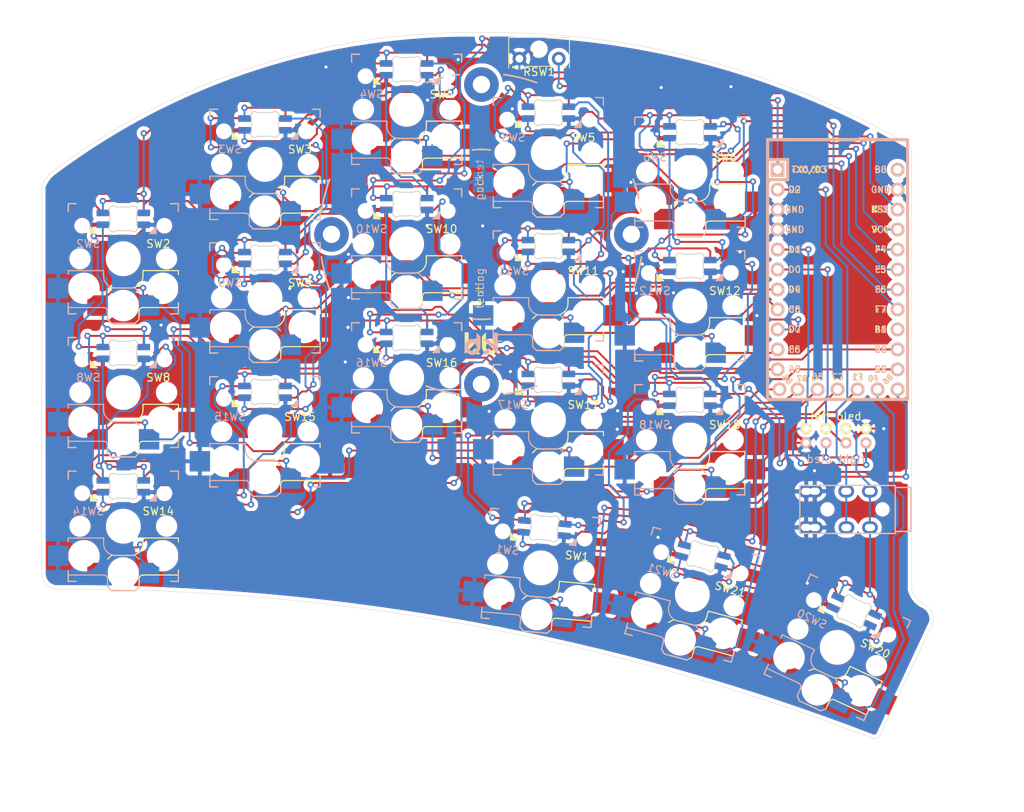
<source format=kicad_pcb>
(kicad_pcb (version 20211014) (generator pcbnew)
  (layers (0 "F.Cu" signal) (31 "B.Cu" signal) (34 "B.Paste" user) (35 "F.Paste" user) (36 "B.SilkS" user "B.Silkscreen") (37 "F.SilkS" user "F.Silkscreen") (38 "B.Mask" user) (39 "F.Mask" user) (44 "Edge.Cuts" user))
  (net 0 "")
  (net 1 "gnd")
  (net 2 "vcc")
  (net 3 "Switch18")
  (net 4 "reset")
  (net 5 "Switch1")
  (net 6 "Switch2")
  (net 7 "Switch3")
  (net 8 "Switch4")
  (net 9 "Switch5")
  (net 10 "Switch6")
  (net 11 "Switch7")
  (net 12 "Switch8")
  (net 13 "Switch9")
  (net 14 "Switch10")
  (net 15 "Switch11")
  (net 16 "Switch12")
  (net 17 "Switch13")
  (net 18 "Switch14")
  (net 19 "Switch15")
  (net 20 "Switch16")
  (net 21 "Switch17")
  (net 22 "raw")
  (net 24 "Net-(D1-Pad2)")
  (net 25 "led")
  (net 26 "Net-(D2-Pad2)")
  (net 27 "data")
  (net 28 "Net-(D16-Pad2)")
  (net 29 "Net-(D3-Pad2)")
  (net 30 "Net-(D17-Pad2)")
  (net 31 "Net-(D4-Pad2)")
  (net 32 "Net-(D5-Pad2)")
  (net 33 "Net-(D6-Pad2)")
  (net 34 "Net-(D10-Pad4)")
  (net 35 "Net-(D11-Pad4)")
  (net 36 "Net-(D12-Pad4)")
  (net 37 "Net-(D10-Pad2)")
  (net 38 "Net-(D11-Pad2)")
  (net 39 "Net-(D12-Pad2)")
  (net 40 "Net-(D13-Pad2)")
  (net 41 "Net-(D14-Pad2)")
  (net 42 "Net-(D15-Pad2)")
  (net 44 "sda")
  (net 45 "scl")
  (net 46 "Net-(D19-Pad2)")
  (net 47 "Net-(D20-Pad2)")
  (net 48 "Net-(D20-Pad4)")
  (net 49 "Net-(D21-Pad2)")
  (net 50 "Net-(D21-Pad4)")
  (net 51 "Net-(D22-Pad2)")
  (net 52 "Net-(D23-Pad2)")
  (net 53 "Net-(D24-Pad2)")
  (net 54 "Net-(D25-Pad2)")
  (net 55 "Net-(D26-Pad2)")
  (net 56 "Net-(D27-Pad2)")
  (net 57 "Net-(D28-Pad2)")
  (net 58 "Net-(D29-Pad2)")
  (net 59 "Net-(D30-Pad2)")
  (net 60 "Net-(D31-Pad2)")
  (net 61 "Net-(D32-Pad2)")
  (net 62 "Net-(D33-Pad2)")
  (footprint "Keebio-Parts:TRRS-PJ-320A" (layer "F.Cu") (at 120.5518 73.072711 -90)
    (fp_text reference "J2")
    (fp_text value "AudioJack4dpb")
  )
  (footprint "Keebio-Parts:SW_Tactile_SPST_Angled_MJTP1117-no-mount" (layer "F.Cu") (at 72.808798 15.765212)
    (fp_text reference "RSW1")
    (fp_text value "SW_Push")
  )
  (footprint "keyswitches:Kailh_socket_PG1350_reversible" (layer "F.Cu") (at 22.483799 41.202711)
    (fp_text reference "SW2")
    (fp_text value "SW_Push")
  )
  (footprint "keyswitches:Kailh_socket_PG1350_reversible" (layer "F.Cu") (at 40.483801 29.202711)
    (fp_text reference "SW3")
    (fp_text value "SW_Push")
  )
  (footprint "keyswitches:Kailh_socket_PG1350_reversible" (layer "F.Cu") (at 58.483798 22.202711)
    (fp_text reference "SW4")
    (fp_text value "SW_Push")
  )
  (footprint "keyswitches:Kailh_socket_PG1350_reversible" (layer "F.Cu") (at 76.483798 27.702712)
    (fp_text reference "SW5")
    (fp_text value "SW_Push")
  )
  (footprint "keyswitches:Kailh_socket_PG1350_reversible" (layer "F.Cu") (at 94.483798 30.202711)
    (fp_text reference "SW6")
    (fp_text value "SW_Push")
  )
  (footprint "keyswitches:Kailh_socket_PG1350_reversible" (layer "F.Cu") (at 22.483799 58.202711)
    (fp_text reference "SW8")
    (fp_text value "SW_Push")
  )
  (footprint "keyswitches:Kailh_socket_PG1350_reversible" (layer "F.Cu") (at 40.4838 46.176711)
    (fp_text reference "SW9")
    (fp_text value "SW_Push")
  )
  (footprint "keyswitches:Kailh_socket_PG1350_reversible" (layer "F.Cu") (at 58.4838 39.318711)
    (fp_text reference "SW10")
    (fp_text value "SW_Push")
  )
  (footprint "keyswitches:Kailh_socket_PG1350_reversible" (layer "F.Cu") (at 76.4838 44.652714)
    (fp_text reference "SW11")
    (fp_text value "SW_Push")
  )
  (footprint "keyswitches:Kailh_socket_PG1350_reversible" (layer "F.Cu") (at 94.463799 47.192711)
    (fp_text reference "SW12")
    (fp_text value "SW_Push")
  )
  (footprint "keyswitches:Kailh_socket_PG1350_reversible" (layer "F.Cu") (at 22.483799 75.202709)
    (fp_text reference "SW14")
    (fp_text value "SW_Push")
  )
  (footprint "keyswitches:Kailh_socket_PG1350_reversible" (layer "F.Cu") (at 40.483799 63.19471)
    (fp_text reference "SW15")
    (fp_text value "SW_Push")
  )
  (footprint "keyswitches:Kailh_socket_PG1350_reversible" (layer "F.Cu") (at 58.483797 56.336711)
    (fp_text reference "SW16")
    (fp_text value "SW_Push")
  )
  (footprint "keyswitches:Kailh_socket_PG1350_reversible" (layer "F.Cu") (at 76.483799 61.670713)
    (fp_text reference "SW17")
    (fp_text value "SW_Push")
  )
  (footprint "keyswitches:Kailh_socket_PG1350_reversible" (layer "F.Cu") (at 94.457454 64.210711)
    (fp_text reference "SW18")
    (fp_text value "SW_Push")
  )
  (footprint "keyswitches:Kailh_socket_PG1350_reversible" (layer "F.Cu") (at 113.183801 90.602709 -25)
    (fp_text reference "SW20")
    (fp_text value "SW_Push")
  )
  (footprint "keyswitches:Kailh_socket_PG1350_reversible" (layer "F.Cu") (at 94.783798 83.902711 -15)
    (fp_text reference "SW21")
    (fp_text value "SW_Push")
  )
  (footprint "kbd:Tenting_Puck2" (layer "F.Cu") (at 67.9838 38.102712)
    (fp_text reference "REF**")
    (fp_text value "Tenting Puck")
  )
  (footprint "sweep36:MX_SK6812MINI-E_REV" (layer "F.Cu") (at 75.533799 80.502709 175)
    (fp_text reference "D12" hide)
    (fp_text value "SK6812MINI-E")
    (fp_line (start 1.699999 4.377158) (end 1.699999 5.782842) (layer "Edge.Cuts") (width 0.1))
    (fp_line (start 0.794452 6.579999) (end -0.794453 6.579999) (layer "Edge.Cuts") (width 0.1))
    (fp_line (start -0.794452 3.58) (end 0.794452 3.58) (layer "Edge.Cuts") (width 0.1))
    (fp_line (start -1.699999 5.782842) (end -1.699999 4.377158) (layer "Edge.Cuts") (width 0.1))
    (fp_arc (start -1.046711 6.648298) (mid -0.925124 6.597376) (end -0.794453 6.579999) (layer "Edge.Cuts") (width 0.1))
    (fp_arc (start -1.699999 5.782843) (mid -1.712527 5.894069) (end -1.749484 5.99972) (layer "Edge.Cuts") (width 0.1))
    (fp_arc (start -1.749484 4.160281) (mid -1.638072 3.575966) (end -1.046711 3.511701) (layer "Edge.Cuts") (width 0.1))
    (fp_arc (start 1.046711 3.511703) (mid 1.63807 3.575966) (end 1.749484 4.16028) (layer "Edge.Cuts") (width 0.1))
    (fp_arc (start 0.794453 6.58) (mid 0.925123 6.597377) (end 1.046711 6.648299) (layer "Edge.Cuts") (width 0.1))
    (fp_arc (start 1.749484 5.99972) (mid 1.638071 6.584035) (end 1.046711 6.648299) (layer "Edge.Cuts") (width 0.1))
    (fp_arc (start 1.699999 4.377157) (mid 1.712527 4.265932) (end 1.749484 4.16028) (layer "Edge.Cuts") (width 0.1))
    (fp_arc (start -1.749484 4.16028) (mid -1.712527 4.265932) (end -1.699999 4.377158) (layer "Edge.Cuts") (width 0.1))
    (fp_arc (start -1.046711 6.648298) (mid -1.63807 6.584034) (end -1.749484 5.99972) (layer "Edge.Cuts") (width 0.1))
    (fp_arc (start 1.749484 5.99972) (mid 1.712527 5.894068) (end 1.699999 5.782842) (layer "Edge.Cuts") (width 0.1))
    (fp_arc (start 1.04671 3.511701) (mid 0.925122 3.562623) (end 0.794452 3.58) (layer "Edge.Cuts") (width 0.1))
    (fp_arc (start -0.794452 3.58) (mid -0.925123 3.562623) (end -1.046711 3.511701) (layer "Edge.Cuts") (width 0.1))
  )
  (footprint "sweep36:MX_SK6812MINI-E_REV" (layer "F.Cu") (at 40.483801 29.202711 180)
    (fp_text reference "D16" hide)
    (fp_text value "SK6812MINI-E")
    (fp_line (start 1.699999 4.377158) (end 1.699999 5.782842) (layer "Edge.Cuts") (width 0.1))
    (fp_line (start -1.699999 5.782842) (end -1.699999 4.377158) (layer "Edge.Cuts") (width 0.1))
    (fp_line (start 0.794452 6.579999) (end -0.794453 6.579999) (layer "Edge.Cuts") (width 0.1))
    (fp_line (start -0.794452 3.58) (end 0.794452 3.58) (layer "Edge.Cuts") (width 0.1))
    (fp_arc (start 1.04671 3.511701) (mid 0.925122 3.562623) (end 0.794452 3.58) (layer "Edge.Cuts") (width 0.1))
    (fp_arc (start -1.699999 5.782843) (mid -1.712527 5.894068) (end -1.749484 5.99972) (layer "Edge.Cuts") (width 0.1))
    (fp_arc (start -1.749484 4.160281) (mid -1.638072 3.575965) (end -1.046711 3.511701) (layer "Edge.Cuts") (width 0.1))
    (fp_arc (start -1.046711 6.648298) (mid -0.925123 6.597376) (end -0.794453 6.579999) (layer "Edge.Cuts") (width 0.1))
    (fp_arc (start -1.749484 4.16028) (mid -1.712527 4.265932) (end -1.699999 4.377158) (layer "Edge.Cuts") (width 0.1))
    (fp_arc (start 1.699999 4.377157) (mid 1.712527 4.265932) (end 1.749484 4.16028) (layer "Edge.Cuts") (width 0.1))
    (fp_arc (start 1.749484 5.99972) (mid 1.712527 5.894068) (end 1.699999 5.782842) (layer "Edge.Cuts") (width 0.1))
    (fp_arc (start 1.749484 5.99972) (mid 1.638071 6.584035) (end 1.046711 6.648299) (layer "Edge.Cuts") (width 0.1))
    (fp_arc (start -1.046711 6.648298) (mid -1.638071 6.584034) (end -1.749484 5.99972) (layer "Edge.Cuts") (width 0.1))
    (fp_arc (start -0.794452 3.58) (mid -0.925123 3.562623) (end -1.046711 3.511701) (layer "Edge.Cuts") (width 0.1))
    (fp_arc (start 0.794453 6.58) (mid 0.925123 6.597377) (end 1.046711 6.648299) (layer "Edge.Cuts") (width 0.1))
    (fp_arc (start 1.046711 3.511703) (mid 1.63807 3.575966) (end 1.749484 4.16028) (layer "Edge.Cuts") (width 0.1))
  )
  (footprint "sweep36:MX_SK6812MINI-E_REV" (layer "F.Cu") (at 58.483797 56.336711 180)
    (fp_text reference "D8" hide)
    (fp_text value "SK6812MINI-E")
    (fp_line (start 1.699999 4.377158) (end 1.699999 5.782842) (layer "Edge.Cuts") (width 0.1))
    (fp_line (start -1.699999 5.782842) (end -1.699999 4.377158) (layer "Edge.Cuts") (width 0.1))
    (fp_line (start 0.794452 6.579999) (end -0.794453 6.579999) (layer "Edge.Cuts") (width 0.1))
    (fp_line (start -0.794452 3.58) (end 0.794452 3.58) (layer "Edge.Cuts") (width 0.1))
    (fp_arc (start -1.749484 4.160281) (mid -1.638072 3.575965) (end -1.046711 3.511701) (layer "Edge.Cuts") (width 0.1))
    (fp_arc (start -1.046711 6.648298) (mid -1.638071 6.584034) (end -1.749484 5.99972) (layer "Edge.Cuts") (width 0.1))
    (fp_arc (start 1.04671 3.511701) (mid 0.925122 3.562623) (end 0.794452 3.58) (layer "Edge.Cuts") (width 0.1))
    (fp_arc (start 1.046711 3.511703) (mid 1.63807 3.575966) (end 1.749484 4.16028) (layer "Edge.Cuts") (width 0.1))
    (fp_arc (start 1.699999 4.377157) (mid 1.712527 4.265932) (end 1.749484 4.16028) (layer "Edge.Cuts") (width 0.1))
    (fp_arc (start 1.749484 5.99972) (mid 1.638071 6.584035) (end 1.046711 6.648299) (layer "Edge.Cuts") (width 0.1))
    (fp_arc (start -1.749484 4.16028) (mid -1.712527 4.265932) (end -1.699999 4.377158) (layer "Edge.Cuts") (width 0.1))
    (fp_arc (start 0.794453 6.58) (mid 0.925123 6.597377) (end 1.046711 6.648299) (layer "Edge.Cuts") (width 0.1))
    (fp_arc (start -1.046711 6.648298) (mid -0.925123 6.597376) (end -0.794453 6.579999) (layer "Edge.Cuts") (width 0.1))
    (fp_arc (start -1.699999 5.782843) (mid -1.712527 5.894068) (end -1.749484 5.99972) (layer "Edge.Cuts") (width 0.1))
    (fp_arc (start -0.794452 3.58) (mid -0.925123 3.562623) (end -1.046711 3.511701) (layer "Edge.Cuts") (width 0.1))
    (fp_arc (start 1.749484 5.99972) (mid 1.712527 5.894068) (end 1.699999 5.782842) (layer "Edge.Cuts") (width 0.1))
  )
  (footprint "sweep36:MX_SK6812MINI-E_REV" (layer "F.Cu") (at 58.483798 22.202711 180)
    (fp_text reference "D2" hide)
    (fp_text value "SK6812MINI-E")
    (fp_line (start 1.699999 4.377158) (end 1.699999 5.782842) (layer "Edge.Cuts") (width 0.1))
    (fp_line (start -1.699999 5.782842) (end -1.699999 4.377158) (layer "Edge.Cuts") (width 0.1))
    (fp_line (start -0.794452 3.58) (end 0.794452 3.58) (layer "Edge.Cuts") (width 0.1))
    (fp_line (start 0.794452 6.579999) (end -0.794453 6.579999) (layer "Edge.Cuts") (width 0.1))
    (fp_arc (start 1.046711 3.511703) (mid 1.63807 3.575966) (end 1.749484 4.16028) (layer "Edge.Cuts") (width 0.1))
    (fp_arc (start -1.046711 6.648298) (mid -1.638071 6.584034) (end -1.749484 5.99972) (layer "Edge.Cuts") (width 0.1))
    (fp_arc (start -1.749484 4.160281) (mid -1.638072 3.575965) (end -1.046711 3.511701) (layer "Edge.Cuts") (width 0.1))
    (fp_arc (start 0.794453 6.58) (mid 0.925123 6.597377) (end 1.046711 6.648299) (layer "Edge.Cuts") (width 0.1))
    (fp_arc (start -0.794452 3.58) (mid -0.925123 3.562623) (end -1.046711 3.511701) (layer "Edge.Cuts") (width 0.1))
    (fp_arc (start -1.046711 6.648298) (mid -0.925123 6.597376) (end -0.794453 6.579999) (layer "Edge.Cuts") (width 0.1))
    (fp_arc (start 1.749484 5.99972) (mid 1.638071 6.584035) (end 1.046711 6.648299) (layer "Edge.Cuts") (width 0.1))
    (fp_arc (start -1.699999 5.782843) (mid -1.712527 5.894068) (end -1.749484 5.99972) (layer "Edge.Cuts") (width 0.1))
    (fp_arc (start 1.699999 4.377157) (mid 1.712527 4.265932) (end 1.749484 4.16028) (layer "Edge.Cuts") (width 0.1))
    (fp_arc (start 1.04671 3.511701) (mid 0.925122 3.562623) (end 0.794452 3.58) (layer "Edge.Cuts") (width 0.1))
    (fp_arc (start -1.749484 4.16028) (mid -1.712527 4.265932) (end -1.699999 4.377158) (layer "Edge.Cuts") (width 0.1))
    (fp_arc (start 1.749484 5.99972) (mid 1.712527 5.894068) (end 1.699999 5.782842) (layer "Edge.Cuts") (width 0.1))
  )
  (footprint "sweep36:MX_SK6812MINI-E_REV" (layer "F.Cu") (at 94.783798 83.902711 165)
    (fp_text reference "D15" hide)
    (fp_text value "SK6812MINI-E")
    (fp_line (start 0.794452 6.579999) (end -0.794453 6.579999) (layer "Edge.Cuts") (width 0.1))
    (fp_line (start -1.699999 5.782842) (end -1.699999 4.377158) (layer "Edge.Cuts") (width 0.1))
    (fp_line (start -0.794452 3.58) (end 0.794452 3.58) (layer "Edge.Cuts") (width 0.1))
    (fp_line (start 1.699999 4.377158) (end 1.699999 5.782842) (layer "Edge.Cuts") (width 0.1))
    (fp_arc (start 1.04671 3.511701) (mid 0.925122 3.562623) (end 0.794452 3.58) (layer "Edge.Cuts") (width 0.1))
    (fp_arc (start 1.699999 4.377157) (mid 1.712527 4.265932) (end 1.749484 4.16028) (layer "Edge.Cuts") (width 0.1))
    (fp_arc (start 1.046711 3.511703) (mid 1.63807 3.575966) (end 1.749484 4.16028) (layer "Edge.Cuts") (width 0.1))
    (fp_arc (start 1.749484 5.99972) (mid 1.638071 6.584035) (end 1.046711 6.648299) (layer "Edge.Cuts") (width 0.1))
    (fp_arc (start -1.699999 5.782843) (mid -1.712527 5.894069) (end -1.749484 5.99972) (layer "Edge.Cuts") (width 0.1))
    (fp_arc (start -0.794452 3.58) (mid -0.925122 3.562623) (end -1.046711 3.511701) (layer "Edge.Cuts") (width 0.1))
    (fp_arc (start 0.794453 6.58) (mid 0.925123 6.597377) (end 1.046711 6.648299) (layer "Edge.Cuts") (width 0.1))
    (fp_arc (start -1.046711 6.648298) (mid -0.925124 6.597376) (end -0.794453 6.579999) (layer "Edge.Cuts") (width 0.1))
    (fp_arc (start -1.046711 6.648298) (mid -1.63807 6.584034) (end -1.749484 5.99972) (layer "Edge.Cuts") (width 0.1))
    (fp_arc (start 1.749484 5.99972) (mid 1.712527 5.894068) (end 1.699999 5.782842) (layer "Edge.Cuts") (width 0.1))
    (fp_arc (start -1.749484 4.160281) (mid -1.638072 3.575965) (end -1.046711 3.511701) (layer "Edge.Cuts") (width 0.1))
    (fp_arc (start -1.749484 4.16028) (mid -1.712527 4.265932) (end -1.699999 4.377158) (layer "Edge.Cuts") (width 0.1))
  )
  (footprint "sweep36:MX_SK6812MINI-E_REV" (layer "F.Cu") (at 76.483799 61.670713 180)
    (fp_text reference "D11" hide)
    (fp_text value "SK6812MINI-E")
    (fp_line (start 1.699999 4.377158) (end 1.699999 5.782842) (layer "Edge.Cuts") (width 0.1))
    (fp_line (start 0.794452 6.579999) (end -0.794453 6.579999) (layer "Edge.Cuts") (width 0.1))
    (fp_line (start -1.699999 5.782842) (end -1.699999 4.377158) (layer "Edge.Cuts") (width 0.1))
    (fp_line (start -0.794452 3.58) (end 0.794452 3.58) (layer "Edge.Cuts") (width 0.1))
    (fp_arc (start 1.04671 3.511701) (mid 0.925122 3.562623) (end 0.794452 3.58) (layer "Edge.Cuts") (width 0.1))
    (fp_arc (start 1.749484 5.99972) (mid 1.712527 5.894068) (end 1.699999 5.782842) (layer "Edge.Cuts") (width 0.1))
    (fp_arc (start -0.794452 3.58) (mid -0.925123 3.562623) (end -1.046711 3.511701) (layer "Edge.Cuts") (width 0.1))
    (fp_arc (start -1.749484 4.16028) (mid -1.712527 4.265932) (end -1.699999 4.377158) (layer "Edge.Cuts") (width 0.1))
    (fp_arc (start -1.699999 5.782843) (mid -1.712527 5.894068) (end -1.749484 5.99972) (layer "Edge.Cuts") (width 0.1))
    (fp_arc (start -1.749484 4.160281) (mid -1.638072 3.575965) (end -1.046711 3.511701) (layer "Edge.Cuts") (width 0.1))
    (fp_arc (start 1.699999 4.377157) (mid 1.712527 4.265932) (end 1.749484 4.16028) (layer "Edge.Cuts") (width 0.1))
    (fp_arc (start 1.046711 3.511703) (mid 1.63807 3.575966) (end 1.749484 4.16028) (layer "Edge.Cuts") (width 0.1))
    (fp_arc (start -1.046711 6.648298) (mid -0.925123 6.597376) (end -0.794453 6.579999) (layer "Edge.Cuts") (width 0.1))
    (fp_arc (start 1.749484 5.99972) (mid 1.638071 6.584035) (end 1.046711 6.648299) (layer "Edge.Cuts") (width 0.1))
    (fp_arc (start -1.046711 6.648298) (mid -1.638071 6.584034) (end -1.749484 5.99972) (layer "Edge.Cuts") (width 0.1))
    (fp_arc (start 0.794453 6.58) (mid 0.925123 6.597377) (end 1.046711 6.648299) (layer "Edge.Cuts") (width 0.1))
  )
  (footprint "Keebio-Parts:Elite-C" (layer "F.Cu") (at 113.233798 43.839461 -90)
    (fp_text reference "U2" hide)
    (fp_text value "Elite-C" hide)
  )
  (footprint "sweep36:MX_SK6812MINI-E_REV" (layer "F.Cu") (at 76.4838 44.652714 180)
    (fp_text reference "D14" hide)
    (fp_text value "SK6812MINI-E")
    (fp_line (start -0.794452 3.58) (end 0.794452 3.58) (layer "Edge.Cuts") (width 0.1))
    (fp_line (start 1.699999 4.377158) (end 1.699999 5.782842) (layer "Edge.Cuts") (width 0.1))
    (fp_line (start -1.699999 5.782842) (end -1.699999 4.377158) (layer "Edge.Cuts") (width 0.1))
    (fp_line (start 0.794452 6.579999) (end -0.794453 6.579999) (layer "Edge.Cuts") (width 0.1))
    (fp_arc (start -1.046711 6.648298) (mid -0.925123 6.597376) (end -0.794453 6.579999) (layer "Edge.Cuts") (width 0.1))
    (fp_arc (start 1.699999 4.377157) (mid 1.712527 4.265932) (end 1.749484 4.16028) (layer "Edge.Cuts") (width 0.1))
    (fp_arc (start 1.046711 3.511703) (mid 1.63807 3.575966) (end 1.749484 4.16028) (layer "Edge.Cuts") (width 0.1))
    (fp_arc (start 0.794453 6.58) (mid 0.925123 6.597377) (end 1.046711 6.648299) (layer "Edge.Cuts") (width 0.1))
    (fp_arc (start 1.749484 5.99972) (mid 1.712527 5.894068) (end 1.699999 5.782842) (layer "Edge.Cuts") (width 0.1))
    (fp_arc (start -1.749484 4.160281) (mid -1.638072 3.575965) (end -1.046711 3.511701) (layer "Edge.Cuts") (width 0.1))
    (fp_arc (start -0.794452 3.58) (mid -0.925123 3.562623) (end -1.046711 3.511701) (layer "Edge.Cuts") (width 0.1))
    (fp_arc (start 1.749484 5.99972) (mid 1.638071 6.584035) (end 1.046711 6.648299) (layer "Edge.Cuts") (width 0.1))
    (fp_arc (start 1.04671 3.511701) (mid 0.925122 3.562623) (end 0.794452 3.58) (layer "Edge.Cuts") (width 0.1))
    (fp_arc (start -1.699999 5.782843) (mid -1.712527 5.894068) (end -1.749484 5.99972) (layer "Edge.Cuts") (width 0.1))
    (fp_arc (start -1.046711 6.648298) (mid -1.638071 6.584034) (end -1.749484 5.99972) (layer "Edge.Cuts") (width 0.1))
    (fp_arc (start -1.749484 4.16028) (mid -1.712527 4.265932) (end -1.699999 4.377158) (layer "Edge.Cuts") (width 0.1))
  )
  (footprint "sweep36:MX_SK6812MINI-E_REV" (layer "F.Cu") (at 40.483799 63.19471 180)
    (fp_text reference "D10" hide)
    (fp_text value "SK6812MINI-E")
    (fp_line (start 0.794452 6.579999) (end -0.794453 6.579999) (layer "Edge.Cuts") (width 0.1))
    (fp_line (start -0.794452 3.58) (end 0.794452 3.58) (layer "Edge.Cuts") (width 0.1))
    (fp_line (start 1.699999 4.377158) (end 1.699999 5.782842) (layer "Edge.Cuts") (width 0.1))
    (fp_line (start -1.699999 5.782842) (end -1.699999 4.377158) (layer "Edge.Cuts") (width 0.1))
    (fp_arc (start -1.699999 5.782843) (mid -1.712527 5.894068) (end -1.749484 5.99972) (layer "Edge.Cuts") (width 0.1))
    (fp_arc (start -1.749484 4.160281) (mid -1.638072 3.575965) (end -1.046711 3.511701) (layer "Edge.Cuts") (width 0.1))
    (fp_arc (start -0.794452 3.58) (mid -0.925123 3.562623) (end -1.046711 3.511701) (layer "Edge.Cuts") (width 0.1))
    (fp_arc (start -1.046711 6.648298) (mid -0.925123 6.597376) (end -0.794453 6.579999) (layer "Edge.Cuts") (width 0.1))
    (fp_arc (start 1.04671 3.511701) (mid 0.925122 3.562623) (end 0.794452 3.58) (layer "Edge.Cuts") (width 0.1))
    (fp_arc (start 1.046711 3.511703) (mid 1.63807 3.575966) (end 1.749484 4.16028) (layer "Edge.Cuts") (width 0.1))
    (fp_arc (start -1.749484 4.16028) (mid -1.712527 4.265932) (end -1.699999 4.377158) (layer "Edge.Cuts") (width 0.1))
    (fp_arc (start 1.749484 5.99972) (mid 1.638071 6.584035) (end 1.046711 6.648299) (layer "Edge.Cuts") (width 0.1))
    (fp_arc (start 1.699999 4.377157) (mid 1.712527 4.265932) (end 1.749484 4.16028) (layer "Edge.Cuts") (width 0.1))
    (fp_arc (start 0.794453 6.58) (mid 0.925123 6.597377) (end 1.046711 6.648299) (layer "Edge.Cuts") (width 0.1))
    (fp_arc (start 1.749484 5.99972) (mid 1.712527 5.894068) (end 1.699999 5.782842) (layer "Edge.Cuts") (width 0.1))
    (fp_arc (start -1.046711 6.648298) (mid -1.638071 6.584034) (end -1.749484 5.99972) (layer "Edge.Cuts") (width 0.1))
  )
  (footprint "sweep36:MX_SK6812MINI-E_REV" (layer "F.Cu") (at 22.483799 41.202711 180)
    (fp_text reference "D1" hide)
    (fp_text value "SK6812MINI-E")
    (fp_line (start 1.699999 4.377158) (end 1.699999 5.782842) (layer "Edge.Cuts") (width 0.1))
    (fp_line (start -1.699999 5.782842) (end -1.699999 4.377158) (layer "Edge.Cuts") (width 0.1))
    (fp_line (start -0.794452 3.58) (end 0.794452 3.58) (layer "Edge.Cuts") (width 0.1))
    (fp_line (start 0.794452 6.579999) (end -0.794453 6.579999) (layer "Edge.Cuts") (width 0.1))
    (fp_arc (start 1.749484 5.99972) (mid 1.638071 6.584035) (end 1.046711 6.648299) (layer "Edge.Cuts") (width 0.1))
    (fp_arc (start -1.046711 6.648298) (mid -0.925123 6.597376) (end -0.794453 6.579999) (layer "Edge.Cuts") (width 0.1))
    (fp_arc (start 1.04671 3.511701) (mid 0.925122 3.562623) (end 0.794452 3.58) (layer "Edge.Cuts") (width 0.1))
    (fp_arc (start -0.794452 3.58) (mid -0.925123 3.562623) (end -1.046711 3.511701) (layer "Edge.Cuts") (width 0.1))
    (fp_arc (start -1.749484 4.16028) (mid -1.712527 4.265932) (end -1.699999 4.377158) (layer "Edge.Cuts") (width 0.1))
    (fp_arc (start -1.046711 6.648298) (mid -1.638071 6.584034) (end -1.749484 5.99972) (layer "Edge.Cuts") (width 0.1))
    (fp_arc (start 1.046711 3.511703) (mid 1.63807 3.575966) (end 1.749484 4.16028) (layer "Edge.Cuts") (width 0.1))
    (fp_arc (start -1.749484 4.160281) (mid -1.638072 3.575965) (end -1.046711 3.511701) (layer "Edge.Cuts") (width 0.1))
    (fp_arc (start -1.699999 5.782843) (mid -1.712527 5.894068) (end -1.749484 5.99972) (layer "Edge.Cuts") (width 0.1))
    (fp_arc (start 0.794453 6.58) (mid 0.925123 6.597377) (end 1.046711 6.648299) (layer "Edge.Cuts") (width 0.1))
    (fp_arc (start 1.749484 5.99972) (mid 1.712527 5.894068) (end 1.699999 5.782842) (layer "Edge.Cuts") (width 0.1))
    (fp_arc (start 1.699999 4.377157) (mid 1.712527 4.265932) (end 1.749484 4.16028) (layer "Edge.Cuts") (width 0.1))
  )
  (footprint "sweep36:MX_SK6812MINI-E_REV" (layer "F.Cu") (at 94.4638 64.210712 180)
    (fp_text reference "D9" hide)
    (fp_text value "SK6812MINI-E")
    (fp_line (start 0.794452 6.579999) (end -0.794453 6.579999) (layer "Edge.Cuts") (width 0.1))
    (fp_line (start 1.699999 4.377158) (end 1.699999 5.782842) (layer "Edge.Cuts") (width 0.1))
    (fp_line (start -0.794452 3.58) (end 0.794452 3.58) (layer "Edge.Cuts") (width 0.1))
    (fp_line (start -1.699999 5.782842) (end -1.699999 4.377158) (layer "Edge.Cuts") (width 0.1))
    (fp_arc (start 1.749484 5.99972) (mid 1.638071 6.584035) (end 1.046711 6.648299) (layer "Edge.Cuts") (width 0.1))
    (fp_arc (start -1.749484 4.16028) (mid -1.712527 4.265932) (end -1.699999 4.377158) (layer "Edge.Cuts") (width 0.1))
    (fp_arc (start 1.699999 4.377157) (mid 1.712527 4.265932) (end 1.749484 4.16028) (layer "Edge.Cuts") (width 0.1))
    (fp_arc (start -0.794452 3.58) (mid -0.925123 3.562623) (end -1.046711 3.511701) (layer "Edge.Cuts") (width 0.1))
    (fp_arc (start -1.046711 6.648298) (mid -1.638071 6.584034) (end -1.749484 5.99972) (layer "Edge.Cuts") (width 0.1))
    (fp_arc (start 1.046711 3.511703) (mid 1.63807 3.575966) (end 1.749484 4.16028) (layer "Edge.Cuts") (width 0.1))
    (fp_arc (start 1.04671 3.511701) (mid 0.925122 3.562623) (end 0.794452 3.58) (layer "Edge.Cuts") (width 0.1))
    (fp_arc (start -1.046711 6.648298) (mid -0.925123 6.597376) (end -0.794453 6.579999) (layer "Edge.Cuts") (width 0.1))
    (fp_arc (start 0.794453 6.58) (mid 0.925123 6.597377) (end 1.046711 6.648299) (layer "Edge.Cuts") (width 0.1))
    (fp_arc (start 1.749484 5.99972) (mid 1.712527 5.894068) (end 1.699999 5.782842) (layer "Edge.Cuts") (width 0.1))
    (fp_arc (start -1.699999 5.782843) (mid -1.712527 5.894068) (end -1.749484 5.99972) (layer "Edge.Cuts") (width 0.1))
    (fp_arc (start -1.749484 4.160281) (mid -1.638072 3.575965) (end -1.046711 3.511701) (layer "Edge.Cuts") (width 0.1))
  )
  (footprint "sweep36:MX_SK6812MINI-E_REV" (layer "F.Cu") (at 76.483798 27.702712 180)
    (fp_text reference "D17" hide)
    (fp_text value "SK6812MINI-E")
    (fp_line (start 1.699999 4.377158) (end 1.699999 5.782842) (layer "Edge.Cuts") (width 0.1))
    (fp_line (start -1.699999 5.782842) (end -1.699999 4.377158) (layer "Edge.Cuts") (width 0.1))
    (fp_line (start -0.794452 3.58) (end 0.794452 3.58) (layer "Edge.Cuts") (width 0.1))
    (fp_line (start 0.794452 6.579999) (end -0.794453 6.579999) (layer "Edge.Cuts") (width 0.1))
    (fp_arc (start 1.749484 5.99972) (mid 1.638071 6.584035) (end 1.046711 6.648299) (layer "Edge.Cuts") (width 0.1))
    (fp_arc (start 1.749484 5.99972) (mid 1.712527 5.894068) (end 1.699999 5.782842) (layer "Edge.Cuts") (width 0.1))
    (fp_arc (start 0.794453 6.58) (mid 0.925123 6.597377) (end 1.046711 6.648299) (layer "Edge.Cuts") (width 0.1))
    (fp_arc (start 1.046711 3.511703) (mid 1.63807 3.575966) (end 1.749484 4.16028) (layer "Edge.Cuts") (width 0.1))
    (fp_arc (start -1.699999 5.782843) (mid -1.712527 5.894068) (end -1.749484 5.99972) (layer "Edge.Cuts") (width 0.1))
    (fp_arc (start -1.749484 4.160281) (mid -1.638072 3.575965) (end -1.046711 3.511701) (layer "Edge.Cuts") (width 0.1))
    (fp_arc (start -0.794452 3.58) (mid -0.925123 3.562623) (end -1.046711 3.511701) (layer "Edge.Cuts") (width 0.1))
    (fp_arc (start 1.04671 3.511701) (mid 0.925122 3.562623) (end 0.794452 3.58) (layer "Edge.Cuts") (width 0.1))
    (fp_arc (start -1.749484 4.16028) (mid -1.712527 4.265932) (end -1.699999 4.377158) (layer "Edge.Cuts") (width 0.1))
    (fp_arc (start -1.046711 6.648298) (mid -0.925123 6.597376) (end -0.794453 6.579999) (layer "Edge.Cuts") (width 0.1))
    (fp_arc (start -1.046711 6.648298) (mid -1.638071 6.584034) (end -1.749484 5.99972) (layer "Edge.Cuts") (width 0.1))
    (fp_arc (start 1.699999 4.377157) (mid 1.712527 4.265932) (end 1.749484 4.16028) (layer "Edge.Cuts") (width 0.1))
  )
  (footprint "sweep36:MX_SK6812MINI-E_REV" (layer "F.Cu") (at 113.183801 90.602709 155)
    (fp_text reference "D18" hide)
    (fp_text value "SK6812MINI-E")
    (fp_line (start -1.699999 5.782842) (end -1.699999 4.377158) (layer "Edge.Cuts") (width 0.1))
    (fp_line (start 1.699999 4.377158) (end 1.699999 5.782842) (layer "Edge.Cuts") (width 0.1))
    (fp_line (start 0.794452 6.579999) (end -0.794453 6.579999) (layer "Edge.Cuts") (width 0.1))
    (fp_line (start -0.794452 3.58) (end 0.794452 3.58) (layer "Edge.Cuts") (width 0.1))
    (fp_arc (start 1.04671 3.511701) (mid 0.925123 3.562623) (end 0.794452 3.58) (layer "Edge.Cuts") (width 0.1))
    (fp_arc (start 1.046711 3.511703) (mid 1.63807 3.575966) (end 1.749484 4.16028) (layer "Edge.Cuts") (width 0.1))
    (fp_arc (start -1.749484 4.160281) (mid -1.638072 3.575965) (end -1.046711 3.511701) (layer "Edge.Cuts") (width 0.1))
    (fp_arc (start -1.046711 6.648298) (mid -1.638071 6.584034) (end -1.749484 5.99972) (layer "Edge.Cuts") (width 0.1))
    (fp_arc (start -0.794452 3.58) (mid -0.925123 3.562623) (end -1.046711 3.511701) (layer "Edge.Cuts") (width 0.1))
    (fp_arc (start 0.794453 6.58) (mid 0.925123 6.597377) (end 1.046711 6.648299) (layer "Edge.Cuts") (width 0.1))
    (fp_arc (start 1.749484 5.99972) (mid 1.712527 5.894068) (end 1.699999 5.782842) (layer "Edge.Cuts") (width 0.1))
    (fp_arc (start 1.699999 4.377157) (mid 1.712527 4.265931) (end 1.749484 4.16028) (layer "Edge.Cuts") (width 0.1))
    (fp_arc (start 1.749484 5.99972) (mid 1.638071 6.584035) (end 1.046711 6.648299) (layer "Edge.Cuts") (width 0.1))
    (fp_arc (start -1.699999 5.782843) (mid -1.712527 5.894068) (end -1.749484 5.99972) (layer "Edge.Cuts") (width 0.1))
    (fp_arc (start -1.749484 4.16028) (mid -1.712527 4.265932) (end -1.699999 4.377158) (layer "Edge.Cuts") (width 0.1))
    (fp_arc (start -1.046711 6.648298) (mid -0.925124 6.597376) (end -0.794453 6.579999) (layer "Edge.Cuts") (width 0.1))
  )
  (footprint "sweep36:MX_SK6812MINI-E_REV" (layer "F.Cu") (at 22.483797 58.252712 180)
    (fp_text reference "D4" hide)
    (fp_text value "SK6812MINI-E")
    (fp_line (start 1.699999 4.377158) (end 1.699999 5.782842) (layer "Edge.Cuts") (width 0.1))
    (fp_line (start -0.794452 3.58) (end 0.794452 3.58) (layer "Edge.Cuts") (width 0.1))
    (fp_line (start 0.794452 6.579999) (end -0.794453 6.579999) (layer "Edge.Cuts") (width 0.1))
    (fp_line (start -1.699999 5.782842) (end -1.699999 4.377158) (layer "Edge.Cuts") (width 0.1))
    (fp_arc (start -0.794452 3.58) (mid -0.925123 3.562623) (end -1.046711 3.511701) (layer "Edge.Cuts") (width 0.1))
    (fp_arc (start 0.794453 6.58) (mid 0.925123 6.597377) (end 1.046711 6.648299) (layer "Edge.Cuts") (width 0.1))
    (fp_arc (start -1.749484 4.160281) (mid -1.638072 3.575965) (end -1.046711 3.511701) (layer "Edge.Cuts") (width 0.1))
    (fp_arc (start -1.699999 5.782843) (mid -1.712527 5.894068) (end -1.749484 5.99972) (layer "Edge.Cuts") (width 0.1))
    (fp_arc (start 1.749484 5.99972) (mid 1.638071 6.584035) (end 1.046711 6.648299) (layer "Edge.Cuts") (width 0.1))
    (fp_arc (start -1.046711 6.648298) (mid -1.638071 6.584034) (end -1.749484 5.99972) (layer "Edge.Cuts") (width 0.1))
    (fp_arc (start 1.04671 3.511701) (mid 0.925122 3.562623) (end 0.794452 3.58) (layer "Edge.Cuts") (width 0.1))
    (fp_arc (start 1.046711 3.511703) (mid 1.63807 3.575966) (end 1.749484 4.16028) (layer "Edge.Cuts") (width 0.1))
    (fp_arc (start -1.046711 6.648298) (mid -0.925123 6.597376) (end -0.794453 6.579999) (layer "Edge.Cuts") (width 0.1))
    (fp_arc (start 1.749484 5.99972) (mid 1.712527 5.894068) (end 1.699999 5.782842) (layer "Edge.Cuts") (width 0.1))
    (fp_arc (start 1.699999 4.377157) (mid 1.712527 4.265932) (end 1.749484 4.16028) (layer "Edge.Cuts") (width 0.1))
    (fp_arc (start -1.749484 4.16028) (mid -1.712527 4.265932) (end -1.699999 4.377158) (layer "Edge.Cuts") (width 0.1))
  )
  (footprint "sweep36:MX_SK6812MINI-E_REV" (layer "F.Cu") (at 94.483798 30.202711 180)
    (fp_text reference "D3" hide)
    (fp_text value "SK6812MINI-E")
    (fp_line (start 0.794452 6.579999) (end -0.794453 6.579999) (layer "Edge.Cuts") (width 0.1))
    (fp_line (start -1.699999 5.782842) (end -1.699999 4.377158) (layer "Edge.Cuts") (width 0.1))
    (fp_line (start -0.794452 3.58) (end 0.794452 3.58) (layer "Edge.Cuts") (width 0.1))
    (fp_line (start 1.699999 4.377158) (end 1.699999 5.782842) (layer "Edge.Cuts") (width 0.1))
    (fp_arc (start 1.749484 5.99972) (mid 1.712527 5.894068) (end 1.699999 5.782842) (layer "Edge.Cuts") (width 0.1))
    (fp_arc (start 1.046711 3.511703) (mid 1.63807 3.575966) (end 1.749484 4.16028) (layer "Edge.Cuts") (width 0.1))
    (fp_arc (start 0.794453 6.58) (mid 0.925123 6.597377) (end 1.046711 6.648299) (layer "Edge.Cuts") (width 0.1))
    (fp_arc (start -0.794452 3.58) (mid -0.925123 3.562623) (end -1.046711 3.511701) (layer "Edge.Cuts") (width 0.1))
    (fp_arc (start -1.046711 6.648298) (mid -0.925123 6.597376) (end -0.794453 6.579999) (layer "Edge.Cuts") (width 0.1))
    (fp_arc (start -1.749484 4.16028) (mid -1.712527 4.265932) (end -1.699999 4.377158) (layer "Edge.Cuts") (width 0.1))
    (fp_arc (start 1.749484 5.99972) (mid 1.638071 6.584035) (end 1.046711 6.648299) (layer "Edge.Cuts") (width 0.1))
    (fp_arc (start -1.046711 6.648298) (mid -1.638071 6.584034) (end -1.749484 5.99972) (layer "Edge.Cuts") (width 0.1))
    (fp_arc (start -1.749484 4.160281) (mid -1.638072 3.575965) (end -1.046711 3.511701) (layer "Edge.Cuts") (width 0.1))
    (fp_arc (start -1.699999 5.782843) (mid -1.712527 5.894068) (end -1.749484 5.99972) (layer "Edge.Cuts") (width 0.1))
    (fp_arc (start 1.699999 4.377157) (mid 1.712527 4.265932) (end 1.749484 4.16028) (layer "Edge.Cuts") (width 0.1))
    (fp_arc (start 1.04671 3.511701) (mid 0.925122 3.562623) (end 0.794452 3.58) (layer "Edge.Cuts") (width 0.1))
  )
  (footprint "sweep36:MX_SK6812MINI-E_REV" (layer "F.Cu") (at 22.483799 75.202709 180)
    (fp_text reference "D7" hide)
    (fp_text value "SK6812MINI-E")
    (fp_line (start 0.794452 6.579999) (end -0.794453 6.579999) (layer "Edge.Cuts") (width 0.1))
    (fp_line (start -1.699999 5.782842) (end -1.699999 4.377158) (layer "Edge.Cuts") (width 0.1))
    (fp_line (start -0.794452 3.58) (end 0.794452 3.58) (layer "Edge.Cuts") (width 0.1))
    (fp_line (start 1.699999 4.377158) (end 1.699999 5.782842) (layer "Edge.Cuts") (width 0.1))
    (fp_arc (start -1.749484 4.160281) (mid -1.638072 3.575965) (end -1.046711 3.511701) (layer "Edge.Cuts") (width 0.1))
    (fp_arc (start 1.04671 3.511701) (mid 0.925122 3.562623) (end 0.794452 3.58) (layer "Edge.Cuts") (width 0.1))
    (fp_arc (start 1.749484 5.99972) (mid 1.712527 5.894068) (end 1.699999 5.782842) (layer "Edge.Cuts") (width 0.1))
    (fp_arc (start -1.699999 5.782843) (mid -1.712527 5.894068) (end -1.749484 5.99972) (layer "Edge.Cuts") (width 0.1))
    (fp_arc (start 1.046711 3.511703) (mid 1.63807 3.575966) (end 1.749484 4.16028) (layer "Edge.Cuts") (width 0.1))
    (fp_arc (start 0.794453 6.58) (mid 0.925123 6.597377) (end 1.046711 6.648299) (layer "Edge.Cuts") (width 0.1))
    (fp_arc (start 1.749484 5.99972) (mid 1.638071 6.584035) (end 1.046711 6.648299) (layer "Edge.Cuts") (width 0.1))
    (fp_arc (start -1.046711 6.648298) (mid -1.638071 6.584034) (end -1.749484 5.99972) (layer "Edge.Cuts") (width 0.1))
    (fp_arc (start 1.699999 4.377157) (mid 1.712527 4.265932) (end 1.749484 4.16028) (layer "Edge.Cuts") (width 0.1))
    (fp_arc (start -0.794452 3.58) (mid -0.925123 3.562623) (end -1.046711 3.511701) (layer "Edge.Cuts") (width 0.1))
    (fp_arc (start -1.749484 4.16028) (mid -1.712527 4.265932) (end -1.699999 4.377158) (layer "Edge.Cuts") (width 0.1))
    (fp_arc (start -1.046711 6.648298) (mid -0.925123 6.597376) (end -0.794453 6.579999) (layer "Edge.Cuts") (width 0.1))
  )
  (footprint "sweep36:OLED_v2" (layer "F.Cu") (at 113.033799 62.782712)
    (fp_text reference "OL1")
    (fp_text value "OLED" hide)
  )
  (footprint "keyswitches:Kailh_socket_PG1350_reversible" (layer "F.Cu") (at 75.533799 80.502709 -5)
    (fp_text reference "SW1")
    (fp_text value "SW_Push")
  )
  (footprint "sweep36:MX_SK6812MINI-E_REV" (layer "F.Cu") (at 58.4838 39.318711 180)
    (fp_text reference "D5" hide)
    (fp_text value "SK6812MINI-E")
    (fp_line (start 1.699999 4.377158) (end 1.699999 5.782842) (layer "Edge.Cuts") (width 0.1))
    (fp_line (start -1.699999 5.782842) (end -1.699999 4.377158) (layer "Edge.Cuts") (width 0.1))
    (fp_line (start -0.794452 3.58) (end 0.794452 3.58) (layer "Edge.Cuts") (width 0.1))
    (fp_line (start 0.794452 6.579999) (end -0.794453 6.579999) (layer "Edge.Cuts") (width 0.1))
    (fp_arc (start 1.749484 5.99972) (mid 1.712527 5.894068) (end 1.699999 5.782842) (layer "Edge.Cuts") (width 0.1))
    (fp_arc (start -1.046711 6.648298) (mid -0.925123 6.597376) (end -0.794453 6.579999) (layer "Edge.Cuts") (width 0.1))
    (fp_arc (start 0.794453 6.58) (mid 0.925123 6.597377) (end 1.046711 6.648299) (layer "Edge.Cuts") (width 0.1))
    (fp_arc (start -1.749484 4.160281) (mid -1.638072 3.575965) (end -1.046711 3.511701) (layer "Edge.Cuts") (width 0.1))
    (fp_arc (start 1.699999 4.377157) (mid 1.712527 4.265932) (end 1.749484 4.16028) (layer "Edge.Cuts") (width 0.1))
    (fp_arc (start 1.04671 3.511701) (mid 0.925122 3.562623) (end 0.794452 3.58) (layer "Edge.Cuts") (width 0.1))
    (fp_arc (start -0.794452 3.58) (mid -0.925123 3.562623) (end -1.046711 3.511701) (layer "Edge.Cuts") (width 0.1))
    (fp_arc (start -1.699999 5.782843) (mid -1.712527 5.894068) (end -1.749484 5.99972) (layer "Edge.Cuts") (width 0.1))
    (fp_arc (start -1.749484 4.16028) (mid -1.712527 4.265932) (end -1.699999 4.377158) (layer "Edge.Cuts") (width 0.1))
    (fp_arc (start 1.046711 3.511703) (mid 1.63807 3.575966) (end 1.749484 4.16028) (layer "Edge.Cuts") (width 0.1))
    (fp_arc (start -1.046711 6.648298) (mid -1.638071 6.584034) (end -1.749484 5.99972) (layer "Edge.Cuts") (width 0.1))
    (fp_arc (start 1.749484 5.99972) (mid 1.638071 6.584035) (end 1.046711 6.648299) (layer "Edge.Cuts") (width 0.1))
  )
  (footprint "sweep36:MX_SK6812MINI-E_REV" (layer "F.Cu") (at 94.463799 47.192711 180)
    (fp_text reference "D6" hide)
    (fp_text value "SK6812MINI-E")
    (fp_line (start -1.699999 5.782842) (end -1.699999 4.377158) (layer "Edge.Cuts") (width 0.1))
    (fp_line (start -0.794452 3.58) (end 0.794452 3.58) (layer "Edge.Cuts") (width 0.1))
    (fp_line (start 1.699999 4.377158) (end 1.699999 5.782842) (layer "Edge.Cuts") (width 0.1))
    (fp_line (start 0.794452 6.579999) (end -0.794453 6.579999) (layer "Edge.Cuts") (width 0.1))
    (fp_arc (start -0.794452 3.58) (mid -0.925123 3.562623) (end -1.046711 3.511701) (layer "Edge.Cuts") (width 0.1))
    (fp_arc (start 1.046711 3.511703) (mid 1.63807 3.575966) (end 1.749484 4.16028) (layer "Edge.Cuts") (width 0.1))
    (fp_arc (start -1.699999 5.782843) (mid -1.712527 5.894068) (end -1.749484 5.99972) (layer "Edge.Cuts") (width 0.1))
    (fp_arc (start 1.04671 3.511701) (mid 0.925122 3.562623) (end 0.794452 3.58) (layer "Edge.Cuts") (width 0.1))
    (fp_arc (start -1.046711 6.648298) (mid -1.638071 6.584034) (end -1.749484 5.99972) (layer "Edge.Cuts") (width 0.1))
    (fp_arc (start -1.749484 4.16028) (mid -1.712527 4.265932) (end -1.699999 4.377158) (layer "Edge.Cuts") (width 0.1))
    (fp_arc (start 1.749484 5.99972) (mid 1.712527 5.894068) (end 1.699999 5.782842) (layer "Edge.Cuts") (width 0.1))
    (fp_arc (start 0.794453 6.58) (mid 0.925123 6.597377) (end 1.046711 6.648299) (layer "Edge.Cuts") (width 0.1))
    (fp_arc (start 1.699999 4.377157) (mid 1.712527 4.265932) (end 1.749484 4.16028) (layer "Edge.Cuts") (width 0.1))
    (fp_arc (start -1.046711 6.648298) (mid -0.925123 6.597376) (end -0.794453 6.579999) (layer "Edge.Cuts") (width 0.1))
    (fp_arc (start 1.749484 5.99972) (mid 1.638071 6.584035) (end 1.046711 6.648299) (layer "Edge.Cuts") (width 0.1))
    (fp_arc (start -1.749484 4.160281) (mid -1.638072 3.575965) (end -1.046711 3.511701) (layer "Edge.Cuts") (width 0.1))
  )
  (footprint "sweep36:MX_SK6812MINI-E_REV" (layer "F.Cu") (at 40.4838 46.176711 180)
    (fp_text reference "D13" hide)
    (fp_text value "SK6812MINI-E")
    (fp_line (start -1.699999 5.782842) (end -1.699999 4.377158) (layer "Edge.Cuts") (width 0.1))
    (fp_line (start -0.794452 3.58) (end 0.794452 3.58) (layer "Edge.Cuts") (width 0.1))
    (fp_line (start 1.699999 4.377158) (end 1.699999 5.782842) (layer "Edge.Cuts") (width 0.1))
    (fp_line (start 0.794452 6.579999) (end -0.794453 6.579999) (layer "Edge.Cuts") (width 0.1))
    (fp_arc (start -1.046711 6.648298) (mid -1.638071 6.584034) (end -1.749484 5.99972) (layer "Edge.Cuts") (width 0.1))
    (fp_arc (start -1.749484 4.160281) (mid -1.638072 3.575965) (end -1.046711 3.511701) (layer "Edge.Cuts") (width 0.1))
    (fp_arc (start -1.046711 6.648298) (mid -0.925123 6.597376) (end -0.794453 6.579999) (layer "Edge.Cuts") (width 0.1))
    (fp_arc (start 1.699999 4.377157) (mid 1.712527 4.265932) (end 1.749484 4.16028) (layer "Edge.Cuts") (width 0.1))
    (fp_arc (start 1.749484 5.99972) (mid 1.638071 6.584035) (end 1.046711 6.648299) (layer "Edge.Cuts") (width 0.1))
    (fp_arc (start -1.749484 4.16028) (mid -1.712527 4.265932) (end -1.699999 4.377158) (layer "Edge.Cuts") (width 0.1))
    (fp_arc (start -0.794452 3.58) (mid -0.925123 3.562623) (end -1.046711 3.511701) (layer "Edge.Cuts") (width 0.1))
    (fp_arc (start 1.046711 3.511703) (mid 1.63807 3.575966) (end 1.749484 4.16028) (layer "Edge.Cuts") (width 0.1))
    (fp_arc (start 0.794453 6.58) (mid 0.925123 6.597377) (end 1.046711 6.648299) (layer "Edge.Cuts") (width 0.1))
    (fp_arc (start -1.699999 5.782843) (mid -1.712527 5.894068) (end -1.749484 5.99972) (layer "Edge.Cuts") (width 0.1))
    (fp_arc (start 1.749484 5.99972) (mid 1.712527 5.894068) (end 1.699999 5.782842) (layer "Edge.Cuts") (width 0.1))
    (fp_arc (start 1.04671 3.511701) (mid 0.925122 3.562623) (end 0.794452 3.58) (layer "Edge.Cuts") (width 0.1))
  )
  (footprint "sweep36:MX_SK6812MINI-E_REV" (layer "B.Cu") (at 40.483801 29.202711)
    (fp_text reference "D34" hide)
    (fp_text value "SK6812MINI-E")
    (fp_line (start -0.794452 -3.58) (end 0.794452 -3.58) (layer "Edge.Cuts") (width 0.1))
    (fp_line (start 0.794452 -6.579999) (end -0.794453 -6.579999) (layer "Edge.Cuts") (width 0.1))
    (fp_line (start -1.699999 -5.782842) (end -1.699999 -4.377158) (layer "Edge.Cuts") (width 0.1))
    (fp_line (start 1.699999 -4.377158) (end 1.699999 -5.782842) (layer "Edge.Cuts") (width 0.1))
    (fp_arc (start 1.699999 -5.782842) (mid 1.712527 -5.894068) (end 1.749484 -5.99972) (layer "Edge.Cuts") (width 0.1))
    (fp_arc (start 1.749484 -4.16028) (mid 1.712527 -4.265932) (end 1.699999 -4.377157) (layer "Edge.Cuts") (width 0.1))
    (fp_arc (start 1.046711 -6.648299) (mid 0.925123 -6.597376) (end 0.794453 -6.58) (layer "Edge.Cuts") (width 0.1))
    (fp_arc (start 1.046711 -6.648299) (mid 1.638071 -6.584035) (end 1.749484 -5.99972) (layer "Edge.Cuts") (width 0.1))
    (fp_arc (start -1.699999 -4.377158) (mid -1.712527 -4.265932) (end -1.749484 -4.16028) (layer "Edge.Cuts") (width 0.1))
    (fp_arc (start -1.749484 -5.99972) (mid -1.63807 -6.584034) (end -1.046711 -6.648298) (layer "Edge.Cuts") (width 0.1))
    (fp_arc (start -0.794453 -6.579999) (mid -0.925123 -6.597376) (end -1.046711 -6.648298) (layer "Edge.Cuts") (width 0.1))
    (fp_arc (start -1.749484 -5.99972) (mid -1.712527 -5.894068) (end -1.699999 -5.782843) (layer "Edge.Cuts") (width 0.1))
    (fp_arc (start 0.794452 -3.58) (mid 0.925122 -3.562623) (end 1.04671 -3.511701) (layer "Edge.Cuts") (width 0.1))
    (fp_arc (start 1.749484 -4.16028) (mid 1.63807 -3.575966) (end 1.046711 -3.511703) (layer "Edge.Cuts") (width 0.1))
    (fp_arc (start -1.046711 -3.511701) (mid -1.638071 -3.575966) (end -1.749484 -4.160281) (layer "Edge.Cuts") (width 0.1))
    (fp_arc (start -1.046711 -3.511701) (mid -0.925123 -3.562624) (end -0.794452 -3.58) (layer "Edge.Cuts") (width 0.1))
  )
  (footprint "sweep36:MX_SK6812MINI-E_REV" (layer "B.Cu") (at 58.483797 56.336711)
    (fp_text reference "D26" hide)
    (fp_text value "SK6812MINI-E")
    (fp_line (start 1.699999 -4.377158) (end 1.699999 -5.782842) (layer "Edge.Cuts") (width 0.1))
    (fp_line (start -1.699999 -5.782842) (end -1.699999 -4.377158) (layer "Edge.Cuts") (width 0.1))
    (fp_line (start -0.794452 -3.58) (end 0.794452 -3.58) (layer "Edge.Cuts") (width 0.1))
    (fp_line (start 0.794452 -6.579999) (end -0.794453 -6.579999) (layer "Edge.Cuts") (width 0.1))
    (fp_arc (start 1.749484 -4.16028) (mid 1.63807 -3.575966) (end 1.046711 -3.511703) (layer "Edge.Cuts") (width 0.1))
    (fp_arc (start 1.046711 -6.648299) (mid 1.638071 -6.584035) (end 1.749484 -5.99972) (layer "Edge.Cuts") (width 0.1))
    (fp_arc (start -1.699999 -4.377158) (mid -1.712527 -4.265932) (end -1.749484 -4.16028) (layer "Edge.Cuts") (width 0.1))
    (fp_arc (start -0.794453 -6.579999) (mid -0.925123 -6.597376) (end -1.046711 -6.648298) (layer "Edge.Cuts") (width 0.1))
    (fp_arc (start -1.046711 -3.511701) (mid -1.638071 -3.575966) (end -1.749484 -4.160281) (layer "Edge.Cuts") (width 0.1))
    (fp_arc (start 1.699999 -5.782842) (mid 1.712527 -5.894068) (end 1.749484 -5.99972) (layer "Edge.Cuts") (width 0.1))
    (fp_arc (start -1.749484 -5.99972) (mid -1.63807 -6.584034) (end -1.046711 -6.648298) (layer "Edge.Cuts") (width 0.1))
    (fp_arc (start 0.794452 -3.58) (mid 0.925122 -3.562623) (end 1.04671 -3.511701) (layer "Edge.Cuts") (width 0.1))
    (fp_arc (start -1.749484 -5.99972) (mid -1.712527 -5.894068) (end -1.699999 -5.782843) (layer "Edge.Cuts") (width 0.1))
    (fp_arc (start 1.046711 -6.648299) (mid 0.925123 -6.597376) (end 0.794453 -6.58) (layer "Edge.Cuts") (width 0.1))
    (fp_arc (start -1.046711 -3.511701) (mid -0.925123 -3.562624) (end -0.794452 -3.58) (layer "Edge.Cuts") (width 0.1))
    (fp_arc (start 1.749484 -4.16028) (mid 1.712527 -4.265932) (end 1.699999 -4.377157) (layer "Edge.Cuts") (width 0.1))
  )
  (footprint "sweep36:MX_SK6812MINI-E_REV" (layer "B.Cu") (at 40.4838 46.176711)
    (fp_text reference "D31" hide)
    (fp_text value "SK6812MINI-E")
    (fp_line (start -1.699999 -5.782842) (end -1.699999 -4.377158) (layer "Edge.Cuts") (width 0.1))
    (fp_line (start 1.699999 -4.377158) (end 1.699999 -5.782842) (layer "Edge.Cuts") (width 0.1))
    (fp_line (start -0.794452 -3.58) (end 0.794452 -3.58) (layer "Edge.Cuts") (width 0.1))
    (fp_line (start 0.794452 -6.579999) (end -0.794453 -6.579999) (layer "Edge.Cuts") (width 0.1))
    (fp_arc (start 1.699999 -5.782842) (mid 1.712527 -5.894068) (end 1.749484 -5.99972) (layer "Edge.Cuts") (width 0.1))
    (fp_arc (start 1.046711 -6.648299) (mid 0.925123 -6.597376) (end 0.794453 -6.58) (layer "Edge.Cuts") (width 0.1))
    (fp_arc (start -1.046711 -3.511701) (mid -1.638071 -3.575966) (end -1.749484 -4.160281) (layer "Edge.Cuts") (width 0.1))
    (fp_arc (start -1.046711 -3.511701) (mid -0.925123 -3.562624) (end -0.794452 -3.58) (layer "Edge.Cuts") (width 0.1))
    (fp_arc (start -1.749484 -5.99972) (mid -1.63807 -6.584034) (end -1.046711 -6.648298) (layer "Edge.Cuts") (width 0.1))
    (fp_arc (start 1.749484 -4.16028) (mid 1.63807 -3.575966) (end 1.046711 -3.511703) (layer "Edge.Cuts") (width 0.1))
    (fp_arc (start -0.794453 -6.579999) (mid -0.925123 -6.597376) (end -1.046711 -6.648298) (layer "Edge.Cuts") (width 0.1))
    (fp_arc (start -1.749484 -5.99972) (mid -1.712527 -5.894068) (end -1.699999 -5.782843) (layer "Edge.Cuts") (width 0.1))
    (fp_arc (start 1.749484 -4.16028) (mid 1.712527 -4.265932) (end 1.699999 -4.377157) (layer "Edge.Cuts") (width 0.1))
    (fp_arc (start -1.699999 -4.377158) (mid -1.712527 -4.265932) (end -1.749484 -4.16028) (layer "Edge.Cuts") (width 0.1))
    (fp_arc (start 1.046711 -6.648299) (mid 1.638071 -6.584035) (end 1.749484 -5.99972) (layer "Edge.Cuts") (width 0.1))
    (fp_arc (start 0.794452 -3.58) (mid 0.925122 -3.562623) (end 1.04671 -3.511701) (layer "Edge.Cuts") (width 0.1))
  )
  (footprint "sweep36:MX_SK6812MINI-E_REV" (layer "B.Cu") (at 40.483799 63.19471)
    (fp_text reference "D28" hide)
    (fp_text value "SK6812MINI-E")
    (fp_line (start 1.699999 -4.377158) (end 1.699999 -5.782842) (layer "Edge.Cuts") (width 0.1))
    (fp_line (start 0.794452 -6.579999) (end -0.794453 -6.579999) (layer "Edge.Cuts") (width 0.1))
    (fp_line (start -0.794452 -3.58) (end 0.794452 -3.58) (layer "Edge.Cuts") (width 0.1))
    (fp_line (start -1.699999 -5.782842) (end -1.699999 -4.377158) (layer "Edge.Cuts") (width 0.1))
    (fp_arc (start 1.046711 -6.648299) (mid 1.638071 -6.584035) (end 1.749484 -5.99972) (layer "Edge.Cuts") (width 0.1))
    (fp_arc (start 0.794452 -3.58) (mid 0.925122 -3.562623) (end 1.04671 -3.511701) (layer "Edge.Cuts") (width 0.1))
    (fp_arc (start -1.046711 -3.511701) (mid -1.638071 -3.575966) (end -1.749484 -4.160281) (layer "Edge.Cuts") (width 0.1))
    (fp_arc (start 1.046711 -6.648299) (mid 0.925123 -6.597376) (end 0.794453 -6.58) (layer "Edge.Cuts") (width 0.1))
    (fp_arc (start 1.749484 -4.16028) (mid 1.63807 -3.575966) (end 1.046711 -3.511703) (layer "Edge.Cuts") (width 0.1))
    (fp_arc (start -1.749484 -5.99972) (mid -1.63807 -6.584034) (end -1.046711 -6.648298) (layer "Edge.Cuts") (width 0.1))
    (fp_arc (start 1.749484 -4.16028) (mid 1.712527 -4.265932) (end 1.699999 -4.377157) (layer "Edge.Cuts") (width 0.1))
    (fp_arc (start 1.699999 -5.782842) (mid 1.712527 -5.894068) (end 1.749484 -5.99972) (layer "Edge.Cuts") (width 0.1))
    (fp_arc (start -1.046711 -3.511701) (mid -0.925123 -3.562624) (end -0.794452 -3.58) (layer "Edge.Cuts") (width 0.1))
    (fp_arc (start -1.699999 -4.377158) (mid -1.712527 -4.265932) (end -1.749484 -4.16028) (layer "Edge.Cuts") (width 0.1))
    (fp_arc (start -1.749484 -5.99972) (mid -1.712527 -5.894068) (end -1.699999 -5.782843) (layer "Edge.Cuts") (width 0.1))
    (fp_arc (start -0.794453 -6.579999) (mid -0.925123 -6.597376) (end -1.046711 -6.648298) (layer "Edge.Cuts") (width 0.1))
  )
  (footprint "sweep36:MX_SK6812MINI-E_REV" (layer "B.Cu") (at 76.4838 44.652714)
    (fp_text reference "D32" hide)
    (fp_text value "SK6812MINI-E")
    (fp_line (start -0.794452 -3.58) (end 0.794452 -3.58) (layer "Edge.Cuts") (width 0.1))
    (fp_line (start 1.699999 -4.377158) (end 1.699999 -5.782842) (layer "Edge.Cuts") (width 0.1))
    (fp_line (start -1.699999 -5.782842) (end -1.699999 -4.377158) (layer "Edge.Cuts") (width 0.1))
    (fp_line (start 0.794452 -6.579999) (end -0.794453 -6.579999) (layer "Edge.Cuts") (width 0.1))
    (fp_arc (start -1.699999 -4.377158) (mid -1.712527 -4.265932) (end -1.749484 -4.16028) (layer "Edge.Cuts") (width 0.1))
    (fp_arc (start 1.749484 -4.16028) (mid 1.712527 -4.265932) (end 1.699999 -4.377157) (layer "Edge.Cuts") (width 0.1))
    (fp_arc (start -1.046711 -3.511701) (mid -0.925123 -3.562624) (end -0.794452 -3.58) (layer "Edge.Cuts") (width 0.1))
    (fp_arc (start 1.046711 -6.648299) (mid 1.638071 -6.584035) (end 1.749484 -5.99972) (layer "Edge.Cuts") (width 0.1))
    (fp_arc (start 1.046711 -6.648299) (mid 0.925123 -6.597376) (end 0.794453 -6.58) (layer "Edge.Cuts") (width 0.1))
    (fp_arc (start 1.749484 -4.16028) (mid 1.63807 -3.575966) (end 1.046711 -3.511703) (layer "Edge.Cuts") (width 0.1))
    (fp_arc (start -1.046711 -3.511701) (mid -1.638071 -3.575966) (end -1.749484 -4.160281) (layer "Edge.Cuts") (width 0.1))
    (fp_arc (start -1.749484 -5.99972) (mid -1.712527 -5.894068) (end -1.699999 -5.782843) (layer "Edge.Cuts") (width 0.1))
    (fp_arc (start -0.794453 -6.579999) (mid -0.925123 -6.597376) (end -1.046711 -6.648298) (layer "Edge.Cuts") (width 0.1))
    (fp_arc (start 0.794452 -3.58) (mid 0.925122 -3.562623) (end 1.04671 -3.511701) (layer "Edge.Cuts") (width 0.1))
    (fp_arc (start 1.699999 -5.782842) (mid 1.712527 -5.894068) (end 1.749484 -5.99972) (layer "Edge.Cuts") (width 0.1))
    (fp_arc (start -1.749484 -5.99972) (mid -1.63807 -6.584034) (end -1.046711 -6.648298) (layer "Edge.Cuts") (width 0.1))
  )
  (footprint "sweep36:MX_SK6812MINI-E_REV" (layer "B.Cu") (at 94.483798 30.202711)
    (fp_text reference "D21" hide)
    (fp_text value "SK6812MINI-E")
    (fp_line (start 1.699999 -4.377158) (end 1.699999 -5.782842) (layer "Edge.Cuts") (width 0.1))
    (fp_line (start -1.699999 -5.782842) (end -1.699999 -4.377158) (layer "Edge.Cuts") (width 0.1))
    (fp_line (start -0.794452 -3.58) (end 0.794452 -3.58) (layer "Edge.Cuts") (width 0.1))
    (fp_line (start 0.794452 -6.579999) (end -0.794453 -6.579999) (layer "Edge.Cuts") (width 0.1))
    (fp_arc (start -1.046711 -3.511701) (mid -1.638071 -3.575966) (end -1.749484 -4.160281) (layer "Edge.Cuts") (width 0.1))
    (fp_arc (start 1.749484 -4.16028) (mid 1.712527 -4.265932) (end 1.699999 -4.377157) (layer "Edge.Cuts") (width 0.1))
    (fp_arc (start -0.794453 -6.579999) (mid -0.925123 -6.597376) (end -1.046711 -6.648298) (layer "Edge.Cuts") (width 0.1))
    (fp_arc (start 1.699999 -5.782842) (mid 1.712527 -5.894068) (end 1.749484 -5.99972) (layer "Edge.Cuts") (width 0.1))
    (fp_arc (start 1.046711 -6.648299) (mid 0.925123 -6.597376) (end 0.794453 -6.58) (layer "Edge.Cuts") (width 0.1))
    (fp_arc (start 1.046711 -6.648299) (mid 1.638071 -6.584035) (end 1.749484 -5.99972) (layer "Edge.Cuts") (width 0.1))
    (fp_arc (start -1.749484 -5.99972) (mid -1.712527 -5.894068) (end -1.699999 -5.782843) (layer "Edge.Cuts") (width 0.1))
    (fp_arc (start -1.699999 -4.377158) (mid -1.712527 -4.265932) (end -1.749484 -4.16028) (layer "Edge.Cuts") (width 0.1))
    (fp_arc (start -1.046711 -3.511701) (mid -0.925123 -3.562624) (end -0.794452 -3.58) (layer "Edge.Cuts") (width 0.1))
    (fp_arc (start 1.749484 -4.16028) (mid 1.63807 -3.575966) (end 1.046711 -3.511703) (layer "Edge.Cuts") (width 0.1))
    (fp_arc (start -1.749484 -5.99972) (mid -1.63807 -6.584034) (end -1.046711 -6.648298) (layer "Edge.Cuts") (width 0.1))
    (fp_arc (start 0.794452 -3.58) (mid 0.925122 -3.562623) (end 1.04671 -3.511701) (layer "Edge.Cuts") (width 0.1))
  )
  (footprint "sweep36:MX_SK6812MINI-E_REV" (layer "B.Cu") (at 22.483799 41.202711)
    (fp_text reference "D19" hide)
    (fp_text value "SK6812MINI-E")
    (fp_line (start -0.794452 -3.58) (end 0.794452 -3.58) (layer "Edge.Cuts") (width 0.1))
    (fp_line (start -1.699999 -5.782842) (end -1.699999 -4.377158) (layer "Edge.Cuts") (width 0.1))
    (fp_line (start 1.699999 -4.377158) (end 1.699999 -5.782842) (layer "Edge.Cuts") (width 0.1))
    (fp_line (start 0.794452 -6.579999) (end -0.794453 -6.579999) (layer "Edge.Cuts") (width 0.1))
    (fp_arc (start 1.749484 -4.16028) (mid 1.63807 -3.575966) (end 1.046711 -3.511703) (layer "Edge.Cuts") (width 0.1))
    (fp_arc (start 1.699999 -5.782842) (mid 1.712527 -5.894068) (end 1.749484 -5.99972) (layer "Edge.Cuts") (width 0.1))
    (fp_arc (start 1.749484 -4.16028) (mid 1.712527 -4.265932) (end 1.699999 -4.377157) (layer "Edge.Cuts") (width 0.1))
    (fp_arc (start -0.794453 -6.579999) (mid -0.925123 -6.597376) (end -1.046711 -6.648298) (layer "Edge.Cuts") (width 0.1))
    (fp_arc (start 1.046711 -6.648299) (mid 0.925123 -6.597376) (end 0.794453 -6.58) (layer "Edge.Cuts") (width 0.1))
    (fp_arc (start -1.699999 -4.377158) (mid -1.712527 -4.265932) (end -1.749484 -4.16028) (layer "Edge.Cuts") (width 0.1))
    (fp_arc (start -1.749484 -5.99972) (mid -1.63807 -6.584034) (end -1.046711 -6.648298) (layer "Edge.Cuts") (width 0.1))
    (fp_arc (start -1.749484 -5.99972) (mid -1.712527 -5.894068) (end -1.699999 -5.782843) (layer "Edge.Cuts") (width 0.1))
    (fp_arc (start -1.046711 -3.511701) (mid -1.638071 -3.575966) (end -1.749484 -4.160281) (layer "Edge.Cuts") (width 0.1))
    (fp_arc (start 1.046711 -6.648299) (mid 1.638071 -6.584035) (end 1.749484 -5.99972) (layer "Edge.Cuts") (width 0.1))
    (fp_arc (start 0.794452 -3.58) (mid 0.925122 -3.562623) (end 1.04671 -3.511701) (layer "Edge.Cuts") (width 0.1))
    (fp_arc (start -1.046711 -3.511701) (mid -0.925123 -3.562624) (end -0.794452 -3.58) (layer "Edge.Cuts") (width 0.1))
  )
  (footprint "sweep36:MX_SK6812MINI-E_REV" (layer "B.Cu") (at 58.4838 39.318711)
    (fp_text reference "D23" hide)
    (fp_text value "SK6812MINI-E")
    (fp_line (start -0.794452 -3.58) (end 0.794452 -3.58) (layer "Edge.Cuts") (width 0.1))
    (fp_line (start -1.699999 -5.782842) (end -1.699999 -4.377158) (layer "Edge.Cuts") (width 0.1))
    (fp_line (start 0.794452 -6.579999) (end -0.794453 -6.579999) (layer "Edge.Cuts") (width 0.1))
    (fp_line (start 1.699999 -4.377158) (end 1.699999 -5.782842) (layer "Edge.Cuts") (width 0.1))
    (fp_arc (start 1.699999 -5.782842) (mid 1.712527 -5.894068) (end 1.749484 -5.99972) (layer "Edge.Cuts") (width 0.1))
    (fp_arc (start 1.749484 -4.16028) (mid 1.63807 -3.575966) (end 1.046711 -3.511703) (layer "Edge.Cuts") (width 0.1))
    (fp_arc (start 1.749484 -4.16028) (mid 1.712527 -4.265932) (end 1.699999 -4.377157) (layer "Edge.Cuts") (width 0.1))
    (fp_arc (start 1.046711 -6.648299) (mid 0.925123 -6.597376) (end 0.794453 -6.58) (layer "Edge.Cuts") (width 0.1))
    (fp_arc (start 0.794452 -3.58) (mid 0.925122 -3.562623) (end 1.04671 -3.511701) (layer "Edge.Cuts") (width 0.1))
    (fp_arc (start 1.046711 -6.648299) (mid 1.638071 -6.584035) (end 1.749484 -5.99972) (layer "Edge.Cuts") (width 0.1))
    (fp_arc (start -1.749484 -5.99972) (mid -1.63807 -6.584034) (end -1.046711 -6.648298) (layer "Edge.Cuts") (width 0.1))
    (fp_arc (start -1.749484 -5.99972) (mid -1.712527 -5.894068) (end -1.699999 -5.782843) (layer "Edge.Cuts") (width 0.1))
    (fp_arc (start -0.794453 -6.579999) (mid -0.925123 -6.597376) (end -1.046711 -6.648298) (layer "Edge.Cuts") (width 0.1))
    (fp_arc (start -1.046711 -3.511701) (mid -1.638071 -3.575966) (end -1.749484 -4.160281) (layer "Edge.Cuts") (width 0.1))
    (fp_arc (start -1.046711 -3.511701) (mid -0.925123 -3.562624) (end -0.794452 -3.58) (layer "Edge.Cuts") (width 0.1))
    (fp_arc (start -1.699999 -4.377158) (mid -1.712527 -4.265932) (end -1.749484 -4.16028) (layer "Edge.Cuts") (width 0.1))
  )
  (footprint "sweep36:MX_SK6812MINI-E_REV" (layer "B.Cu") (at 22.483797 58.252712)
    (fp_text reference "D22" hide)
    (fp_text value "SK6812MINI-E")
    (fp_line (start -1.699999 -5.782842) (end -1.699999 -4.377158) (layer "Edge.Cuts") (width 0.1))
    (fp_line (start 1.699999 -4.377158) (end 1.699999 -5.782842) (layer "Edge.Cuts") (width 0.1))
    (fp_line (start -0.794452 -3.58) (end 0.794452 -3.58) (layer "Edge.Cuts") (width 0.1))
    (fp_line (start 0.794452 -6.579999) (end -0.794453 -6.579999) (layer "Edge.Cuts") (width 0.1))
    (fp_arc (start 1.046711 -6.648299) (mid 0.925123 -6.597376) (end 0.794453 -6.58) (layer "Edge.Cuts") (width 0.1))
    (fp_arc (start 0.794452 -3.58) (mid 0.925122 -3.562623) (end 1.04671 -3.511701) (layer "Edge.Cuts") (width 0.1))
    (fp_arc (start -1.046711 -3.511701) (mid -0.925123 -3.562624) (end -0.794452 -3.58) (layer "Edge.Cuts") (width 0.1))
    (fp_arc (start 1.749484 -4.16028) (mid 1.63807 -3.575966) (end 1.046711 -3.511703) (layer "Edge.Cuts") (width 0.1))
    (fp_arc (start -1.699999 -4.377158) (mid -1.712527 -4.265932) (end -1.749484 -4.16028) (layer "Edge.Cuts") (width 0.1))
    (fp_arc (start -1.046711 -3.511701) (mid -1.638071 -3.575966) (end -1.749484 -4.160281) (layer "Edge.Cuts") (width 0.1))
    (fp_arc (start -1.749484 -5.99972) (mid -1.63807 -6.584034) (end -1.046711 -6.648298) (layer "Edge.Cuts") (width 0.1))
    (fp_arc (start 1.046711 -6.648299) (mid 1.638071 -6.584035) (end 1.749484 -5.99972) (layer "Edge.Cuts") (width 0.1))
    (fp_arc (start 1.699999 -5.782842) (mid 1.712527 -5.894068) (end 1.749484 -5.99972) (layer "Edge.Cuts") (width 0.1))
    (fp_arc (start -0.794453 -6.579999) (mid -0.925123 -6.597376) (end -1.046711 -6.648298) (layer "Edge.Cuts") (width 0.1))
    (fp_arc (start 1.749484 -4.16028) (mid 1.712527 -4.265932) (end 1.699999 -4.377157) (layer "Edge.Cuts") (width 0.1))
    (fp_arc (start -1.749484 -5.99972) (mid -1.712527 -5.894068) (end -1.699999 -5.782843) (layer "Edge.Cuts") (width 0.1))
  )
  (footprint "sweep36:MX_SK6812MINI-E_REV" (layer "B.Cu") (at 76.483798 27.702712)
    (fp_text reference "D35" hide)
    (fp_text value "SK6812MINI-E")
    (fp_line (start -1.699999 -5.782842) (end -1.699999 -4.377158) (layer "Edge.Cuts") (width 0.1))
    (fp_line (start -0.794452 -3.58) (end 0.794452 -3.58) (layer "Edge.Cuts") (width 0.1))
    (fp_line (start 0.794452 -6.579999) (end -0.794453 -6.579999) (layer "Edge.Cuts") (width 0.1))
    (fp_line (start 1.699999 -4.377158) (end 1.699999 -5.782842) (layer "Edge.Cuts") (width 0.1))
    (fp_arc (start 1.699999 -5.782842) (mid 1.712527 -5.894068) (end 1.749484 -5.99972) (layer "Edge.Cuts") (width 0.1))
    (fp_arc (start -0.794453 -6.579999) (mid -0.925123 -6.597376) (end -1.046711 -6.648298) (layer "Edge.Cuts") (width 0.1))
    (fp_arc (start -1.699999 -4.377158) (mid -1.712527 -4.265932) (end -1.749484 -4.16028) (layer "Edge.Cuts") (width 0.1))
    (fp_arc (start 0.794452 -3.58) (mid 0.925122 -3.562623) (end 1.04671 -3.511701) (layer "Edge.Cuts") (width 0.1))
    (fp_arc (start 1.749484 -4.16028) (mid 1.712527 -4.265932) (end 1.699999 -4.377157) (layer "Edge.Cuts") (width 0.1))
    (fp_arc (start 1.749484 -4.16028) (mid 1.63807 -3.575966) (end 1.046711 -3.511703) (layer "Edge.Cuts") (width 0.1))
    (fp_arc (start -1.749484 -5.99972) (mid -1.712527 -5.894068) (end -1.699999 -5.782843) (layer "Edge.Cuts") (width 0.1))
    (fp_arc (start 1.046711 -6.648299) (mid 1.638071 -6.584035) (end 1.749484 -5.99972) (layer "Edge.Cuts") (width 0.1))
    (fp_arc (start -1.046711 -3.511701) (mid -0.925123 -3.562624) (end -0.794452 -3.58) (layer "Edge.Cuts") (width 0.1))
    (fp_arc (start 1.046711 -6.648299) (mid 0.925123 -6.597376) (end 0.794453 -6.58) (layer "Edge.Cuts") (width 0.1))
    (fp_arc (start -1.749484 -5.99972) (mid -1.63807 -6.584034) (end -1.046711 -6.648298) (layer "Edge.Cuts") (width 0.1))
    (fp_arc (start -1.046711 -3.511701) (mid -1.638071 -3.575966) (end -1.749484 -4.160281) (layer "Edge.Cuts") (width 0.1))
  )
  (footprint "sweep36:MX_SK6812MINI-E_REV" (layer "B.Cu") (at 22.483799 75.202709)
    (fp_text reference "D25" hide)
    (fp_text value "SK6812MINI-E")
    (fp_line (start 1.699999 -4.377158) (end 1.699999 -5.782842) (layer "Edge.Cuts") (width 0.1))
    (fp_line (start -1.699999 -5.782842) (end -1.699999 -4.377158) (layer "Edge.Cuts") (width 0.1))
    (fp_line (start -0.794452 -3.58) (end 0.794452 -3.58) (layer "Edge.Cuts") (width 0.1))
    (fp_line (start 0.794452 -6.579999) (end -0.794453 -6.579999) (layer "Edge.Cuts") (width 0.1))
    (fp_arc (start 1.749484 -4.16028) (mid 1.63807 -3.575966) (end 1.046711 -3.511703) (layer "Edge.Cuts") (width 0.1))
    (fp_arc (start -1.749484 -5.99972) (mid -1.712527 -5.894068) (end -1.699999 -5.782843) (layer "Edge.Cuts") (width 0.1))
    (fp_arc (start 0.794452 -3.58) (mid 0.925122 -3.562623) (end 1.04671 -3.511701) (layer "Edge.Cuts") (width 0.1))
    (fp_arc (start 1.046711 -6.648299) (mid 1.638071 -6.584035) (end 1.749484 -5.99972) (layer "Edge.Cuts") (width 0.1))
    (fp_arc (start 1.699999 -5.782842) (mid 1.712527 -5.894068) (end 1.749484 -5.99972) (layer "Edge.Cuts") (width 0.1))
    (fp_arc (start -1.749484 -5.99972) (mid -1.63807 -6.584034) (end -1.046711 -6.648298) (layer "Edge.Cuts") (width 0.1))
    (fp_arc (start 1.046711 -6.648299) (mid 0.925123 -6.597376) (end 0.794453 -6.58) (layer "Edge.Cuts") (width 0.1))
    (fp_arc (start -1.046711 -3.511701) (mid -0.925123 -3.562624) (end -0.794452 -3.58) (layer "Edge.Cuts") (width 0.1))
    (fp_arc (start 1.749484 -4.16028) (mid 1.712527 -4.265932) (end 1.699999 -4.377157) (layer "Edge.Cuts") (width 0.1))
    (fp_arc (start -1.699999 -4.377158) (mid -1.712527 -4.265932) (end -1.749484 -4.16028) (layer "Edge.Cuts") (width 0.1))
    (fp_arc (start -1.046711 -3.511701) (mid -1.638071 -3.575966) (end -1.749484 -4.160281) (layer "Edge.Cuts") (width 0.1))
    (fp_arc (start -0.794453 -6.579999) (mid -0.925123 -6.597376) (end -1.046711 -6.648298) (layer "Edge.Cuts") (width 0.1))
  )
  (footprint "sweep36:MX_SK6812MINI-E_REV" (layer "B.Cu") (at 94.463799 47.192711)
    (fp_text reference "D24" hide)
    (fp_text value "SK6812MINI-E")
    (fp_line (start 1.699999 -4.377158) (end 1.699999 -5.782842) (layer "Edge.Cuts") (width 0.1))
    (fp_line (start -0.794452 -3.58) (end 0.794452 -3.58) (layer "Edge.Cuts") (width 0.1))
    (fp_line (start 0.794452 -6.579999) (end -0.794453 -6.579999) (layer "Edge.Cuts") (width 0.1))
    (fp_line (start -1.699999 -5.782842) (end -1.699999 -4.377158) (layer "Edge.Cuts") (width 0.1))
    (fp_arc (start 1.749484 -4.16028) (mid 1.712527 -4.265932) (end 1.699999 -4.377157) (layer "Edge.Cuts") (width 0.1))
    (fp_arc (start -1.699999 -4.377158) (mid -1.712527 -4.265932) (end -1.749484 -4.16028) (layer "Edge.Cuts") (width 0.1))
    (fp_arc (start -1.749484 -5.99972) (mid -1.712527 -5.894068) (end -1.699999 -5.782843) (layer "Edge.Cuts") (width 0.1))
    (fp_arc (start -1.749484 -5.99972) (mid -1.63807 -6.584034) (end -1.046711 -6.648298) (layer "Edge.Cuts") (width 0.1))
    (fp_arc (start -1.046711 -3.511701) (mid -1.638071 -3.575966) (end -1.749484 -4.160281) (layer "Edge.Cuts") (width 0.1))
    (fp_arc (start -0.794453 -6.579999) (mid -0.925123 -6.597376) (end -1.046711 -6.648298) (layer "Edge.Cuts") (width 0.1))
    (fp_arc (start 1.046711 -6.648299) (mid 1.638071 -6.584035) (end 1.749484 -5.99972) (layer "Edge.Cuts") (width 0.1))
    (fp_arc (start 1.749484 -4.16028) (mid 1.63807 -3.575966) (end 1.046711 -3.511703) (layer "Edge.Cuts") (width 0.1))
    (fp_arc (start 1.699999 -5.782842) (mid 1.712527 -5.894068) (end 1.749484 -5.99972) (layer "Edge.Cuts") (width 0.1))
    (fp_arc (start 1.046711 -6.648299) (mid 0.925123 -6.597376) (end 0.794453 -6.58) (layer "Edge.Cuts") (width 0.1))
    (fp_arc (start 0.794452 -3.58) (mid 0.925122 -3.562623) (end 1.04671 -3.511701) (layer "Edge.Cuts") (width 0.1))
    (fp_arc (start -1.046711 -3.511701) (mid -0.925123 -3.562624) (end -0.794452 -3.58) (layer "Edge.Cuts") (width 0.1))
  )
  (footprint "sweep36:MX_SK6812MINI-E_REV" (layer "B.Cu") (at 75.533799 80.502709 -5)
    (fp_text reference "D30" hide)
    (fp_text value "SK6812MINI-E")
    (fp_line (start 1.699999 -4.377158) (end 1.699999 -5.782842) (layer "Edge.Cuts") (width 0.1))
    (fp_line (start 0.794452 -6.579999) (end -0.794453 -6.579999) (layer "Edge.Cuts") (width 0.1))
    (fp_line (start -1.699999 -5.782842) (end -1.699999 -4.377158) (layer "Edge.Cuts") (width 0.1))
    (fp_line (start -0.794452 -3.58) (end 0.794452 -3.58) (layer "Edge.Cuts") (width 0.1))
    (fp_arc (start 1.749484 -4.16028) (mid 1.638071 -3.575967) (end 1.046711 -3.511703) (layer "Edge.Cuts") (width 0.1))
    (fp_arc (start 1.699999 -5.782842) (mid 1.712527 -5.894068) (end 1.749484 -5.99972) (layer "Edge.Cuts") (width 0.1))
    (fp_arc (start -1.749484 -5.99972) (mid -1.712527 -5.894068) (end -1.699999 -5.782843) (layer "Edge.Cuts") (width 0.1))
    (fp_arc (start -1.046711 -3.511701) (mid -1.638071 -3.575966) (end -1.749484 -4.160281) (layer "Edge.Cuts") (width 0.1))
    (fp_arc (start -1.699999 -4.377158) (mid -1.712527 -4.265932) (end -1.749484 -4.16028) (layer "Edge.Cuts") (width 0.1))
    (fp_arc (start 0.794452 -3.58) (mid 0.925123 -3.562623) (end 1.04671 -3.511701) (layer "Edge.Cuts") (width 0.1))
    (fp_arc (start -1.046711 -3.511701) (mid -0.925123 -3.562624) (end -0.794452 -3.58) (layer "Edge.Cuts") (width 0.1))
    (fp_arc (start 1.046711 -6.648299) (mid 0.925124 -6.597377) (end 0.794453 -6.58) (layer "Edge.Cuts") (width 0.1))
    (fp_arc (start -0.794453 -6.579999) (mid -0.925123 -6.597376) (end -1.046711 -6.648298) (layer "Edge.Cuts") (width 0.1))
    (fp_arc (start -1.749484 -5.99972) (mid -1.63807 -6.584034) (end -1.046711 -6.648298) (layer "Edge.Cuts") (width 0.1))
    (fp_arc (start 1.046711 -6.648299) (mid 1.638071 -6.584035) (end 1.749484 -5.99972) (layer "Edge.Cuts") (width 0.1))
    (fp_arc (start 1.749484 -4.16028) (mid 1.712527 -4.265932) (end 1.699999 -4.377157) (layer "Edge.Cuts") (width 0.1))
  )
  (footprint "sweep36:MX_SK6812MINI-E_REV" (layer "B.Cu") (at 76.483799 61.670713)
    (fp_text reference "D29" hide)
    (fp_text value "SK6812MINI-E")
    (fp_line (start 1.699999 -4.377158) (end 1.699999 -5.782842) (layer "Edge.Cuts") (width 0.1))
    (fp_line (start -1.699999 -5.782842) (end -1.699999 -4.377158) (layer "Edge.Cuts") (width 0.1))
    (fp_line (start 0.794452 -6.579999) (end -0.794453 -6.579999) (layer "Edge.Cuts") (width 0.1))
    (fp_line (start -0.794452 -3.58) (end 0.794452 -3.58) (layer "Edge.Cuts") (width 0.1))
    (fp_arc (start 1.749484 -4.16028) (mid 1.63807 -3.575966) (end 1.046711 -3.511703) (layer "Edge.Cuts") (width 0.1))
    (fp_arc (start -1.046711 -3.511701) (mid -1.638071 -3.575966) (end -1.749484 -4.160281) (layer "Edge.Cuts") (width 0.1))
    (fp_arc (start 1.046711 -6.648299) (mid 1.638071 -6.584035) (end 1.749484 -5.99972) (layer "Edge.Cuts") (width 0.1))
    (fp_arc (start 1.749484 -4.16028) (mid 1.712527 -4.265932) (end 1.699999 -4.377157) (layer "Edge.Cuts") (width 0.1))
    (fp_arc (start -1.749484 -5.99972) (mid -1.63807 -6.584034) (end -1.046711 -6.648298) (layer "Edge.Cuts") (width 0.1))
    (fp_arc (start 1.699999 -5.782842) (mid 1.712527 -5.894068) (end 1.749484 -5.99972) (layer "Edge.Cuts") (width 0.1))
    (fp_arc (start 0.794452 -3.58) (mid 0.925122 -3.562623) (end 1.04671 -3.511701) (layer "Edge.Cuts") (width 0.1))
    (fp_arc (start -1.699999 -4.377158) (mid -1.712527 -4.265932) (end -1.749484 -4.16028) (layer "Edge.Cuts") (width 0.1))
    (fp_arc (start -1.749484 -5.99972) (mid -1.712527 -5.894068) (end -1.699999 -5.782843) (layer "Edge.Cuts") (width 0.1))
    (fp_arc (start 1.046711 -6.648299) (mid 0.925123 -6.597376) (end 0.794453 -6.58) (layer "Edge.Cuts") (width 0.1))
    (fp_arc (start -1.046711 -3.511701) (mid -0.925123 -3.562624) (end -0.794452 -3.58) (layer "Edge.Cuts") (width 0.1))
    (fp_arc (start -0.794453 -6.579999) (mid -0.925123 -6.597376) (end -1.046711 -6.648298) (layer "Edge.Cuts") (width 0.1))
  )
  (footprint "Keebio-Parts:TRRS-PJ-320A" (layer "B.Cu") (at 120.5338 73.052713 90)
    (fp_text reference "J1")
    (fp_text value "AudioJack4dpb")
  )
  (footprint "sweep36:OLED_v2" (layer "B.Cu") (at 113.033799 64.60271 180)
    (fp_text reference "OL2")
    (fp_text value "OLED" hide)
  )
  (footprint "sweep36:MX_SK6812MINI-E_REV" (layer "B.Cu") (at 94.783798 83.902711 -15)
    (fp_text reference "D33" hide)
    (fp_text value "SK6812MINI-E")
    (fp_line (start -1.699999 -5.782842) (end -1.699999 -4.377158) (layer "Edge.Cuts") (width 0.1))
    (fp_line (start 0.794452 -6.579999) (end -0.794453 -6.579999) (layer "Edge.Cuts") (width 0.1))
    (fp_line (start 1.699999 -4.377158) (end 1.699999 -5.782842) (layer "Edge.Cuts") (width 0.1))
    (fp_line (start -0.794452 -3.58) (end 0.794452 -3.58) (layer "Edge.Cuts") (width 0.1))
    (fp_arc (start -1.046711 -3.511701) (mid -1.638071 -3.575966) (end -1.749484 -4.160281) (layer "Edge.Cuts") (width 0.1))
    (fp_arc (start -1.749484 -5.99972) (mid -1.63807 -6.584034) (end -1.046711 -6.648298) (layer "Edge.Cuts") (width 0.1))
    (fp_arc (start 1.749484 -4.16028) (mid 1.63807 -3.575966) (end 1.046711 -3.511703) (layer "Edge.Cuts") (width 0.1))
    (fp_arc (start 0.794452 -3.58) (mid 0.925122 -3.562623) (end 1.04671 -3.511701) (layer "Edge.Cuts") (width 0.1))
    (fp_arc (start 1.046711 -6.648299) (mid 1.638071 -6.584035) (end 1.749484 -5.99972) (layer "Edge.Cuts") (width 0.1))
    (fp_arc (start -1.749484 -5.99972) (mid -1.712528 -5.894069) (end -1.699999 -5.782843) (layer "Edge.Cuts") (width 0.1))
    (fp_arc (start 1.046711 -6.648299) (mid 0.925123 -6.597376) (end 0.794453 -6.58) (layer "Edge.Cuts") (width 0.1))
    (fp_arc (start 1.749484 -4.16028) (mid 1.712527 -4.265932) (end 1.699999 -4.377157) (layer "Edge.Cuts") (width 0.1))
    (fp_arc (start -0.794453 -6.579999) (mid -0.925123 -6.597376) (end -1.046711 -6.648298) (layer "Edge.Cuts") (width 0.1))
    (fp_arc (start -1.046711 -3.511701) (mid -0.925123 -3.562624) (end -0.794452 -3.58) (layer "Edge.Cuts") (width 0.1))
    (fp_arc (start 1.699999 -5.782842) (mid 1.712527 -5.894068) (end 1.749484 -5.99972) (layer "Edge.Cuts") (width 0.1))
    (fp_arc (start -1.699999 -4.377158) (mid -1.712527 -4.265932) (end -1.749484 -4.16028) (layer "Edge.Cuts") (width 0.1))
  )
  (footprint "sweep36:MX_SK6812MINI-E_REV" (layer "B.Cu") (at 58.483798 22.202711)
    (fp_text reference "D20" hide)
    (fp_text value "SK6812MINI-E")
    (fp_line (start -1.699999 -5.782842) (end -1.699999 -4.377158) (layer "Edge.Cuts") (width 0.1))
    (fp_line (start 0.794452 -6.579999) (end -0.794453 -6.579999) (layer "Edge.Cuts") (width 0.1))
    (fp_line (start 1.699999 -4.377158) (end 1.699999 -5.782842) (layer "Edge.Cuts") (width 0.1))
    (fp_line (start -0.794452 -3.58) (end 0.794452 -3.58) (layer "Edge.Cuts") (width 0.1))
    (fp_arc (start 1.749484 -4.16028) (mid 1.63807 -3.575966) (end 1.046711 -3.511703) (layer "Edge.Cuts") (width 0.1))
    (fp_arc (start 1.699999 -5.782842) (mid 1.712527 -5.894068) (end 1.749484 -5.99972) (layer "Edge.Cuts") (width 0.1))
    (fp_arc (start -1.046711 -3.511701) (mid -0.925123 -3.562624) (end -0.794452 -3.58) (layer "Edge.Cuts") (width 0.1))
    (fp_arc (start 1.046711 -6.648299) (mid 1.638071 -6.584035) (end 1.749484 -5.99972) (layer "Edge.Cuts") (width 0.1))
    (fp_arc (start -1.046711 -3.511701) (mid -1.638071 -3.575966) (end -1.749484 -4.160281) (layer "Edge.Cuts") (width 0.1))
    (fp_arc (start 1.749484 -4.16028) (mid 1.712527 -4.265932) (end 1.699999 -4.377157) (layer "Edge.Cuts") (width 0.1))
    (fp_arc (start -1.749484 -5.99972) (mid -1.63807 -6.584034) (end -1.046711 -6.648298) (layer "Edge.Cuts") (width 0.1))
    (fp_arc (start 0.794452 -3.58) (mid 0.925122 -3.562623) (end 1.04671 -3.511701) (layer "Edge.Cuts") (width 0.1))
    (fp_arc (start -1.699999 -4.377158) (mid -1.712527 -4.265932) (end -1.749484 -4.16028) (layer "Edge.Cuts") (width 0.1))
    (fp_arc (start -1.749484 -5.99972) (mid -1.712527 -5.894068) (end -1.699999 -5.782843) (layer "Edge.Cuts") (width 0.1))
    (fp_arc (start 1.046711 -6.648299) (mid 0.925123 -6.597376) (end 0.794453 -6.58) (layer "Edge.Cuts") (width 0.1))
    (fp_arc (start -0.794453 -6.579999) (mid -0.925123 -6.597376) (end -1.046711 -6.648298) (layer "Edge.Cuts") (width 0.1))
  )
  (footprint "sweep36:MX_SK6812MINI-E_REV" (layer "B.Cu") (at 113.183801 90.602709 -25)
    (fp_text reference "D36" hide)
    (fp_text value "SK6812MINI-E")
    (fp_line (start -0.794452 -3.58) (end 0.794452 -3.58) (layer "Edge.Cuts") (width 0.1))
    (fp_line (start -1.699999 -5.782842) (end -1.699999 -4.377158) (layer "Edge.Cuts") (width 0.1))
    (fp_line (start 1.699999 -4.377158) (end 1.699999 -5.782842) (layer "Edge.Cuts") (width 0.1))
    (fp_line (start 0.794452 -6.579999) (end -0.794453 -6.579999) (layer "Edge.Cuts") (width 0.1))
    (fp_arc (start -0.794453 -6.579999) (mid -0.925123 -6.597376) (end -1.046711 -6.648298) (layer "Edge.Cuts") (width 0.1))
    (fp_arc (start 1.699999 -5.782842) (mid 1.712527 -5.894068) (end 1.749484 -5.99972) (layer "Edge.Cuts") (width 0.1))
    (fp_arc (start -1.749484 -5.99972) (mid -1.63807 -6.584034) (end -1.046711 -6.648298) (layer "Edge.Cuts") (width 0.1))
    (fp_arc (start -1.749484 -5.99972) (mid -1.712527 -5.894068) (end -1.699999 -5.782843) (layer "Edge.Cuts") (width 0.1))
    (fp_arc (start 1.749484 -4.16028) (mid 1.712527 -4.265932) (end 1.699999 -4.377157) (layer "Edge.Cuts") (width 0.1))
    (fp_arc (start -1.046711 -3.511701) (mid -1.638071 -3.575966) (end -1.749484 -4.160281) (layer "Edge.Cuts") (width 0.1))
    (fp_arc (start 0.794452 -3.58) (mid 0.925122 -3.562623) (end 1.04671 -3.511701) (layer "Edge.Cuts") (width 0.1))
    (fp_arc (start -1.046711 -3.511701) (mid -0.925123 -3.562623) (end -0.794452 -3.58) (layer "Edge.Cuts") (width 0.1))
    (fp_arc (start 1.749484 -4.16028) (mid 1.63807 -3.575966) (end 1.046711 -3.511703) (layer "Edge.Cuts") (width 0.1))
    (fp_arc (start -1.699999 -4.377158) (mid -1.712527 -4.265932) (end -1.749484 -4.16028) (layer "Edge.Cuts") (width 0.1))
    (fp_arc (start 1.046711 -6.648299) (mid 1.638071 -6.584034) (end 1.749484 -5.99972) (layer "Edge.Cuts") (width 0.1))
    (fp_arc (start 1.046711 -6.648299) (mid 0.925123 -6.597376) (end 0.794453 -6.58) (layer "Edge.Cuts") (width 0.1))
  )
  (footprint "sweep36:MX_SK6812MINI-E_REV" (layer "B.Cu") (at 94.4638 64.210712)
    (fp_text reference "D27" hide)
    (fp_text value "SK6812MINI-E")
    (fp_line (start -0.794452 -3.58) (end 0.794452 -3.58) (layer "Edge.Cuts") (width 0.1))
    (fp_line (start -1.699999 -5.782842) (end -1.699999 -4.377158) (layer "Edge.Cuts") (width 0.1))
    (fp_line (start 1.699999 -4.377158) (end 1.699999 -5.782842) (layer "Edge.Cuts") (width 0.1))
    (fp_line (start 0.794452 -6.579999) (end -0.794453 -6.579999) (layer "Edge.Cuts") (width 0.1))
    (fp_arc (start 1.699999 -5.782842) (mid 1.712527 -5.894068) (end 1.749484 -5.99972) (layer "Edge.Cuts") (width 0.1))
    (fp_arc (start -1.046711 -3.511701) (mid -1.638071 -3.575966) (end -1.749484 -4.160281) (layer "Edge.Cuts") (width 0.1))
    (fp_arc (start 1.046711 -6.648299) (mid 1.638071 -6.584035) (end 1.749484 -5.99972) (layer "Edge.Cuts") (width 0.1))
    (fp_arc (start -1.699999 -4.377158) (mid -1.712527 -4.265932) (end -1.749484 -4.16028) (layer "Edge.Cuts") (width 0.1))
    (fp_arc (start 1.046711 -6.648299) (mid 0.925123 -6.597376) (end 0.794453 -6.58) (layer "Edge.Cuts") (width 0.1))
    (fp_arc (start -1.749484 -5.99972) (mid -1.712527 -5.894068) (end -1.699999 -5.782843) (layer "Edge.Cuts") (width 0.1))
    (fp_arc (start 1.749484 -4.16028) (mid 1.63807 -3.575966) (end 1.046711 -3.511703) (layer "Edge.Cuts") (width 0.1))
    (fp_arc (start 1.749484 -4.16028) (mid 1.712527 -4.265932) (end 1.699999 -4.377157) (layer "Edge.Cuts") (width 0.1))
    (fp_arc (start -1.046711 -3.511701) (mid -0.925123 -3.562624) (end -0.794452 -3.58) (layer "Edge.Cuts") (width 0.1))
    (fp_arc (start -1.749484 -5.99972) (mid -1.63807 -6.584034) (end -1.046711 -6.648298) (layer "Edge.Cuts") (width 0.1))
    (fp_arc (start 0.794452 -3.58) (mid 0.925122 -3.562623) (end 1.04671 -3.511701) (layer "Edge.Cuts") (width 0.1))
    (fp_arc (start -0.794453 -6.579999) (mid -0.925123 -6.597376) (end -1.046711 -6.648298) (layer "Edge.Cuts") (width 0.1))
  )
  (gr_line (start 12.093852 32.099414) (end 12.134051 81.367735) (layer "Edge.Cuts") (width 0.05))
  (gr_arc (start 122.2838 26.702712) (mid 122.553715 27.064554) (end 122.6458 27.506486) (layer "Edge.Cuts") (width 0.05))
  (gr_arc (start 12.093852 32.099414) (mid 12.650725 30.981595) (end 13.520795 30.085712) (layer "Edge.Cuts") (width 0.05))
  (gr_arc (start 67.783801 12.460218) (mid 96.0052 15.864328) (end 122.2838 26.702712) (layer "Edge.Cuts") (width 0.05))
  (gr_arc (start 14.171799 83.203832) (mid 66.685854 87.828365) (end 117.439591 102.082153) (layer "Edge.Cuts") (width 0.05))
  (gr_arc (start 14.171799 83.203832) (mid 12.78437 82.694815) (end 12.134051 81.367735) (layer "Edge.Cuts") (width 0.05))
  (gr_line (start 122.6458 27.506486) (end 122.645799 83.20271) (layer "Edge.Cuts") (width 0.05))
  (gr_arc (start 13.520795 30.085712) (mid 39.185356 16.756741) (end 67.783801 12.460218) (layer "Edge.Cuts") (width 0.05))
  (gr_arc (start 118.646418 101.747947) (mid 118.113287 102.168841) (end 117.439591 102.082153) (layer "Edge.Cuts") (width 0.05))
  (gr_line (start 125.336814 87.474872) (end 118.646418 101.747947) (layer "Edge.Cuts") (width 0.05))
  (gr_arc (start 124.186815 85.124873) (mid 123.2002 84.337047) (end 122.645799 83.20271) (layer "Edge.Cuts") (width 0.05))
  (gr_arc (start 124.186815 85.124873) (mid 125.185352 86.092609) (end 125.336814 87.474872) (layer "Edge.Cuts") (width 0.05))
  (segment (start 64.482454 20.879772) (end 65.182456 20.179772) (width 0.25) (layer "F.Cu") (net 1))
  (segment (start 118.2 68.3) (end 119.1 67.4) (width 0.25) (layer "F.Cu") (net 1))
  (segment (start 49.982456 42.029773) (end 49.982456 41.729772) (width 0.25) (layer "F.Cu") (net 1))
  (segment (start 87.482454 42.829773) (end 85.982456 42.829773) (width 0.25) (layer "F.Cu") (net 1))
  (segment (start 46.732457 44.829773) (end 47.682456 44.829772) (width 0.25) (layer "F.Cu") (net 1))
  (segment (start 51.032455 49.929772) (end 48.761861 49.929771) (width 0.25) (layer "F.Cu") (net 1))
  (segment (start 68.082456 36.979772) (end 68.132456 37.029772) (width 0.25) (layer "F.Cu") (net 1))
  (segment (start 48.482456 44.029772) (end 49.982455 42.529773) (width 0.25) (layer "F.Cu") (net 1))
  (segment (start 61.082456 36.979772) (end 68.082456 36.979772) (width 0.25) (layer "F.Cu") (net 1))
  (segment (start 30.7588 46.153428) (end 27.282456 49.629772) (width 0.25) (layer "F.Cu") (net 1))
  (segment (start 89.882456 59.079772) (end 88.782456 59.079771) (width 0.25) (layer "F.Cu") (net 1))
  (segment (start 93.393077 79.047322) (end 92.802626 78.889112) (width 0.25) (layer "F.Cu") (net 1))
  (segment (start 73.883799 57.340712) (end 73.21199 57.340712) (width 0.25) (layer "F.Cu") (net 1))
  (segment (start 86.982456 31.479772) (end 84.785858 31.479771) (width 0.25) (layer "F.Cu") (net 1))
  (segment (start 49.982455 42.529773) (end 49.982456 42.029773) (width 0.25) (layer "F.Cu") (net 1))
  (segment (start 110.3 68.15) (end 110.3 68.25) (width 0.25) (layer "F.Cu") (net 1))
  (segment (start 55.805518 52.00671) (end 54.532455 53.279772) (width 0.25) (layer "F.Cu") (net 1))
  (segment (start 111.669785 84.281804) (end 111.331203 83.351556) (width 0.25) (layer "F.Cu") (net 1))
  (segment (start 110.35 68.3) (end 118.2 68.3) (width 0.25) (layer "F.Cu") (net 1))
  (segment (start 30.7588 44.952711) (end 30.7588 46.153428) (width 0.25) (layer "F.Cu") (net 1))
  (segment (start 116.843799 62.782712) (end 119.082712 62.782712) (width 0.25) (layer "F.Cu") (net 1))
  (segment (start 68.965707 60.594429) (end 67.266515 60.594429) (width 0.25) (layer "F.Cu") (net 1))
  (segment (start 85.232456 62.879772) (end 85.532455 62.579773) (width 0.25) (layer "F.Cu") (net 1))
  (segment (start 119.082712 62.782712) (end 119.1 62.8) (width 0.25) (layer "F.Cu") (net 1))
  (segment (start 92.250585 77.932948) (end 91.684899 76.953152) (width 0.25) (layer "F.Cu") (net 1))
  (segment (start 61.282456 20.879772) (end 64.232456 20.879771) (width 0.25) (layer "F.Cu") (net 1))
  (segment (start 92.802626 78.889112) (end 92.250585 77.932948) (width 0.25) (layer "F.Cu") (net 1))
  (segment (start 84.785858 31.479771) (end 84.758798 31.452712) (width 0.25) (layer "F.Cu") (net 1))
  (segment (start 112.036826 85.29024) (end 111.669785 84.281804) (width 0.25) (layer "F.Cu") (net 1))
  (segment (start 90.683395 59.880712) (end 90.282456 59.479772) (width 0.25) (layer "F.Cu") (net 1))
  (segment (start 47.682456 44.829772) (end 48.482456 44.029772) (width 0.25) (layer "F.Cu") (net 1))
  (segment (start 89.832456 41.879771) (end 88.982456 41.879772) (width 0.25) (layer "F.Cu") (net 1))
  (segment (start 73.883797 23.372711) (end 73.14399 23.372712) (width 0.25) (layer "F.Cu") (net 1))
  (segment (start 43.632456 44.979772) (end 44.682456 44.979772) (width 0.25) (layer "F.Cu") (net 1))
  (segment (start 45.082454 44.979773) (end 45.232455 44.829773) (width 0.25) (layer "F.Cu") (net 1))
  (segment (start 61.132456 21.029772) (end 61.282456 20.879772) (width 0.25) (layer "F.Cu") (net 1))
  (segment (start 88.432456 41.879773) (end 87.932455 42.379772) (width 0.25) (layer "F.Cu") (net 1))
  (segment (start 44.682456 44.979772) (end 45.082454 44.979773) (width 0.25) (layer "F.Cu") (net 1))
  (segment (start 73.21199 57.340712) (end 72.365706 56.494428) (width 0.25) (layer "F.Cu") (net 1))
  (segment (start 109.223799 64.60271) (end 106.090455 64.60271) (width 0.25) (layer "F.Cu") (net 1))
  (segment (start 64.232456 20.879771) (end 64.482454 20.879772) (width 0.25) (layer "F.Cu") (net 1))
  (segment (start 111.331203 83.351556) (end 109.382642 82.442928) (width 0.25) (layer "F.Cu") (net 1))
  (segment (start 99.682456 19.329772) (end 90.932829 19.329772) (width 0.25) (layer "F.Cu") (net 1))
  (segment (start 85.532455 62.579773) (end 87.832456 62.579773) (width 0.25) (layer "F.Cu") (net 1))
  (segment (start 102.738798 50.942712) (end 102.738799 48.673429) (width 0.25) (layer "F.Cu") (net 1))
  (segment (start 49.982456 41.729772) (end 51.082455 40.629772) (width 0.25) (layer "F.Cu") (net 1))
  (segment (start 37.766861 41.729772) (end 37.8838 41.846711) (width 0.25) (layer "F.Cu") (net 1))
  (segment (start 45.232455 44.829773) (end 46.732457 44.829773) (width 0.25) (layer "F.Cu") (net 1))
  (segment (start 32.232454 40.929772) (end 36.032455 40.929772) (width 0.25) (layer "F.Cu") (net 1))
  (segment (start 91.863799 42.862711) (end 90.815394 42.862711) (width 0.25) (layer "F.Cu") (net 1))
  (segment (start 88.782456 59.079771) (end 86.732455 59.079772) (width 0.25) (layer "F.Cu") (net 1))
  (segment (start 110.3 68.25) (end 110.35 68.3) (width 0.25) (layer "F.Cu") (net 1))
  (segment (start 54.532455 53.279772) (end 53.482455 54.329772) (width 0.25) (layer "F.Cu") (net 1))
  (segment (start 86.732455 59.079772) (end 85.282455 60.529773) (width 0.25) (layer "F.Cu") (net 1))
  (segment (start 112.657338 85.57959) (end 112.036826 85.29024) (width 0.25) (layer "F.Cu") (net 1))
  (segment (start 91.684899 76.953152) (end 90.429196 76.616688) (width 0.25) (layer "F.Cu") (net 1))
  (segment (start 36.032455 40.929772) (end 36.832455 41.729773) (width 0.25) (layer "F.Cu") (net 1))
  (segment (start 55.883799 17.872712) (end 55.787955 17.87271) (width 0.25) (layer "F.Cu") (net 1))
  (segment (start 73.14399 23.372712) (end 71.915706 22.144428) (width 0.25) (layer "F.Cu") (net 1))
  (segment (start 48.761861 49.929771) (end 48.7588 49.926712) (width 0.25) (layer "F.Cu") (net 1))
  (segment (start 30.758799 42.403428) (end 32.232454 40.929772) (width 0.25) (layer "F.Cu") (net 1))
  (segment (start 71.665707 55.794428) (end 71.665707 55.544428) (width 0.25) (layer "F.Cu") (net 1))
  (segment (start 87.832456 62.579773) (end 91.882455 62.579773) (width 0.25) (layer "F.Cu") (net 1))
  (segment (start 90.582456 42.629772) (end 89.832456 41.879771) (width 0.25) (layer "F.Cu") (net 1))
  (segment (start 102.738799 48.673429) (end 102.982455 48.429772) (width 0.25) (layer "F.Cu") (net 1))
  (segment (start 36.832455 41.729773) (end 37.766861 41.729772) (width 0.25) (layer "F.Cu") (net 1))
  (segment (start 90.282456 59.479772) (end 89.882456 59.079772) (width 0.25) (layer "F.Cu") (net 1))
  (segment (start 92.332456 45.579771) (end 92.382455 45.529772) (width 0.25) (layer "F.Cu") (net 1))
  (segment (start 87.682456 45.579772) (end 92.332456 45.579771) (width 0.25) (layer "F.Cu") (net 1))
  (segment (start 90.932829 19.329772) (end 90.832456 19.430145) (width 0.25) (layer "F.Cu") (net 1))
  (segment (start 65.182456 20.179772) (end 65.182455 15.729772) (width 0.25) (layer "F.Cu") (net 1))
  (segment (start 91.863799 59.880711) (end 90.683395 59.880712) (width 0.25) (layer "F.Cu") (net 1))
  (segment (start 91.882455 62.579773) (end 91.982456 62.679772) (width 0.25) (layer "F.Cu") (net 1))
  (segment (start 72.365706 56.494428) (end 71.665707 55.794428) (width 0.25) (layer "F.Cu") (net 1))
  (segment (start 87.932455 42.379772) (end 87.482454 42.829773) (width 0.25) (layer "F.Cu") (net 1))
  (segment (start 67.266515 60.594429) (end 66.758798 60.08671) (width 0.25) (layer "F.Cu") (net 1))
  (segment (start 55.787955 17.87271) (end 54.382456 19.278212) (width 0.25) (layer "F.Cu") (net 1))
  (segment (start 88.982456 41.879772) (end 88.432456 41.879773) (width 0.25) (layer "F.Cu") (net 1))
  (segment (start 55.883798 52.00671) (end 55.805518 52.00671) (width 0.25) (layer "F.Cu") (net 1))
  (segment (start 30.7588 44.952711) (end 30.758799 42.403428) (width 0.25) (layer "F.Cu") (net 1))
  (segment (start 90.825395 25.872711) (end 90.282455 25.329772) (width 0.25) (layer "F.Cu") (net 1))
  (segment (start 119.1 67.4) (end 119.1 62.8) (width 0.25) (layer "F.Cu") (net 1))
  (segment (start 90.815394 42.862711) (end 90.582456 42.629772) (width 0.25) (layer "F.Cu") (net 1))
  (segment (start 53.482455 54.329772) (end 50.682456 54.329772) (width 0.25) (layer "F.Cu") (net 1))
  (segment (start 65.182455 15.729772) (end 65.032455 15.879772) (width 0.25) (layer "F.Cu") (net 1))
  (segment (start 91.883799 25.872712) (end 90.825395 25.872711) (width 0.25) (layer "F.Cu") (net 1))
  (segment (start 106.090455 64.60271) (end 102.732454 67.960711) (width 0.25) (layer "F.Cu") (net 1))
  (via (at 110.3 68.15) (size 0.8) (drill 0.4) (layers "F.Cu" "B.Cu") (net 1))
  (via (at 27.282456 49.629772) (size 0.8) (drill 0.4) (layers "F.Cu" "B.Cu") (net 1))
  (via (at 51.082455 40.629772) (size 0.8) (drill 0.4) (layers "F.Cu" "B.Cu") (net 1))
  (via (at 90.832456 19.430145) (size 0.8) (drill 0.4) (layers "F.Cu" "B.Cu") (net 1))
  (via (at 85.982456 42.829773) (size 0.8) (drill 0.4) (layers "F.Cu" "B.Cu") (net 1))
  (via (at 85.282455 60.529773) (size 0.8) (drill 0.4) (layers "F.Cu" "B.Cu") (net 1))
  (via (at 92.382455 45.529772) (size 0.8) (drill 0.4) (layers "F.Cu" "B.Cu") (net 1))
  (via (at 51.032455 49.929772) (size 0.8) (drill 0.4) (layers "F.Cu" "B.Cu") (net 1))
  (via (at 87.682456 45.579772) (size 0.8) (drill 0.4) (layers "F.Cu" "B.Cu") (net 1))
  (via (at 102.982455 48.429772) (size 0.8) (drill 0.4) (layers "F.Cu" "B.Cu") (net 1))
  (via (at 71.915706 22.144428) (size 0.8) (drill 0.4) (layers "F.Cu" "B.Cu") (net 1))
  (via (at 61.132456 21.029772) (size 0.8) (drill 0.4) (layers "F.Cu" "B.Cu") (net 1))
  (via (at 68.132456 37.029772) (size 0.8) (drill 0.4) (layers "F.Cu" "B.Cu") (net 1))
  (via (at 68.965707 60.594429) (size 0.8) (drill 0.4) (layers "F.Cu" "B.Cu") (net 1))
  (via (at 100.832456 40.329773) (size 0.8) (drill 0.4) (layers "F.Cu" "B.Cu") (net 1))
  (via (at 86.982456 31.479772) (size 0.8) (drill 0.4) (layers "F.Cu" "B.Cu") (net 1))
  (via (at 65.032455 15.879772) (size 0.8) (drill 0.4) (layers "F.Cu" "B.Cu") (net 1))
  (via (at 43.632456 44.979772) (size 0.8) (drill 0.4) (layers "F.Cu" "B.Cu") (net 1))
  (via (at 91.982456 62.679772) (size 0.8) (drill 0.4) (layers "F.Cu" "B.Cu") (net 1))
  (via (at 51.082456 46.129772) (size 0.8) (drill 0.4) (layers "F.Cu" "B.Cu") (net 1))
  (via (at 50.682456 54.329772) (size 0.8) (drill 0.4) (layers "F.Cu" "B.Cu") (net 1))
  (via (at 90.282455 25.329772) (size 0.8) (drill 0.4) (layers "F.Cu" "B.Cu") (net 1))
  (via (at 71.665707 55.544428) (size 0.8) (drill 0.4) (layers "F.Cu" "B.Cu") (net 1))
  (via (at 119.1 62.8) (size 0.8) (drill 0.4) (layers "F.Cu" "B.Cu") (net 1))
  (via (at 85.232456 62.879772) (size 0.8) (drill 0.4) (layers "F.Cu" "B.Cu") (net 1))
  (via (at 109.382642 82.442928) (size 0.8) (drill 0.4) (layers "F.Cu" "B.Cu") (net 1))
  (via (at 88.432456 41.879773) (size 0.8) (drill 0.4) (layers "F.Cu" "B.Cu") (net 1))
  (via (at 90.429196 76.616688) (size 0.8) (drill 0.4) (layers "F.Cu" "B.Cu") (net 1))
  (via (at 54.382456 19.278212) (size 0.8) (drill 0.4) (layers "F.Cu" "B.Cu") (net 1))
  (via (at 61.082456 36.979772) (size 0.8) (drill 0.4) (layers "F.Cu" "B.Cu") (net 1))
  (via (at 48.232455 16.829772) (size 0.8) (drill 0.4) (layers "F.Cu" "B.Cu") (net 1))
  (via (at 99.682456 19.329772) (size 0.8) (drill 0.4) (layers "F.Cu" "B.Cu") (net 1))
  (segment (start 72.808798 19.851338) (end 72.808798 15.765212) (width 0.25) (layer "B.Cu") (net 1))
  (segment (start 99.682456 24.479772) (end 99.682456 23.679772) (width 0.25) (layer "B.Cu") (net 1))
  (segment (start 71.665707 55.994428) (end 72.165707 56.494428) (width 0.25) (layer "B.Cu") (net 1))
  (segment (start 85.282455 60.529773) (end 85.282454 62.829772) (width 0.25) (layer "B.Cu") (net 1))
  (segment (start 97.063798 42.862711) (end 98.049517 42.862711) (width 0.25) (layer "B.Cu") (net 1))
  (segment (start 50.682456 54.329772) (end 50.682456 50.279773) (width 0.25) (layer "B.Cu") (net 1))
  (segment (start 71.665707 55.544428) (end 71.665707 55.994428) (width 0.25) (layer "B.Cu") (net 1))
  (segment (start 71.265707 59.594428) (end 70.265707 59.594428) (width 0.25) (layer "B.Cu") (net 1))
  (segment (start 72.365706 58.494429) (end 71.765706 59.094429) (width 0.25) (layer "B.Cu") (net 1))
  (segment (start 110.3 65.678911) (end 110.3 66.2) (width 0.25) (layer "B.Cu") (net 1))
  (segment (start 48.232455 16.879773) (end 48.232455 16.829772) (width 0.25) (layer "B.Cu") (net 1))
  (segment (start 97.063798 42.862711) (end 97.063799 48.648429) (width 0.25) (layer "B.Cu") (net 1))
  (segment (start 43.083799 44.431117) (end 43.632456 44.979772) (width 0.25) (layer "B.Cu") (net 1))
  (segment (start 71.915706 22.144428) (end 71.915707 20.744428) (width 0.25) (layer "B.Cu") (net 1))
  (segment (start 85.982456 42.829773) (end 85.982456 41.979771) (width 0.25) (layer "B.Cu") (net 1))
  (segment (start 50.208799 45.256116) (end 51.082456 46.129772) (width 0.25) (layer "B.Cu") (net 1))
  (segment (start 87.682455 42.629771) (end 87.682456 45.579772) (width 0.25) (layer "B.Cu") (net 1))
  (segment (start 90.532456 25.079772) (end 90.532455 22.529772) (width 0.25) (layer "B.Cu") (net 1))
  (segment (start 61.083799 36.978428) (end 61.082456 36.979772) (width 0.25) (layer "B.Cu") (net 1))
  (segment (start 72.365707 56.694428) (end 72.365707 57.794429) (width 0.25) (layer "B.Cu") (net 1))
  (segment (start 98.089516 25.872711) (end 98.289516 25.872711) (width 0.25) (layer "B.Cu") (net 1))
  (segment (start 98.049517 42.862711) (end 99.582455 41.329772) (width 0.25) (layer "B.Cu") (net 1))
  (segment (start 98.289516 25.872711) (end 99.182456 24.979773) (width 0.25) (layer "B.Cu") (net 1))
  (segment (start 84.032456 40.029773) (end 84.032456 37.818176) (width 0.25) (layer "B.Cu") (net 1))
  (segment (start 72.365707 57.794429) (end 72.365706 58.494429) (width 0.25) (layer "B.Cu") (net 1))
  (segment (start 90.532455 22.529772) (end 90.532456 19.730145) (width 0.25) (layer "B.Cu") (net 1))
  (segment (start 54.382456 19.278212) (end 50.630894 19.278211) (width 0.25) (layer "B.Cu") (net 1))
  (segment (start 51.082455 40.629772) (end 50.2088 41.503428) (width 0.25) (layer "B.Cu") (net 1))
  (segment (start 109.223799 64.60271) (end 110.3 65.678911) (width 0.25) (layer "B.Cu") (net 1))
  (segment (start 85.982456 41.979771) (end 84.032456 40.029773) (width 0.25) (layer "B.Cu") (net 1))
  (segment (start 68.208797 36.953431) (end 68.208796 31.452711) (width 0.25) (layer "B.Cu") (net 1))
  (segment (start 50.2088 41.503428) (end 50.208799 43.068711) (width 0.25) (layer "B.Cu") (net 1))
  (segment (start 49.432455 18.079772) (end 48.232455 16.879773) (width 0.25) (layer "B.Cu") (net 1))
  (segment (start 50.208799 43.068711) (end 50.208799 45.256116) (width 0.25) (layer "B.Cu") (net 1))
  (segment (start 103.432456 41.279773) (end 102.482457 40.329772) (width 0.25) (layer "B.Cu") (net 1))
  (segment (start 103.432456 47.979772) (end 103.432456 41.279773) (width 0.25) (layer "B.Cu") (net 1))
  (segment (start 85.282454 62.829772) (end 85.232456 62.879772) (width 0.25) (layer "B.Cu") (net 1))
  (segment (start 99.182456 24.979773) (end 99.682456 24.479772) (width 0.25) (layer "B.Cu") (net 1))
  (segment (start 110.3 66.2) (end 110.3 68.15) (width 0.25) (layer "B.Cu") (net 1))
  (segment (start 71.915707 20.744428) (end 72.808798 19.851338) (width 0.25) (layer "B.Cu") (net 1))
  (segment (start 102.982455 48.429772) (end 103.432456 47.979772) (width 0.25) (layer "B.Cu") (net 1))
  (segment (start 84.531976 35.629534) (end 86.208799 33.952712) (width 0.25) (layer "B.Cu") (net 1))
  (segment (start 68.132456 37.029772) (end 68.208797 36.953431) (width 0.25) (layer "B.Cu") (net 1))
  (segment (start 97.083798 25.872712) (end 98.089516 25.872711) (width 0.25) (layer "B.Cu") (net 1))
  (segment (start 102.482457 40.329772) (end 100.832456 40.329773) (width 0.25) (layer "B.Cu") (net 1))
  (segment (start 90.282455 25.329772) (end 90.532456 25.079772) (width 0.25) (layer "B.Cu") (net 1))
  (segment (start 90.532456 19.730145) (end 90.832456 19.430145) (width 0.25) (layer "B.Cu") (net 1))
  (segment (start 99.582455 41.329772) (end 100.582456 40.329772) (width 0.25) (layer "B.Cu") (net 1))
  (segment (start 61.0838 34.988711) (end 61.083799 36.978428) (width 0.25) (layer "B.Cu") (net 1))
  (segment (start 97.063799 48.648429) (end 96.032456 49.679772) (width 0.25) (layer "B.Cu") (net 1))
  (segment (start 84.032456 37.818176) (end 84.531976 37.318656) (width 0.25) (layer "B.Cu") (net 1))
  (segment (start 100.582456 40.329772) (end 100.832456 40.329773) (width 0.25) (layer "B.Cu") (net 1))
  (segment (start 61.083799 20.981115) (end 61.132456 21.029772) (width 0.25) (layer "B.Cu") (net 1))
  (segment (start 95.882456 49.829772) (end 93.232455 49.829773) (width 0.25) (layer "B.Cu") (net 1))
  (segment (start 71.765706 59.094429) (end 71.265707 59.594428) (width 0.25) (layer "B.Cu") (net 1))
  (segment (start 61.083799 17.872711) (end 61.083799 20.981115) (width 0.25) (layer "B.Cu") (net 1))
  (segment (start 43.0838 41.846711) (end 43.083799 44.431117) (width 0.25) (layer "B.Cu") (net 1))
  (segment (start 50.682456 50.279773) (end 51.032455 49.929772) (width 0.25) (layer "B.Cu") (net 1))
  (segment (start 50.630894 19.278211) (end 49.432455 18.079772) (width 0.25) (layer "B.Cu") (net 1))
  (segment (start 86.208799 32.253428) (end 86.982456 31.479772) (width 0.25) (layer "B.Cu") (net 1))
  (segment (start 84.531976 37.318656) (end 84.531976 35.629534) (width 0.25) (layer "B.Cu") (net 1))
  (segment (start 109.382642 82.442928) (end 107.776692 85.886897) (width 0.25) (layer "B.Cu") (net 1))
  (segment (start 99.682456 23.679772) (end 99.682456 19.329772) (width 0.25) (layer "B.Cu") (net 1))
  (segment (start 69.965706 59.594428) (end 68.965707 60.594429) (width 0.25) (layer "B.Cu") (net 1))
  (segment (start 96.032456 49.679772) (end 95.882456 49.829772) (width 0.25) (layer "B.Cu") (net 1))
  (segment (start 88.432456 41.879773) (end 87.682455 42.629771) (width 0.25) (layer "B.Cu") (net 1))
  (segment (start 86.208799 33.952712) (end 86.208799 32.253428) (width 0.25) (layer "B.Cu") (net 1))
  (segment (start 72.165707 56.494428) (end 72.365707 56.694428) (width 0.25) (layer "B.Cu") (net 1))
  (segment (start 70.265707 59.594428) (end 69.965706 59.594428) (width 0.25) (layer "B.Cu") (net 1))
  (segment (start 79.083799 54.552711) (end 79.3338 54.302714) (width 0.25) (layer "F.Cu") (net 2))
  (segment (start 43.0838 57.364713) (end 43.083802 56.402711) (width 0.25) (layer "F.Cu") (net 2))
  (segment (start 43.083802 56.402711) (end 43.6838 55.802711) (width 0.25) (layer "F.Cu") (net 2))
  (segment (start 43.6838 55.802711) (end 41.933798 55.80271) (width 0.25) (layer "F.Cu") (net 2))
  (segment (start 53.083799 15.002709) (end 51.933801 16.15271) (width 0.25) (layer "F.Cu") (net 2))
  (segment (start 61.233798 49.05271) (end 65.583799 49.052712) (width 0.25) (layer "F.Cu") (net 2))
  (segment (start 30.683799 33.852711) (end 27.3338 33.852714) (width 0.25) (layer "F.Cu") (net 2))
  (segment (start 25.755961 66.924871) (end 26.033798 67.202711) (width 0.25) (layer "F.Cu") (net 2))
  (segment (start 82.033797 54.302712) (end 84.703802 56.972712) (width 0.25) (layer "F.Cu") (net 2))
  (segment (start 46.383798 36.45271) (end 47.356736 35.479772) (width 0.25) (layer "F.Cu") (net 2))
  (segment (start 72.036816 53.824872) (end 73.455964 53.824873) (width 0.25) (layer "F.Cu") (net 2))
  (segment (start 43.483801 38.802711) (end 44.033798 38.802711) (width 0.25) (layer "F.Cu") (net 2))
  (segment (start 35.6338 38.802713) (end 34.633799 37.802711) (width 0.25) (layer "F.Cu") (net 2))
  (segment (start 37.883796 38.802711) (end 35.6338 38.802713) (width 0.25) (layer "F.Cu") (net 2))
  (segment (start 33.3338 53.602712) (end 30.733797 51.002712) (width 0.25) (layer "F.Cu") (net 2))
  (segment (start 43.483801 38.802711) (end 37.883796 38.802711) (width 0.25) (layer "F.Cu") (net 2))
  (segment (start 41.933798 55.80271) (end 35.533799 55.802711) (width 0.25) (layer "F.Cu") (net 2))
  (segment (start 98.606288 76.944587) (end 99.107384 77.812504) (width 0.25) (layer "F.Cu") (net 2))
  (segment (start 30.733797 51.002712) (end 26.8838 51.002713) (width 0.25) (layer "F.Cu") (net 2))
  (segment (start 110.883799 25.052711) (end 108.783797 22.952709) (width 0.25) (layer "F.Cu") (net 2))
  (segment (start 26.033797 68.052711) (end 25.083798 69.002712) (width 0.25) (layer "F.Cu") (net 2))
  (segment (start 111.514627 66.2) (end 111.76927 66.454643) (width 0.25) (layer "F.Cu") (net 2))
  (segment (start 86.655393 41.10271) (end 88.383799 41.102712) (width 0.25) (layer "F.Cu") (net 2))
  (segment (start 98.606288 76.944587) (end 107.657848 79.369944) (width 0.25) (layer "F.Cu") (net 2))
  (segment (start 73.455964 53.824873) (end 73.933799 54.302711) (width 0.25) (layer "F.Cu") (net 2))
  (segment (start 25.083799 34.352712) (end 25.5838 33.85271) (width 0.25) (layer "F.Cu") (net 2))
  (segment (start 79.083799 55.840711) (end 79.083799 54.552711) (width 0.25) (layer "F.Cu") (net 2))
  (segment (start 43.6838 55.802711) (end 47.308975 55.802714) (width 0.25) (layer "F.Cu") (net 2))
  (segment (start 71.558975 54.302711) (end 72.036816 53.824872) (width 0.25) (layer "F.Cu") (net 2))
  (segment (start 47.356736 35.479772) (end 50.682457 35.479772) (width 0.25) (layer "F.Cu") (net 2))
  (segment (start 97.0638 58.380711) (end 97.063796 57.482712) (width 0.25) (layer "F.Cu") (net 2))
  (segment (start 25.083798 69.002712) (end 25.0838 69.37271) (width 0.25) (layer "F.Cu") (net 2))
  (segment (start 53.0838 49.05271) (end 55.9838 49.052711) (width 0.25) (layer "F.Cu") (net 2))
  (segment (start 112.333799 26.502709) (end 110.883799 25.052711) (width 0.25) (layer "F.Cu") (net 2))
  (segment (start 19.986813 66.924872) (end 25.755961 66.924871) (width 0.25) (layer "F.Cu") (net 2))
  (segment (start 55.933802 15.00271) (end 53.083799 15.002709) (width 0.25) (layer "F.Cu") (net 2))
  (segment (start 61.2338 32.002713) (end 55.983798 32.002711) (width 0.25) (layer "F.Cu") (net 2))
  (segment (start 61.083799 33.488711) (end 61.083799 32.152709) (width 0.25) (layer "F.Cu") (net 2))
  (segment (start 61.083799 32.152709) (end 61.2338 32.002713) (width 0.25) (layer "F.Cu") (net 2))
  (segment (start 63.233801 15.00271) (end 61.3838 15.002711) (width 0.25) (layer "F.Cu") (net 2))
  (segment (start 107.657848 79.369944) (end 114.200282 82.420734) (width 0.25) (layer "F.Cu") (net 2))
  (segment (start 73.683797 20.40271) (end 71.033798 17.752712) (width 0.25) (layer "F.Cu") (net 2))
  (segment (start 25.0838 35.372712) (end 25.083799 34.352712) (width 0.25) (layer "F.Cu") (net 2))
  (segment (start 116.533801 26.50271) (end 112.333799 26.502709) (width 0.25) (layer "F.Cu") (net 2))
  (segment (start 105.9 67.2) (end 106.9 66.2) (width 0.25) (layer "F.Cu") (net 2))
  (segment (start 73.8838 37.352711) (end 70.383799 37.352711) (width 0.25) (layer "F.Cu") (net 2))
  (segment (start 89.3838 22.952713) (end 87.683799 22.95271) (width 0.25) (layer "F.Cu") (net 2))
  (segment (start 94.48492 75.84027) (end 98.606288 76.944587) (width 0.25) (layer "F.Cu") (net 2))
  (segment (start 54.159516 32.002712) (end 55.983798 32.002711) (width 0.25) (layer "F.Cu") (net 2))
  (segment (start 106.9 66.2) (end 111.514627 66.2) (width 0.25) (layer "F.Cu") (net 2))
  (segment (start 114.200282 82.420734) (end 117.339393 83.884523) (width 0.25) (layer "F.Cu") (net 2))
  (segment (start 81.1838 37.352712) (end 84.933801 41.10271) (width 0.25) (layer "F.Cu") (net 2))
  (segment (start 88.383799 41.102712) (end 88.658799 40.827711) (width 0.25) (layer "F.Cu") (net 2))
  (segment (start 65.033798 32.002711) (end 61.2338 32.002713) (width 0.25) (layer "F.Cu") (net 2))
  (segment (start 79.0838 21.87271) (end 79.083798 20.70271) (width 0.25) (layer "F.Cu") (net 2))
  (segment (start 68.2838 15.002709) (end 63.233801 15.00271) (width 0.25) (layer "F.Cu") (net 2))
  (segment (start 97.063796 57.482712) (end 96.553799 56.97271) (width 0.25) (layer "F.Cu") (net 2))
  (segment (start 44.033798 38.802711) (end 44.7838 38.052712) (width 0.25) (layer "F.Cu") (net 2))
  (segment (start 25.083798 52.422712) (end 25.083801 51.152711) (width 0.25) (layer "F.Cu") (net 2))
  (segment (start 26.8838 51.002713) (end 25.233798 51.00271) (width 0.25) (layer "F.Cu") (net 2))
  (segment (start 71.033798 17.752712) (end 68.2838 15.002709) (width 0.25) (layer "F.Cu") (net 2))
  (segment (start 78.778297 73.249611) (end 87.743787 74.03399) (width 0.25) (layer "F.Cu") (net 2))
  (segment (start 25.233798 51.00271) (end 19.883799 51.002713) (width 0.25) (layer "F.Cu") (net 2))
  (segment (start 43.083801 39.202712) (end 43.483801 38.802711) (width 0.25) (layer "F.Cu") (net 2))
  (segment (start 101.319288 58.380712) (end 101.95 57.75) (width 0.25) (layer "F.Cu") (net 2))
  (segment (start 85.133799 20.402713) (end 79.383798 20.402712) (width 0.25) (layer "F.Cu") (net 2))
  (segment (start 43.083802 23.372711) (end 43.0838 22.202709) (width 0.25) (layer "F.Cu") (net 2))
  (segment (start 61.083799 15.30271) (end 61.3838 15.002711) (width 0.25) (layer "F.Cu") (net 2))
  (segment (start 70.833798 54.302712) (end 71.558975 54.302711) (width 0.25) (layer "F.Cu") (net 2))
  (segment (start 61.0838 49.202712) (end 61.233798 49.05271) (width 0.25) (layer "F.Cu") (net 2))
  (segment (start 50.682457 35.479772) (end 54.159516 32.002712) (width 0.25) (layer "F.Cu") (net 2))
  (segment (start 117.351799 70.770711) (end 117.3338 70.752711) (width 0.25) (layer "F.Cu") (net 2))
  (segment (start 73.8838 37.352711) (end 79.2838 37.352713) (width 0.25) (layer "F.Cu") (net 2))
  (segment (start 43.0838 22.202709) (end 43.283799 22.002711) (width 0.25) (layer "F.Cu") (net 2))
  (segment (start 79.383798 20.402712) (end 74.683798 20.402711) (width 0.25) (layer "F.Cu") (net 2))
  (segment (start 95.0338 22.952711) (end 91.883801 22.95271) (width 0.25) (layer "F.Cu") (net 2))
  (segment (start 73.933799 54.302711) (end 79.3338 54.302714) (width 0.25) (layer "F.Cu") (net 2))
  (segment (start 52.736815 50.374872) (end 52.736816 49.399693) (width 0.25) (layer "F.Cu") (net 2))
  (segment (start 61.083801 50.506712) (end 61.0838 49.202712) (width 0.25) (layer "F.Cu") (net 2))
  (segment (start 99.107384 77.812504) (end 98.804121 78.944292) (width 0.25) (layer "F.Cu") (net 2))
  (segment (start 35.533799 55.802711) (end 33.3338 53.602712) (width 0.25) (layer "F.Cu") (net 2))
  (segment (start 89.603799 39.882711) (end 89.813799 39.882711) (width 0.25) (layer "F.Cu") (net 2))
  (segment (start 19.386814 67.524871) (end 19.986813 66.924872) (width 0.25) (layer "F.Cu") (net 2))
  (segment (start 79.083798 20.70271) (end 79.383798 20.402712) (width 0.25) (layer "F.Cu") (net 2))
  (segment (start 61.3838 15.002711) (end 55.933802 15.00271) (width 0.25) (layer "F.Cu") (net 2))
  (segment (start 78.778297 73.249611) (end 78.632023 74.921502) (width 0.25) (layer "F.Cu") (net 2))
  (segment (start 108.783797 22.952709) (end 97.433798 22.952711) (width 0.25) (layer "F.Cu") (net 2))
  (segment (start 97.433798 22.952711) (end 95.0338 22.952711) (width 0.25) (layer "F.Cu") (net 2))
  (segment (start 79.2838 37.352713) (end 81.1838 37.352712) (width 0.25) (layer "F.Cu") (net 2))
  (segment (start 46.083799 22.002709) (end 43.283799 22.002711) (width 0.25) (layer "F.Cu") (net 2))
  (segment (start 88.658799 40.827711) (end 89.603799 39.882711) (width 0.25) (layer "F.Cu") (net 2))
  (segment (start 91.883801 22.95271) (end 89.3838 22.952713) (width 0.25) (layer "F.Cu") (net 2))
  (segment (start 25.5838 33.85271) (end 19.8838 33.852712) (width 0.25) (layer "F.Cu") (net 2))
  (segment (start 26.033798 67.202711) (end 26.033797 68.052711) (width 0.25) (layer "F.Cu") (net 2))
  (segment (start 97.063799 40.282712) (end 96.6638 39.882711) (width 0.25) (layer "F.Cu") (net 2))
  (segment (start 43.083799 40.346713) (end 43.083801 39.202712) (width 0.25) (layer "F.Cu") (net 2))
  (segment (start 73.933801 20.402711) (end 73.683797 20.40271) (width 0.25) (layer "F.Cu") (net 2))
  (segment (start 97.0638 58.380712) (end 101.319288 58.380712) (width 0.25) (layer "F.Cu") (net 2))
  (segment (start 97.0838 23.302711) (end 97.433798 22.952711) (width 0.25) (layer "F.Cu") (net 2))
  (segment (start 79.3338 54.302714) (end 82.033797 54.302712) (width 0.25) (layer "F.Cu") (net 2))
  (segment (start 87.743787 74.03399) (end 94.48492 75.84027) (width 0.25) (layer "F.Cu") (net 2))
  (segment (start 86.583797 21.852711) (end 85.133799 20.402713) (width 0.25) (layer "F.Cu") (net 2))
  (segment (start 84.933801 41.10271) (end 86.655393 41.10271) (width 0.25) (layer "F.Cu") (net 2))
  (segment (start 61.233798 49.05271) (end 56.1338 49.052711) (width 0.25) (layer "F.Cu") (net 2))
  (segment (start 115.61927 66.454645) (end 111.76927 66.454643) (width 0.25) (layer "F.Cu") (net 2))
  (segment (start 96.553799 56.97271) (end 91.8638 56.972711) (width 0.25) (layer "F.Cu") (net 2))
  (segment (start 25.083801 51.152711) (end 25.233798 51.00271) (width 0.25) (layer "F.Cu") (net 2))
  (segment (start 70.383799 37.352711) (end 68.133799 35.102711) (width 0.25) (layer "F.Cu") (net 2))
  (segment (start 68.133799 35.102711) (end 65.033798 32.002711) (width 0.25) (layer "F.Cu") (net 2))
  (segment (start 51.933801 16.15271) (end 46.083799 22.002709) (width 0.25) (layer "F.Cu") (net 2))
  (segment (start 118.360705 85.652924) (end 118.004063 86.417742) (width 0.25) (layer "F.Cu") (net 2))
  (segment (start 61.0838 16.372712) (end 61.083799 15.30271) (width 0.25) (layer "F.Cu") (net 2))
  (segment (start 73.451811 72.284697) (end 78.326498 72.711179) (width 0.25) (layer "F.Cu") (net 2))
  (segment (start 34.633799 37.802711) (end 30.683799 33.852711) (width 0.25) (layer "F.Cu") (net 2))
  (segment (start 65.583799 49.052712) (end 70.833798 54.302712) (width 0.25) (layer "F.Cu") (net 2))
  (segment (start 52.736816 49.399693) (end 53.0838 49.05271) (width 0.25) (layer "F.Cu") (net 2))
  (segment (start 96.6638 39.882711) (end 91.8638 39.882715) (width 0.25) (layer "F.Cu") (net 2))
  (segment (start 97.063798 41.36271) (end 97.063799 40.282712) (width 0.25) (layer "F.Cu") (net 2))
  (segment (start 89.813799 39.882711) (end 91.8638 39.882715) (width 0.25) (layer "F.Cu") (net 2))
  (segment (start 27.3338 33.852714) (end 25.5838 33.85271) (width 0.25) (layer "F.Cu") (net 2))
  (segment (start 47.308975 55.802714) (end 52.736815 50.374872) (width 0.25) (layer "F.Cu") (net 2))
  (segment (start 17.933798 51.002711) (end 19.883799 51.002713) (width 0.25) (layer "F.Cu") (net 2))
  (segment (start 117.794263 84.096632) (end 118.360705 85.652924) (width 0.25) (layer "F.Cu") (net 2))
  (segment (start 79.083798 37.552711) (end 79.2838 37.352713) (width 0.25) (layer "F.Cu") (net 2))
  (segment (start 84.703802 56.972712) (end 91.8638 56.972711) (width 0.25) (layer "F.Cu") (net 2))
  (segment (start 97.083798 24.372713) (end 97.0838 23.302711) (width 0.25) (layer "F.Cu") (net 2))
  (segment (start 43.283799 22.002711) (end 37.883797 22.002711) (width 0.25) (layer "F.Cu") (net 2))
  (segment (start 117.339393 83.884523) (end 117.794263 84.096632) (width 0.25) (layer "F.Cu") (net 2))
  (segment (start 79.083798 38.822712) (end 79.083798 37.552711) (width 0.25) (layer "F.Cu") (net 2))
  (segment (start 44.7838 38.052712) (end 46.383798 36.45271) (width 0.25) (layer "F.Cu") (net 2))
  (segment (start 74.683798 20.402711) (end 73.933801 20.402711) (width 0.25) (layer "F.Cu") (net 2))
  (segment (start 87.683799 22.95271) (end 86.583797 21.852711) (width 0.25) (layer "F.Cu") (net 2))
  (segment (start 78.326498 72.711179) (end 78.778297 73.249611) (width 0.25) (layer "F.Cu") (net 2))
  (segment (start 56.1338 49.052711) (end 55.9838 49.052711) (width 0.25) (layer "F.Cu") (net 2))
  (via (at 91.8638 56.972711) (size 0.8) (drill 0.4) (layers "F.Cu" "B.Cu") (net 2))
  (via (at 19.8838 33.852712) (size 0.8) (drill 0.4) (layers "F.Cu" "B.Cu") (net 2))
  (via (at 37.883796 38.802711) (size 0.8) (drill 0.4) (layers "F.Cu" "B.Cu") (net 2))
  (via (at 55.9838 49.052711) (size 0.8) (drill 0.4) (layers "F.Cu" "B.Cu") (net 2))
  (via (at 37.917336 55.879146) (size 0.8) (drill 0.4) (layers "F.Cu" "B.Cu") (net 2))
  (via (at 55.983798 32.002711) (size 0.8) (drill 0.4) (layers "F.Cu" "B.Cu") (net 2))
  (via (at 94.48492 75.84027) (size 0.8) (drill 0.4) (layers "F.Cu" "B.Cu") (net 2))
  (via (at 115.61927 66.454645) (size 0.8) (drill 0.4) (layers "F.Cu" "B.Cu") (net 2))
  (via (at 19.883799 51.002713) (size 0.8) (drill 0.4) (layers "F.Cu" "B.Cu") (net 2))
  (via (at 91.883801 22.95271) (size 0.8) (drill 0.4) (layers "F.Cu" "B.Cu") (net 2))
  (via (at 73.451811 72.284697) (size 0.8) (drill 0.4) (layers "F.Cu" "B.Cu") (net 2))
  (via (at 86.655393 41.10271) (size 0.8) (drill 0.4) (layers "F.Cu" "B.Cu") (net 2))
  (via (at 91.8638 39.882715) (size 0.8) (drill 0.4) (layers "F.Cu" "B.Cu") (net 2))
  (via (at 101.95 57.75) (size 0.8) (drill 0.4) (layers "F.Cu" "B.Cu") (net 2))
  (via (at 111.76927 66.454643) (size 0.8) (drill 0.4) (layers "F.Cu" "B.Cu") (net 2))
  (via (at 73.933801 20.402711) (size 0.8) (drill 0.4) (layers "F.Cu" "B.Cu") (net 2))
  (via (at 117.339393 83.884523) (size 0.8) (drill 0.4) (layers "F.Cu" "B.Cu") (net 2))
  (via (at 17.933798 51.002711) (size 0.8) (drill 0.4) (layers "F.Cu" "B.Cu") (net 2))
  (via (at 105.9 67.2) (size 0.8) (drill 0.4) (layers "F.Cu" "B.Cu") (net 2))
  (via (at 114.200282 82.420734) (size 0.8) (drill 0.4) (layers "F.Cu" "B.Cu") (net 2))
  (via (at 37.883797 22.002711) (size 0.8) (drill 0.4) (layers "F.Cu" "B.Cu") (net 2))
  (via (at 73.8838 37.352711) (size 0.8) (drill 0.4) (layers "F.Cu" "B.Cu") (net 2))
  (via (at 73.933799 54.302711) (size 0.8) (drill 0.4) (layers "F.Cu" "B.Cu") (net 2))
  (via (at 116.533801 26.50271) (size 0.8) (drill 0.4) (layers "F.Cu" "B.Cu") (net 2))
  (via (at 19.386814 67.524871) (size 0.8) (drill 0.4) (layers "F.Cu" "B.Cu") (net 2))
  (via (at 55.933802 15.00271) (size 0.8) (drill 0.4) (layers "F.Cu" "B.Cu") (net 2))
  (via (at 89.3838 22.952713) (size 0.8) (drill 0.4) (layers "F.Cu" "B.Cu") (net 2))
  (segment (start 37.883801 40.34671) (end 37.883796 38.802711) (width 0.25) (layer "B.Cu") (net 2))
  (segment (start 73.883799 38.822711) (end 73.8838 37.352711) (width 0.25) (layer "B.Cu") (net 2))
  (segment (start 91.863801 58.38071) (end 91.8638 56.972711) (width 0.25) (layer "B.Cu") (net 2))
  (segment (start 86.882455 47.629773) (end 86.882455 41.329772) (width 0.25) (layer "B.Cu") (net 2))
  (segment (start 117.333801 75.354709) (end 117.351801 75.372711) (width 0.25) (layer "B.Cu") (net 2))
  (segment (start 117.351801 75.372711) (end 117.3518 83.872114) (width 0.25) (layer "B.Cu") (net 2))
  (segment (start 73.883799 55.840711) (end 73.883799 54.352712) (width 0.25) (layer "B.Cu") (net 2))
  (segment (start 89.3838 22.952713) (end 89.3838 23.977888) (width 0.25) (layer "B.Cu") (net 2))
  (segment (start 55.883797 32.10271) (end 55.983798 32.002711) (width 0.25) (layer "B.Cu") (net 2))
  (segment (start 73.883799 54.352712) (end 73.933799 54.302711) (width 0.25) (layer "B.Cu") (net 2))
  (segment (start 115.619268 64.654644) (end 115.61927 66.454645) (width 0.25) (layer "B.Cu") (net 2))
  (segment (start 73.451811 74.468291) (end 73.541434 73.443927) (width 0.25) (layer "B.Cu") (net 2))
  (segment (start 19.386813 55.616198) (end 18.13362 54.363003) (width 0.25) (layer "B.Cu") (net 2))
  (segment (start 117.333798 70.752713) (end 117.333798 69.969175) (width 0.25) (layer "B.Cu") (net 2))
  (segment (start 113.291264 84.220129) (end 114.116037 82.451397) (width 0.25) (layer "B.Cu") (net 2))
  (segment (start 19.8838 33.852712) (end 19.883799 35.372712) (width 0.25) (layer "B.Cu") (net 2))
  (segment (start 114.116037 82.451397) (end 114.200282 82.420734) (width 0.25) (layer "B.Cu") (net 2))
  (segment (start 19.883799 68.021857) (end 19.883799 69.372711) (width 0.25) (layer "B.Cu") (net 2))
  (segment (start 37.883798 57.364712) (end 37.883801 55.912683) (width 0.25) (layer "B.Cu") (net 2))
  (segment (start 91.486814 56.595726) (end 91.486814 49.725414) (width 0.25) (layer "B.Cu") (net 2))
  (segment (start 86.882455 41.329772) (end 86.655393 41.10271) (width 0.25) (layer "B.Cu") (net 2))
  (segment (start 55.883799 33.488712) (end 55.883797 32.10271) (width 0.25) (layer "B.Cu") (net 2))
  (segment (start 101.95 57.75) (end 105.85 61.65) (width 0.25) (layer "B.Cu") (net 2))
  (segment (start 18.13362 51.202533) (end 17.933798 51.002711) (width 0.25) (layer "B.Cu") (net 2))
  (segment (start 105.85 63.1) (end 105.85 67.15) (width 0.25) (layer "B.Cu") (net 2))
  (segment (start 120.853798 37.48946) (end 118.870549 37.489461) (width 0.25) (layer "B.Cu") (net 2))
  (segment (start 55.883798 16.372713) (end 55.883801 15.05271) (width 0.25) (layer "B.Cu") (net 2))
  (segment (start 91.486814 49.725414) (end 90.733799 48.972398) (width 0.25) (layer "B.Cu") (net 2))
  (segment (start 105.85 61.65) (end 105.85 63.1) (width 0.25) (layer "B.Cu") (net 2))
  (segment (start 115.619271 63.654643) (end 115.619268 64.654644) (width 0.25) (layer "B.Cu") (net 2))
  (segment (start 55.883801 15.05271) (end 55.933802 15.00271) (width 0.25) (layer "B.Cu") (net 2))
  (segment (start 88.086814 26.874871) (end 88.664653 27.452712) (width 0.25) (layer "B.Cu") (net 2))
  (segment (start 91.883799 24.372711) (end 91.883801 22.95271) (width 0.25) (layer "B.Cu") (net 2))
  (segment (start 37.883797 22.002711) (end 37.8838 23.372709) (width 0.25) (layer "B.Cu") (net 2))
  (segment (start 90.4838 32.002712) (end 91.863799 33.382712) (width 0.25) (layer "B.Cu") (net 2))
  (segment (start 93.781309 77.598434) (end 94.209852 75.99908) (width 0.25) (layer "B.Cu") (net 2))
  (segment (start 114.3038 62.782713) (end 114.747336 62.782711) (width 0.25) (layer "B.Cu") (net 2))
  (segment (start 37.883801 55.912683) (end 37.917336 55.879146) (width 0.25) (layer "B.Cu") (net 2))
  (segment (start 55.883798 49.152711) (end 55.9838 49.052711) (width 0.25) (layer "B.Cu") (net 2))
  (segment (start 73.541434 73.443927) (end 73.368428 73.237752) (width 0.25) (layer "B.Cu") (net 2))
  (segment (start 117.3518 83.872114) (end 117.339393 83.884523) (width 0.25) (layer "B.Cu") (net 2))
  (segment (start 91.8638 56.972711) (end 91.486814 56.595726) (width 0.25) (layer "B.Cu") (net 2))
  (segment (start 19.386814 67.524871) (end 19.883799 68.021857) (width 0.25) (layer "B.Cu") (net 2))
  (segment (start 73.368428 73.237752) (end 73.451811 72.284697) (width 0.25) (layer "B.Cu") (net 2))
  (segment (start 73.8838 20.45271) (end 73.933801 20.402711) (width 0.25) (layer "B.Cu") (net 2))
  (segment (start 73.883799 21.872711) (end 73.8838 20.45271) (width 0.25) (layer "B.Cu") (net 2))
  (segment (start 88.086814 25.274872) (end 88.086814 26.874871) (width 0.25) (layer "B.Cu") (net 2))
  (segment (start 19.883799 51.002713) (end 19.883802 52.422711) (width 0.25) (layer "B.Cu") (net 2))
  (segment (start 90.4838 28.552711) (end 90.4838 32.002712) (width 0.25) (layer "B.Cu") (net 2))
  (segment (start 111.76927 66.454643) (end 111.76927 64.60818) (width 0.25) (layer "B.Cu") (net 2))
  (segment (start 88.664653 27.452712) (end 89.3838 27.45271) (width 0.25) (layer "B.Cu") (net 2))
  (segment (start 55.8838 50.506713) (end 55.883798 49.152711) (width 0.25) (layer "B.Cu") (net 2))
  (segment (start 90.733799 48.972398) (end 88.225082 48.9724) (width 0.25) (layer "B.Cu") (net 2))
  (segment (start 115.61927 68.254645) (end 115.61927 66.454645) (width 0.25) (layer "B.Cu") (net 2))
  (segment (start 18.13362 54.363003) (end 18.13362 51.202533) (width 0.25) (layer "B.Cu") (net 2))
  (segment (start 114.747336 62.782711) (end 115.369271 63.404644) (width 0.25) (layer "B.Cu") (net 2))
  (segment (start 117.333798 69.969175) (end 115.61927 68.254645) (width 0.25) (layer "B.Cu") (net 2))
  (segment (start 116.533799 35.152712) (end 116.533802 28.902711) (width 0.25) (layer "B.Cu") (net 2))
  (segment (start 88.225082 48.9724) (end 86.882455 47.629773) (width 0.25) (layer "B.Cu") (net 2))
  (segment (start 89.3838 23.977888) (end 88.086814 25.274872) (width 0.25) (layer "B.Cu") (net 2))
  (segment (start 117.333798 70.752713) (end 117.333801 75.354709) (width 0.25) (layer "B.Cu") (net 2))
  (segment (start 118.870549 37.489461) (end 118.083799 36.70271) (width 0.25) (layer "B.Cu") (net 2))
  (segment (start 105.85 67.15) (end 105.9 67.2) (width 0.25) (layer "B.Cu") (net 2))
  (segment (start 94.209852 75.99908) (end 94.48492 75.84027) (width 0.25) (layer "B.Cu") (net 2))
  (segment (start 89.3838 27.45271) (end 90.4838 28.552711) (width 0.25) (layer "B.Cu") (net 2))
  (segment (start 19.386814 67.524871) (end 19.386813 55.616198) (width 0.25) (layer "B.Cu") (net 2))
  (segment (start 91.863801 41.362714) (end 91.8638 39.882715) (width 0.25) (layer "B.Cu") (net 2))
  (segment (start 118.083799 36.70271) (end 116.533799 35.152712) (width 0.25) (layer "B.Cu") (net 2))
  (segment (start 111.76927 64.60818) (end 111.7638 64.602709) (width 0.25) (layer "B.Cu") (net 2))
  (segment (start 116.533802 28.902711) (end 116.533801 26.50271) (width 0.25) (layer "B.Cu") (net 2))
  (segment (start 115.369271 63.404644) (end 115.619271 63.654643) (width 0.25) (layer "B.Cu") (net 2))
  (segment (start 91.863799 33.382712) (end 91.8638 39.882715) (width 0.25) (layer "B.Cu") (net 2))
  (segment (start 113.233799 57.809464) (end 110.088615 60.954645) (width 0.25) (layer "F.Cu") (net 3))
  (segment (start 83.633257 72.835467) (end 83.608285 72.856421) (width 0.25) (layer "F.Cu") (net 3))
  (segment (start 74.104563 84.171174) (end 71.752686 86.144632) (width 0.25) (layer "F.Cu") (net 3))
  (segment (start 110.088615 60.954645) (end 107.419269 60.954644) (width 0.25) (layer "F.Cu") (net 3))
  (segment (start 102.394936 77.11772) (end 87.76116 73.196612) (width 0.25) (layer "F.Cu") (net 3))
  (segment (start 87.76116 73.196612) (end 83.633257 72.835467) (width 0.25) (layer "F.Cu") (net 3))
  (segment (start 107.419269 60.954644) (end 103.76927 60.954645) (width 0.25) (layer "F.Cu") (net 3))
  (segment (start 103.76927 60.954645) (end 102.81927 61.904643) (width 0.25) (layer "F.Cu") (net 3))
  (segment (start 77.971204 84.50946) (end 74.104563 84.171174) (width 0.25) (layer "F.Cu") (net 3))
  (via (at 77.971204 84.50946) (size 0.8) (drill 0.4) (layers "F.Cu" "B.Cu") (net 3))
  (via (at 102.394936 77.11772) (size 0.8) (drill 0.4) (layers "F.Cu" "B.Cu") (net 3))
  (via (at 83.608285 72.856421) (size 0.8) (drill 0.4) (layers "F.Cu" "B.Cu") (net 3))
  (via (at 102.81927 61.904643) (size 0.8) (drill 0.4) (layers "F.Cu" "B.Cu") (net 3))
  (segment (start 102.81927 75.792416) (end 102.476824 77.070443) (width 0.25) (layer "B.Cu") (net 3))
  (segment (start 78.277761 86.715502) (end 77.82537 86.176364) (width 0.25) (layer "B.Cu") (net 3))
  (segment (start 83.608285 72.856421) (end 82.462187 85.956381) (width 0.25) (layer "B.Cu") (net 3))
  (segment (start 81.247828 86.975349) (end 78.277761 86.715502) (width 0.25) (layer "B.Cu") (net 3))
  (segment (start 102.476824 77.070443) (end 102.394936 77.11772) (width 0.25) (layer "B.Cu") (net 3))
  (segment (start 82.462187 85.956381) (end 81.247828 86.975349) (width 0.25) (layer "B.Cu") (net 3))
  (segment (start 77.82537 86.176364) (end 77.971204 84.50946) (width 0.25) (layer "B.Cu") (net 3))
  (segment (start 102.81927 61.904643) (end 102.81927 75.792416) (width 0.25) (layer "B.Cu") (net 3))
  (segment (start 112.783799 25.652711) (end 110.733799 23.602709) (width 0.25) (layer "F.Cu") (net 4))
  (segment (start 88.033797 22.05271) (end 85.383799 19.40271) (width 0.25) (layer "F.Cu") (net 4))
  (segment (start 110.733799 23.602709) (end 109.183798 22.052709) (width 0.25) (layer "F.Cu") (net 4))
  (segment (start 106.383799 22.052714) (end 88.033797 22.05271) (width 0.25) (layer "F.Cu") (net 4))
  (segment (start 85.383799 19.40271) (end 85.2338 19.252711) (width 0.25) (layer "F.Cu") (net 4))
  (segment (start 109.183798 22.052709) (end 106.383799 22.052714) (width 0.25) (layer "F.Cu") (net 4))
  (segment (start 117.3838 25.652709) (end 112.783799 25.652711) (width 0.25) (layer "F.Cu") (net 4))
  (segment (start 85.2338 19.252711) (end 77.933799 19.252711) (width 0.25) (layer "F.Cu") (net 4))
  (via (at 117.3838 25.652709) (size 0.8) (drill 0.4) (layers "F.Cu" "B.Cu") (net 4))
  (via (at 77.933799 19.252711) (size 0.8) (drill 0.4) (layers "F.Cu" "B.Cu") (net 4))
  (segment (start 120.8538 34.949462) (end 117.383798 31.479462) (width 0.25) (layer "B.Cu") (net 4))
  (segment (start 77.933799 19.252711) (end 77.808799 19.127712) (width 0.25) (layer "B.Cu") (net 4))
  (segment (start 117.383798 31.479462) (end 117.3838 25.652709) (width 0.25) (layer "B.Cu") (net 4))
  (segment (start 77.808799 19.127712) (end 77.808798 15.765212) (width 0.25) (layer "B.Cu") (net 4))
  (segment (start 42.669271 64.554643) (end 68.416587 64.554645) (width 0.25) (layer "F.Cu") (net 5))
  (segment (start 72.686813 63.474872) (end 74.116586 64.904643) (width 0.25) (layer "F.Cu") (net 5))
  (segment (start 84.757043 61.904645) (end 99.219268 61.904645) (width 0.25) (layer "F.Cu") (net 5))
  (segment (start 78.119269 64.904643) (end 79.949042 63.074872) (width 0.25) (layer "F.Cu") (net 5))
  (segment (start 21.461512 44.9) (end 21.386639 44.974873) (width 0.25) (layer "F.Cu") (net 5))
  (segment (start 41.569269 65.654643) (end 42.669271 64.554643) (width 0.25) (layer "F.Cu") (net 5))
  (segment (start 69.49636 63.474873) (end 72.686813 63.474872) (width 0.25) (layer "F.Cu") (net 5))
  (segment (start 99.669268 61.454643) (end 103.314453 57.809462) (width 0.25) (layer "F.Cu") (net 5))
  (segment (start 103.314453 57.809462) (end 105.842398 57.809463) (width 0.25) (layer "F.Cu") (net 5))
  (segment (start 99.219268 61.904645) (end 99.669268 61.454643) (width 0.25) (layer "F.Cu") (net 5))
  (segment (start 68.416587 64.554645) (end 69.49636 63.474873) (width 0.25) (layer "F.Cu") (net 5))
  (segment (start 79.949042 63.074872) (end 80.636813 63.074872) (width 0.25) (layer "F.Cu") (net 5))
  (segment (start 37.969271 64.604646) (end 39.019271 65.654644) (width 0.25) (layer "F.Cu") (net 5))
  (segment (start 39.669268 65.654645) (end 41.569269 65.654643) (width 0.25) (layer "F.Cu") (net 5))
  (segment (start 25 44.9) (end 21.461512 44.9) (width 0.25) (layer "F.Cu") (net 5))
  (segment (start 81.036814 63.474872) (end 83.186813 63.474874) (width 0.25) (layer "F.Cu") (net 5))
  (segment (start 21.386639 44.974873) (end 19.208799 47.152711) (width 0.25) (layer "F.Cu") (net 5))
  (segment (start 74.116586 64.904643) (end 78.119269 64.904643) (width 0.25) (layer "F.Cu") (net 5))
  (segment (start 83.186813 63.474874) (end 84.757043 61.904645) (width 0.25) (layer "F.Cu") (net 5))
  (segment (start 39.019271 65.654644) (end 39.669268 65.654645) (width 0.25) (layer "F.Cu") (net 5))
  (segment (start 30.919269 64.604644) (end 37.969271 64.604646) (width 0.25) (layer "F.Cu") (net 5))
  (segment (start 80.636813 63.074872) (end 81.036814 63.474872) (width 0.25) (layer "F.Cu") (net 5))
  (via (at 25 44.9) (size 0.8) (drill 0.4) (layers "F.Cu" "B.Cu") (net 5))
  (via (at 30.919269 64.604644) (size 0.8) (drill 0.4) (layers "F.Cu" "B.Cu") (net 5))
  (segment (start 25.758799 47.152711) (end 25 46.393912) (width 0.25) (layer "B.Cu") (net 5))
  (segment (start 29.736815 51.959961) (end 30.919267 53.142417) (width 0.25) (layer "B.Cu") (net 5))
  (segment (start 29.736815 49.574872) (end 27.314653 47.15271) (width 0.25) (layer "B.Cu") (net 5))
  (segment (start 29.736815 49.574872) (end 29.736815 51.959961) (width 0.25) (layer "B.Cu") (net 5))
  (segment (start 27.314653 47.15271) (end 25.758798 47.152711) (width 0.25) (layer "B.Cu") (net 5))
  (segment (start 25 46.393912) (end 25 44.9) (width 0.25) (layer "B.Cu") (net 5))
  (segment (start 30.919267 53.142417) (end 30.919269 64.604644) (width 0.25) (layer "B.Cu") (net 5))
  (segment (start 42.782456 33.229773) (end 42.782456 32.779772) (width 0.25) (layer "F.Cu") (net 6))
  (segment (start 109.669271 21.254645) (end 108.019268 21.254645) (width 0.25) (layer "F.Cu") (net 6))
  (segment (start 53.757584 30.354644) (end 53.482456 30.629773) (width 0.25) (layer "F.Cu") (net 6))
  (segment (start 76.419269 17.504645) (end 74.86927 15.954646) (width 0.25) (layer "F.Cu") (net 6))
  (segment (start 53.382456 31.329773) (end 53.382456 32.079772) (width 0.25) (layer "F.Cu") (net 6))
  (segment (start 46.932456 34.879772) (end 46.682456 35.129773) (width 0.25) (layer "F.Cu") (net 6))
  (segment (start 47.432456 34.879773) (end 46.932456 34.879772) (width 0.25) (layer "F.Cu") (net 6))
  (segment (start 112.719269 24.304643) (end 109.669271 21.254645) (width 0.25) (layer "F.Cu") (net 6))
  (segment (start 106.569269 20.454643) (end 106.269271 20.154644) (width 0.25) (layer "F.Cu") (net 6))
  (segment (start 105.11927 20.154643) (end 89.069269 20.154645) (width 0.25) (layer "F.Cu") (net 6))
  (segment (start 89.069269 20.154645) (end 88.11927 19.204644) (width 0.25) (layer "F.Cu") (net 6))
  (segment (start 72.069267 14.254643) (end 69.76927 14.254644) (width 0.25) (layer "F.Cu") (net 6))
  (segment (start 68.71927 13.204646) (end 68.069269 13.204644) (width 0.25) (layer "F.Cu") (net 6))
  (segment (start 39.98174 32.379772) (end 37.208801 35.152711) (width 0.25) (layer "F.Cu") (net 6))
  (segment (start 106.269271 20.154644) (end 105.11927 20.154643) (width 0.25) (layer "F.Cu") (net 6))
  (segment (start 107.36927 21.254646) (end 106.569269 20.454643) (width 0.25) (layer "F.Cu") (net 6))
  (segment (start 53.482456 30.629773) (end 53.382456 30.729772) (width 0.25) (layer "F.Cu") (net 6))
  (segment (start 42.782456 32.779772) (end 42.382456 32.379772) (width 0.25) (layer "F.Cu") (net 6))
  (segment (start 50.582456 34.879773) (end 47.432456 34.879773) (width 0.25) (layer "F.Cu") (net 6))
  (segment (start 51.882456 33.579772) (end 50.582456 34.879773) (width 0.25) (layer "F.Cu") (net 6))
  (segment (start 42.382456 32.379772) (end 39.98174 32.379772) (width 0.25) (layer "F.Cu") (net 6))
  (segment (start 88.11927 19.204644) (end 86.419271 17.504645) (width 0.25) (layer "F.Cu") (net 6))
  (segment (start 69.76927 14.254644) (end 68.71927 13.204646) (width 0.25) (layer "F.Cu") (net 6))
  (segment (start 53.382456 32.079772) (end 51.882456 33.579772) (width 0.25) (layer "F.Cu") (net 6))
  (segment (start 74.419271 15.104642) (end 73.619269 14.304643) (width 0.25) (layer "F.Cu") (net 6))
  (segment (start 46.682456 35.129773) (end 44.682456 35.129772) (width 0.25) (layer "F.Cu") (net 6))
  (segment (start 74.86927 15.954646) (end 74.419271 15.504645) (width 0.25) (layer "F.Cu") (net 6))
  (segment (start 74.41927 15.154646) (end 74.419271 15.104642) (width 0.25) (layer "F.Cu") (net 6))
  (segment (start 73.619269 14.304643) (end 73.569267 14.254644) (width 0.25) (layer "F.Cu") (net 6))
  (segment (start 65.81927 30.354644) (end 53.757584 30.354644) (width 0.25) (layer "F.Cu") (net 6))
  (segment (start 86.419271 17.504645) (end 79.319268 17.504645) (width 0.25) (layer "F.Cu") (net 6))
  (segment (start 43.432455 33.879772) (end 42.782456 33.229773) (width 0.25) (layer "F.Cu") (net 6))
  (segment (start 73.569267 14.254644) (end 72.069267 14.254643) (width 0.25) (layer "F.Cu") (net 6))
  (segment (start 79.319268 17.504645) (end 76.419269 17.504645) (width 0.25) (layer "F.Cu") (net 6))
  (segment (start 108.019268 21.254645) (end 107.36927 21.254646) (width 0.25) (layer "F.Cu") (net 6))
  (segment (start 53.382456 30.729772) (end 53.382456 31.329773) (width 0.25) (layer "F.Cu") (net 6))
  (segment (start 74.419271 15.504645) (end 74.41927 15.154646) (width 0.25) (layer "F.Cu") (net 6))
  (segment (start 44.682456 35.129772) (end 43.432455 33.879772) (width 0.25) (layer "F.Cu") (net 6))
  (via (at 112.719269 24.304643) (size 0.8) (drill 0.4) (layers "F.Cu" "B.Cu") (net 6))
  (via (at 65.81927 30.354644) (size 0.8) (drill 0.4) (layers "F.Cu" "B.Cu") (net 6))
  (via (at 68.069269 13.204644) (size 0.8) (drill 0.4) (layers "F.Cu" "B.Cu") (net 6))
  (via (at 42.782456 32.779772) (size 0.8) (drill 0.4) (layers "F.Cu" "B.Cu") (net 6))
  (segment (start 68.069269 13.204644) (end 68.069271 14.404643) (width 0.25) (layer "B.Cu") (net 6))
  (segment (start 65.26927 20.704644) (end 65.819269 21.254644) (width 0.25) (layer "B.Cu") (net 6))
  (segment (start 65.269271 17.204645) (end 65.269269 18.754644) (width 0.25) (layer "B.Cu") (net 6))
  (segment (start 65.269269 18.754644) (end 65.26927 20.704644) (width 0.25) (layer "B.Cu") (net 6))
  (segment (start 42.782456 32.779772) (end 42.782456 34.176366) (width 0.25) (layer "B.Cu") (net 6))
  (segment (start 42.782456 34.176366) (end 43.758801 35.152711) (width 0.25) (layer "B.Cu") (net 6))
  (segment (start 120.853799 47.649462) (end 112.719271 39.514933) (width 0.25) (layer "B.Cu") (net 6))
  (segment (start 66.46927 16.004644) (end 65.269271 17.204645) (width 0.25) (layer "B.Cu") (net 6))
  (segment (start 112.719271 39.514933) (end 112.719269 24.304643) (width 0.25) (layer "B.Cu") (net 6))
  (segment (start 65.819269 21.254644) (end 65.81927 30.354644) (width 0.25) (layer "B.Cu") (net 6))
  (segment (start 68.069271 14.404643) (end 66.46927 16.004644) (width 0.25) (layer "B.Cu") (net 6))
  (segment (start 55.208798 28.152711) (end 57.286638 26.074872) (width 0.25) (layer "F.Cu") (net 7))
  (segment (start 60.95 25.85) (end 60.95 26.85) (width 0.25) (layer "F.Cu") (net 7))
  (segment (start 107.519267 25.254642) (end 111.369271 29.104645) (width 0.25) (layer "F.Cu") (net 7))
  (segment (start 83.61927 28.554644) (end 89.419271 28.554643) (width 0.25) (layer "F.Cu") (net 7))
  (segment (start 68.667335 28.102712) (end 69.869268 29.304644) (width 0.25) (layer "F.Cu") (net 7))
  (segment (start 82.988298 29.185615) (end 83.61927 28.554644) (width 0.25) (layer "F.Cu") (net 7))
  (segment (start 62.202712 28.102712) (end 68.667335 28.102712) (width 0.25) (layer "F.Cu") (net 7))
  (segment (start 96.969269 31.104645) (end 96.96927 30.304644) (width 0.25) (layer "F.Cu") (net 7))
  (segment (start 57.286638 26.074872) (end 59.486814 26.074871) (width 0.25) (layer "F.Cu") (net 7))
  (segment (start 60.95 26.85) (end 62.202712 28.102712) (width 0.25) (layer "F.Cu") (net 7))
  (segment (start 111.369271 29.104645) (end 113.719269 29.104644) (width 0.25) (layer "F.Cu") (net 7))
  (segment (start 103.957328 25.254645) (end 107.519267 25.254642) (width 0.25) (layer "F.Cu") (net 7))
  (segment (start 60.725129 26.074871) (end 60.95 25.85) (width 0.25) (layer "F.Cu") (net 7))
  (segment (start 69.869268 29.304644) (end 74.469268 29.304645) (width 0.25) (layer "F.Cu") (net 7))
  (segment (start 89.419271 28.554643) (end 93.469269 32.604644) (width 0.25) (layer "F.Cu") (net 7))
  (segment (start 77.469269 30.254643) (end 78.538299 29.185616) (width 0.25) (layer "F.Cu") (net 7))
  (segment (start 59.486814 26.074871) (end 60.725129 26.074871) (width 0.25) (layer "F.Cu") (net 7))
  (segment (start 93.469269 32.604644) (end 95.469271 32.604645) (width 0.25) (layer "F.Cu") (net 7))
  (segment (start 98.544144 28.729773) (end 100.482199 28.729772) (width 0.25) (layer "F.Cu") (net 7))
  (segment (start 96.96927 30.304644) (end 98.544144 28.729773) (width 0.25) (layer "F.Cu") (net 7))
  (segment (start 95.469271 32.604645) (end 96.969269 31.104645) (width 0.25) (layer "F.Cu") (net 7))
  (segment (start 100.482199 28.729772) (end 103.957328 25.254645) (width 0.25) (layer "F.Cu") (net 7))
  (segment (start 74.469268 29.304645) (end 75.419271 30.254643) (width 0.25) (layer "F.Cu") (net 7))
  (segment (start 78.538299 29.185616) (end 82.988298 29.185615) (width 0.25) (layer "F.Cu") (net 7))
  (segment (start 75.419271 30.254643) (end 77.469269 30.254643) (width 0.25) (layer "F.Cu") (net 7))
  (via (at 60.95 25.85) (size 0.8) (drill 0.4) (layers "F.Cu" "B.Cu") (net 7))
  (via (at 113.719269 29.104644) (size 0.8) (drill 0.4) (layers "F.Cu" "B.Cu") (net 7))
  (segment (start 60.95 25.85) (end 60.95 27.343913) (width 0.25) (layer "B.Cu") (net 7))
  (segment (start 61.733797 26.752712) (end 61.7338 26.852714) (width 0.25) (layer "B.Cu") (net 7))
  (segment (start 120.853798 45.109463) (end 119.42409 45.109464) (width 0.25) (layer "B.Cu") (net 7))
  (segment (start 118.719267 44.404643) (end 113.719268 39.404644) (width 0.25) (layer "B.Cu") (net 7))
  (segment (start 119.42409 45.109464) (end 118.719267 44.404643) (width 0.25) (layer "B.Cu") (net 7))
  (segment (start 60.95 27.343913) (end 61.758798 28.152711) (width 0.25) (layer "B.Cu") (net 7))
  (segment (start 113.719268 39.404644) (end 113.719269 29.104644) (width 0.25) (layer "B.Cu") (net 7))
  (segment (start 100.082201 28.279772) (end 103.80733 24.554645) (width 0.25) (layer "F.Cu") (net 8))
  (segment (start 96.757326 27.904643) (end 97.132455 28.279772) (width 0.25) (layer "F.Cu") (net 8))
  (segment (start 86.669269 27.904644) (end 96.757326 27.904643) (width 0.25) (layer "F.Cu") (net 8))
  (segment (start 80.369269 26.554645) (end 80.919269 26.004644) (width 0.25) (layer "F.Cu") (net 8))
  (segment (start 78.819271 26.554644) (end 80.369269 26.554645) (width 0.25) (layer "F.Cu") (net 8))
  (segment (start 97.132455 28.279772) (end 100.082201 28.279772) (width 0.25) (layer "F.Cu") (net 8))
  (segment (start 108.119269 24.554645) (end 111.719269 28.154644) (width 0.25) (layer "F.Cu") (net 8))
  (segment (start 84.76927 26.004646) (end 86.669269 27.904644) (width 0.25) (layer "F.Cu") (net 8))
  (segment (start 75.032456 31.429772) (end 79.182457 31.429773) (width 0.25) (layer "F.Cu") (net 8))
  (segment (start 111.719269 28.154644) (end 114.669268 28.154644) (width 0.25) (layer "F.Cu") (net 8))
  (segment (start 73.208798 33.652711) (end 73.208798 33.253431) (width 0.25) (layer "F.Cu") (net 8))
  (segment (start 73.208798 33.253431) (end 75.032456 31.429772) (width 0.25) (layer "F.Cu") (net 8))
  (segment (start 103.80733 24.554645) (end 108.119269 24.554645) (width 0.25) (layer "F.Cu") (net 8))
  (segment (start 80.919269 26.004644) (end 84.76927 26.004646) (width 0.25) (layer "F.Cu") (net 8))
  (via (at 79.182457 31.429773) (size 0.8) (drill 0.4) (layers "F.Cu" "B.Cu") (net 8))
  (via (at 114.669268 28.154644) (size 0.8) (drill 0.4) (layers "F.Cu" "B.Cu") (net 8))
  (via (at 78.819271 26.554644) (size 0.8) (drill 0.4) (layers "F.Cu" "B.Cu") (net 8))
  (segment (start 78.819271 26.554644) (end 78.819269 28.554644) (width 0.25) (layer "B.Cu") (net 8))
  (segment (start 79.182456 33.07637) (end 79.758796 33.652711) (width 0.25) (layer "B.Cu") (net 8))
  (segment (start 115.71927 39.104645) (end 114.66927 38.054644) (width 0.25) (layer "B.Cu") (net 8))
  (segment (start 79.182457 31.429773) (end 79.182456 33.07637) (width 0.25) (layer "B.Cu") (net 8))
  (segment (start 120.853798 42.569463) (end 119.184087 42.569463) (width 0.25) (layer "B.Cu") (net 8))
  (segment (start 78.81927 30.116586) (end 79.182456 30.479772) (width 0.25) (layer "B.Cu") (net 8))
  (segment (start 78.819269 28.554644) (end 78.81927 30.116586) (width 0.25) (layer "B.Cu") (net 8))
  (segment (start 79.182456 30.479772) (end 79.182457 31.429773) (width 0.25) (layer "B.Cu") (net 8))
  (segment (start 114.66927 38.054644) (end 114.669268 28.154644) (width 0.25) (layer "B.Cu") (net 8))
  (segment (start 119.184087 42.569463) (end 115.71927 39.104645) (width 0.25) (layer "B.Cu") (net 8))
  (segment (start 94.536814 33.774871) (end 93.586639 33.774872) (width 0.25) (layer "F.Cu") (net 9))
  (segment (start 108.419266 23.704644) (end 101.31927 23.704643) (width 0.25) (layer "F.Cu") (net 9))
  (segment (start 111.941837 27.227209) (end 110.51927 25.804644) (width 0.25) (layer "F.Cu") (net 9))
  (segment (start 93.586639 33.774872) (end 91.208798 36.152711) (width 0.25) (layer "F.Cu") (net 9))
  (segment (start 110.51927 25.804644) (end 108.419266 23.704644) (width 0.25) (layer "F.Cu") (net 9))
  (segment (start 115.569268 27.227211) (end 111.941837 27.227209) (width 0.25) (layer "F.Cu") (net 9))
  (via (at 94.536814 33.774871) (size 0.8) (drill 0.4) (layers "F.Cu" "B.Cu") (net 9))
  (via (at 115.569268 27.227211) (size 0.8) (drill 0.4) (layers "F.Cu" "B.Cu") (net 9))
  (via (at 101.31927 23.704643) (size 0.8) (drill 0.4) (layers "F.Cu" "B.Cu") (net 9))
  (segment (start 97.314652 36.152711) (end 96.086813 34.924873) (width 0.25) (layer "B.Cu") (net 9))
  (segment (start 96.086813 34.924873) (end 94.936814 33.774873) (width 0.25) (layer "B.Cu") (net 9))
  (segment (start 116.019269 37.304645) (end 115.569271 36.854643) (width 0.25) (layer "B.Cu") (net 9))
  (segment (start 100.658975 36.152712) (end 97.758799 36.152711) (width 0.25) (layer "B.Cu") (net 9))
  (segment (start 94.936814 33.774873) (end 94.536814 33.774871) (width 0.25) (layer "B.Cu") (net 9))
  (segment (start 97.758799 36.152711) (end 97.314652 36.152711) (width 0.25) (layer "B.Cu") (net 9))
  (segment (start 115.569271 36.854643) (end 115.569268 27.227211) (width 0.25) (layer "B.Cu") (net 9))
  (segment (start 101.636813 35.174872) (end 100.658975 36.152712) (width 0.25) (layer "B.Cu") (net 9))
  (segment (start 118.744088 40.029465) (end 116.019269 37.304645) (width 0.25) (layer "B.Cu") (net 9))
  (segment (start 101.319271 28.757328) (end 101.636816 29.074872) (width 0.25) (layer "B.Cu") (net 9))
  (segment (start 101.31927 23.704643) (end 101.319271 28.757328) (width 0.25) (layer "B.Cu") (net 9))
  (segment (start 101.636816 29.074872) (end 101.636813 35.174872) (width 0.25) (layer "B.Cu") (net 9))
  (segment (start 120.853798 40.029462) (end 118.744088 40.029465) (width 0.25) (layer "B.Cu") (net 9))
  (segment (start 71.06927 53.604644) (end 71.41927 53.604647) (width 0.25) (layer "F.Cu") (net 10))
  (segment (start 90.736816 55.724872) (end 102.286813 55.724872) (width 0.25) (layer "F.Cu") (net 10))
  (segment (start 102.286813 55.724872) (end 102.742224 55.269463) (width 0.25) (layer "F.Cu") (net 10))
  (segment (start 90.486814 55.474872) (end 90.736816 55.724872) (width 0.25) (layer "F.Cu") (net 10))
  (segment (start 87.169271 56.304643) (end 88.807041 56.304644) (width 0.25) (layer "F.Cu") (net 10))
  (segment (start 47.107042 55.154644) (end 52.117926 50.143758) (width 0.25) (layer "F.Cu") (net 10))
  (segment (start 52.117928 49.055986) (end 52.81927 48.354645) (width 0.25) (layer "F.Cu") (net 10))
  (segment (start 89.636815 55.474871) (end 90.486814 55.474872) (width 0.25) (layer "F.Cu") (net 10))
  (segment (start 52.117926 50.143758) (end 52.117928 49.055986) (width 0.25) (layer "F.Cu") (net 10))
  (segment (start 83.16927 54.504643) (end 84.969269 56.304644) (width 0.25) (layer "F.Cu") (net 10))
  (segment (start 62.119268 47.304645) (end 62.869268 47.304644) (width 0.25) (layer "F.Cu") (net 10))
  (segment (start 102.742224 55.269463) (end 105.613799 55.269461) (width 0.25) (layer "F.Cu") (net 10))
  (segment (start 65.769269 48.304643) (end 71.06927 53.604644) (width 0.25) (layer "F.Cu") (net 10))
  (segment (start 25.236814 62.024873) (end 21.336639 62.024871) (width 0.25) (layer "F.Cu") (net 10))
  (segment (start 28.886813 50.174873) (end 28.907042 50.154643) (width 0.25) (layer "F.Cu") (net 10))
  (segment (start 74.469268 53.304644) (end 74.81927 53.654644) (width 0.25) (layer "F.Cu") (net 10))
  (segment (start 71.41927 53.604647) (end 71.719271 53.304644) (width 0.25) (layer "F.Cu") (net 10))
  (segment (start 54.419271 47.304647) (end 54.819269 47.704643) (width 0.25) (layer "F.Cu") (net 10))
  (segment (start 61.719272 47.704646) (end 62.119268 47.304645) (width 0.25) (layer "F.Cu") (net 10))
  (segment (start 21.336639 62.024871) (end 19.208799 64.152711) (width 0.25) (layer "F.Cu") (net 10))
  (segment (start 82.31927 53.654643) (end 83.16927 54.504643) (width 0.25) (layer "F.Cu") (net 10))
  (segment (start 36.16927 55.154644) (end 47.107042 55.154644) (width 0.25) (layer "F.Cu") (net 10))
  (segment (start 71.719271 53.304644) (end 74.469268 53.304644) (width 0.25) (layer "F.Cu") (net 10))
  (segment (start 28.907042 50.154643) (end 31.169269 50.154645) (width 0.25) (layer "F.Cu") (net 10))
  (segment (start 31.169269 50.154645) (end 36.16927 55.154644) (width 0.25) (layer "F.Cu") (net 10))
  (segment (start 52.819268 47.804645) (end 53.319271 47.304645) (width 0.25) (layer "F.Cu") (net 10))
  (segment (start 63.869271 48.304647) (end 65.769269 48.304643) (width 0.25) (layer "F.Cu") (net 10))
  (segment (start 53.319271 47.304645) (end 54.419271 47.304647) (width 0.25) (layer "F.Cu") (net 10))
  (segment (start 84.969269 56.304644) (end 87.169271 56.304643) (width 0.25) (layer "F.Cu") (net 10))
  (segment (start 62.869268 47.304644) (end 63.869271 48.304647) (width 0.25) (layer "F.Cu") (net 10))
  (segment (start 52.819272 48.054643) (end 52.819268 47.804645) (width 0.25) (layer "F.Cu") (net 10))
  (segment (start 88.807041 56.304644) (end 89.636815 55.474871) (width 0.25) (layer "F.Cu") (net 10))
  (segment (start 52.81927 48.354645) (end 52.819272 48.054643) (width 0.25) (layer "F.Cu") (net 10))
  (segment (start 74.81927 53.654644) (end 82.31927 53.654643) (width 0.25) (layer "F.Cu") (net 10))
  (segment (start 54.819269 47.704643) (end 61.719272 47.704646) (width 0.25) (layer "F.Cu") (net 10))
  (via (at 25.236814 62.024873) (size 0.8) (drill 0.4) (layers "F.Cu" "B.Cu") (net 10))
  (via (at 28.886813 50.174873) (size 0.8) (drill 0.4) (layers "F.Cu" "B.Cu") (net 10))
  (segment (start 29.969271 62.892416) (end 28.708975 64.152711) (width 0.25) (layer "B.Cu") (net 10))
  (segment (start 25.758798 63.846857) (end 25.386815 63.47487) (width 0.25) (layer "B.Cu") (net 10))
  (segment (start 28.886815 52.10996) (end 29.969269 53.192417) (width 0.25) (layer "B.Cu") (net 10))
  (segment (start 29.96927 61.207328) (end 29.969271 62.892416) (width 0.25) (layer "B.Cu") (net 10))
  (segment (start 25.236813 63.324872) (end 25.236814 62.024873) (width 0.25) (layer "B.Cu") (net 10))
  (segment (start 25.386815 63.47487) (end 25.236813 63.324872) (width 0.25) (layer "B.Cu") (net 10))
  (segment (start 29.969269 53.192417) (end 29.96927 61.207328) (width 0.25) (layer "B.Cu") (net 10))
  (segment (start 28.886813 50.174873) (end 28.886815 52.10996) (width 0.25) (layer "B.Cu") (net 10))
  (segment (start 28.708975 64.152711) (end 25.7588 64.152712) (width 0.25) (layer "B.Cu") (net 10))
  (segment (start 25.7588 64.152712) (end 25.758798 63.846857) (width 0.25) (layer "B.Cu") (net 10))
  (segment (start 55.136814 41.524871) (end 59.086815 41.524873) (width 0.25) (layer "F.Cu") (net 11))
  (segment (start 74.76927 46.204645) (end 75.41927 46.854643) (width 0.25) (layer "F.Cu") (net 11))
  (segment (start 42.607043 47.554645) (end 41.486814 48.674873) (width 0.25) (layer "F.Cu") (net 11))
  (segment (start 40.536814 48.674874) (end 37.208801 52.002886) (width 0.25) (layer "F.Cu") (net 11))
  (segment (start 101.269269 44.704644) (end 101.674089 45.109461) (width 0.25) (layer "F.Cu") (net 11))
  (segment (start 62.516586 44.954643) (end 69.06927 44.954644) (width 0.25) (layer "F.Cu") (net 11))
  (segment (start 82.9883 45.885616) (end 84.61927 44.254645) (width 0.25) (layer "F.Cu") (net 11))
  (segment (start 47.06927 47.554643) (end 51.336816 43.287099) (width 0.25) (layer "F.Cu") (net 11))
  (segment (start 41.486814 48.674873) (end 40.536814 48.674874) (width 0.25) (layer "F.Cu") (net 11))
  (segment (start 100.819271 44.254643) (end 101.269269 44.704644) (width 0.25) (layer "F.Cu") (net 11))
  (segment (start 54.486815 40.874872) (end 55.136814 41.524871) (width 0.25) (layer "F.Cu") (net 11))
  (segment (start 52.436815 40.874871) (end 54.486815 40.874872) (width 0.25) (layer "F.Cu") (net 11))
  (segment (start 84.61927 44.254645) (end 100.819271 44.254643) (width 0.25) (layer "F.Cu") (net 11))
  (segment (start 43.107043 47.554644) (end 47.06927 47.554643) (width 0.25) (layer "F.Cu") (net 11))
  (segment (start 51.336815 41.974872) (end 52.436815 40.874871) (width 0.25) (layer "F.Cu") (net 11))
  (segment (start 77.66927 46.854644) (end 78.638298 45.885617) (width 0.25) (layer "F.Cu") (net 11))
  (segment (start 37.208801 52.002886) (end 37.208799 52.126712) (width 0.25) (layer "F.Cu") (net 11))
  (segment (start 78.638298 45.885617) (end 82.9883 45.885616) (width 0.25) (layer "F.Cu") (net 11))
  (segment (start 69.06927 44.954644) (end 70.119269 46.004644) (width 0.25) (layer "F.Cu") (net 11))
  (segment (start 75.41927 46.854643) (end 77.66927 46.854644) (width 0.25) (layer "F.Cu") (net 11))
  (segment (start 101.674089 45.109461) (end 105.613799 45.109464) (width 0.25) (layer "F.Cu") (net 11))
  (segment (start 74.56927 46.004645) (end 74.76927 46.204645) (width 0.25) (layer "F.Cu") (net 11))
  (segment (start 59.086815 41.524873) (end 62.516586 44.954643) (width 0.25) (layer "F.Cu") (net 11))
  (segment (start 51.336816 43.287099) (end 51.336815 41.974872) (width 0.25) (layer "F.Cu") (net 11))
  (segment (start 70.119269 46.004644) (end 74.56927 46.004645) (width 0.25) (layer "F.Cu") (net 11))
  (segment (start 43.107043 47.554644) (end 42.607043 47.554645) (width 0.25) (layer "F.Cu") (net 11))
  (via (at 43.107043 47.554644) (size 0.8) (drill 0.4) (layers "F.Cu" "B.Cu") (net 11))
  (segment (start 43.758799 52.126711) (end 43.7588 51.146857) (width 0.25) (layer "B.Cu") (net 11))
  (segment (start 43.107041 50.495102) (end 43.107043 47.554644) (width 0.25) (layer "B.Cu") (net 11))
  (segment (start 43.7588 51.146857) (end 43.107041 50.495102) (width 0.25) (layer "B.Cu") (net 11))
  (segment (start 103.638139 45.673801) (end 105.613798 47.649462) (width 0.25) (layer "F.Cu") (net 12))
  (segment (start 101.188427 45.673801) (end 100.26927 44.754644) (width 0.25) (layer "F.Cu") (net 12))
  (segment (start 69.30378 45.824872) (end 64.286814 45.824871) (width 0.25) (layer "F.Cu") (net 12))
  (segment (start 59.836813 43.174873) (end 57.302639 43.174873) (width 0.25) (layer "F.Cu") (net 12))
  (segment (start 100.26927 44.754644) (end 84.919268 44.754645) (width 0.25) (layer "F.Cu") (net 12))
  (segment (start 74.11879 46.454164) (end 69.933071 46.454163) (width 0.25) (layer "F.Cu") (net 12))
  (segment (start 78.944141 46.379773) (end 77.869269 47.454645) (width 0.25) (layer "F.Cu") (net 12))
  (segment (start 64.286814 45.824871) (end 62.486815 45.824872) (width 0.25) (layer "F.Cu") (net 12))
  (segment (start 75.119267 47.454643) (end 74.11879 46.454164) (width 0.25) (layer "F.Cu") (net 12))
  (segment (start 57.302639 43.174873) (end 55.208799 45.26871) (width 0.25) (layer "F.Cu") (net 12))
  (segment (start 62.486815 45.824872) (end 59.836813 43.174873) (width 0.25) (layer "F.Cu") (net 12))
  (segment (start 69.933071 46.454163) (end 69.30378 45.824872) (width 0.25) (layer "F.Cu") (net 12))
  (segment (start 101.188427 45.673801) (end 103.638139 45.673801) (width 0.25) (layer "F.Cu") (net 12))
  (segment (start 77.869269 47.454645) (end 75.119267 47.454643) (width 0.25) (layer "F.Cu") (net 12))
  (segment (start 84.919268 44.754645) (end 83.29414 46.379773) (width 0.25) (layer "F.Cu") (net 12))
  (segment (start 83.29414 46.379773) (end 78.944141 46.379773) (width 0.25) (layer "F.Cu") (net 12))
  (via (at 64.286814 45.824871) (size 0.8) (drill 0.4) (layers "F.Cu" "B.Cu") (net 12))
  (segment (start 63.730654 45.26871) (end 64.286814 45.824871) (width 0.25) (layer "B.Cu") (net 12))
  (segment (start 61.7588 45.268712) (end 63.730654 45.26871) (width 0.25) (layer "B.Cu") (net 12))
  (segment (start 104.030615 48.418133) (end 104.537356 48.924872) (width 0.25) (layer "F.Cu") (net 13))
  (segment (start 75.13664 48.674873) (end 79.286815 48.674872) (width 0.25) (layer "F.Cu") (net 13))
  (segment (start 86.536814 50.624872) (end 88.386813 48.774872) (width 0.25) (layer "F.Cu") (net 13))
  (segment (start 100.932455 48.479772) (end 102.432455 46.979772) (width 0.25) (layer "F.Cu") (net 13))
  (segment (start 104.030615 47.977932) (end 104.030615 48.418133) (width 0.25) (layer "F.Cu") (net 13))
  (segment (start 91.836815 48.774871) (end 92.636812 49.574872) (width 0.25) (layer "F.Cu") (net 13))
  (segment (start 104.537356 48.924872) (end 108.236814 48.924873) (width 0.25) (layer "F.Cu") (net 13))
  (segment (start 80.486814 50.624872) (end 86.536814 50.624872) (width 0.25) (layer "F.Cu") (net 13))
  (segment (start 97.082456 48.479771) (end 100.932455 48.479772) (width 0.25) (layer "F.Cu") (net 13))
  (segment (start 75.13664 48.674873) (end 73.2088 50.602711) (width 0.25) (layer "F.Cu") (net 13))
  (segment (start 92.636812 49.574872) (end 95.987354 49.574873) (width 0.25) (layer "F.Cu") (net 13))
  (segment (start 88.386813 48.774872) (end 91.836815 48.774871) (width 0.25) (layer "F.Cu") (net 13))
  (segment (start 102.432455 46.979772) (end 103.032456 46.979772) (width 0.25) (layer "F.Cu") (net 13))
  (segment (start 79.286814 49.424872) (end 80.486814 50.624872) (width 0.25) (layer "F.Cu") (net 13))
  (segment (start 95.987354 49.574873) (end 97.082456 48.479771) (width 0.25) (layer "F.Cu") (net 13))
  (segment (start 79.286815 48.674872) (end 79.286814 49.424872) (width 0.25) (layer "F.Cu") (net 13))
  (segment (start 103.032456 46.979772) (end 104.030615 47.977932) (width 0.25) (layer "F.Cu") (net 13))
  (via (at 108.236814 48.924873) (size 0.8) (drill 0.4) (layers "F.Cu" "B.Cu") (net 13))
  (via (at 79.286815 48.674872) (size 0.8) (drill 0.4) (layers "F.Cu" "B.Cu") (net 13))
  (segment (start 79.758799 49.896857) (end 79.336814 49.474871) (width 0.25) (layer "B.Cu") (net 13))
  (segment (start 108.236815 49.574873) (end 108.236814 48.924873) (width 0.25) (layer "B.Cu") (net 13))
  (segment (start 107.836814 49.974872) (end 108.236815 49.574873) (width 0.25) (layer "B.Cu") (net 13))
  (segment (start 107.622224 50.189462) (end 107.836814 49.974872) (width 0.25) (layer "B.Cu") (net 13))
  (segment (start 79.7588 50.602713) (end 79.758799 49.896857) (width 0.25) (layer "B.Cu") (net 13))
  (segment (start 79.336814 49.474871) (end 79.286814 49.424872) (width 0.25) (layer "B.Cu") (net 13))
  (segment (start 105.613798 50.189461) (end 107.622224 50.189462) (width 0.25) (layer "B.Cu") (net 13))
  (segment (start 79.286814 49.424872) (end 79.286815 48.674872) (width 0.25) (layer "B.Cu") (net 13))
  (segment (start 93.506637 50.824873) (end 91.188798 53.142711) (width 0.25) (layer "F.Cu") (net 14))
  (segment (start 95.636813 51.024872) (end 95.436814 50.824872) (width 0.25) (layer "F.Cu") (net 14))
  (segment (start 97.236816 51.02487) (end 95.636813 51.024872) (width 0.25) (layer "F.Cu") (net 14))
  (segment (start 95.436814 50.824872) (end 93.506637 50.824873) (width 0.25) (layer "F.Cu") (net 14))
  (segment (start 105.613799 52.729462) (end 105.182225 52.729461) (width 0.25) (layer "F.Cu") (net 14))
  (segment (start 97.236815 51.874873) (end 98.536816 53.174873) (width 0.25) (layer "F.Cu") (net 14))
  (segment (start 97.236816 51.02487) (end 97.236815 51.874873) (width 0.25) (layer "F.Cu") (net 14))
  (segment (start 104.736815 53.174871) (end 98.536816 53.174873) (width 0.25) (layer "F.Cu") (net 14))
  (segment (start 105.182225 52.729461) (end 104.736815 53.174871) (width 0.25) (layer "F.Cu") (net 14))
  (via (at 97.236816 51.02487) (size 0.8) (drill 0.4) (layers "F.Cu" "B.Cu") (net 14))
  (segment (start 97.738797 53.14271) (end 97.236815 52.640727) (width 0.25) (layer "B.Cu") (net 14))
  (segment (start 97.236815 52.640727) (end 97.236816 51.02487) (width 0.25) (layer "B.Cu") (net 14))
  (segment (start 81.16927 52.954643) (end 75.31927 52.954646) (width 0.25) (layer "F.Cu") (net 15))
  (segment (start 89.336815 55.024872) (end 88.707043 55.654641) (width 0.25) (layer "F.Cu") (net 15))
  (segment (start 120.853797 52.729461) (end 109.994452 52.729461) (width 0.25) (layer "F.Cu") (net 15))
  (segment (start 46.286813 69.924871) (end 46.536815 69.924871) (width 0.25) (layer "F.Cu") (net 15))
  (segment (start 108.719269 54.004645) (end 102.407044 54.004644) (width 0.25) (layer "F.Cu") (net 15))
  (segment (start 64.469271 69.704646) (end 46.757042 69.704643) (width 0.25) (layer "F.Cu") (net 15))
  (segment (start 84.369268 54.604645) (end 82.71927 52.954644) (width 0.25) (layer "F.Cu") (net 15))
  (segment (start 24.26927 77.904644) (end 23.419268 77.904644) (width 0.25) (layer "F.Cu") (net 15))
  (segment (start 23.419268 77.904644) (end 22.483799 78.840115) (width 0.25) (layer "F.Cu") (net 15))
  (segment (start 85.41927 55.654643) (end 84.369268 54.604645) (width 0.25) (layer "F.Cu") (net 15))
  (segment (start 25.46927 74.854646) (end 25.469271 76.704643) (width 0.25) (layer "F.Cu") (net 15))
  (segment (start 90.886815 55.174872) (end 90.736815 55.024872) (width 0.25) (layer "F.Cu") (net 15))
  (segment (start 22.483799 78.840115) (end 21.521395 78.840114) (width 0.25) (layer "F.Cu") (net 15))
  (segment (start 109.994452 52.729461) (end 108.719269 54.004645) (width 0.25) (layer "F.Cu") (net 15))
  (segment (start 102.407044 54.004644) (end 101.236815 55.174871) (width 0.25) (layer "F.Cu") (net 15))
  (segment (start 21.521395 78.840114) (end 19.2088 81.15271) (width 0.25) (layer "F.Cu") (net 15))
  (segment (start 101.236815 55.174871) (end 90.886815 55.174872) (width 0.25) (layer "F.Cu") (net 15))
  (segment (start 25.469271 76.704643) (end 24.638298 77.535615) (width 0.25) (layer "F.Cu") (net 15))
  (segment (start 88.707043 55.654641) (end 85.41927 55.654643) (width 0.25) (layer "F.Cu") (net 15))
  (segment (start 73.519268 52.554644) (end 71.219269 52.554646) (width 0.25) (layer "F.Cu") (net 15))
  (segment (start 26.919269 73.404645) (end 25.46927 74.854646) (width 0.25) (layer "F.Cu") (net 15))
  (segment (start 82.71927 52.954644) (end 81.16927 52.954643) (width 0.25) (layer "F.Cu") (net 15))
  (segment (start 74.91927 52.554644) (end 73.519268 52.554644) (width 0.25) (layer "F.Cu") (net 15))
  (segment (start 46.536815 69.924871) (end 46.757042 69.704643) (width 0.25) (layer "F.Cu") (net 15))
  (segment (start 75.31927 52.954646) (end 74.91927 52.554644) (width 0.25) (layer "F.Cu") (net 15))
  (segment (start 44.61927 73.404644) (end 26.919269 73.404645) (width 0.25) (layer "F.Cu") (net 15))
  (segment (start 24.638298 77.535615) (end 24.26927 77.904644) (width 0.25) (layer "F.Cu") (net 15))
  (segment (start 90.736815 55.024872) (end 89.336815 55.024872) (width 0.25) (layer "F.Cu") (net 15))
  (via (at 46.286813 69.924871) (size 0.8) (drill 0.4) (layers "F.Cu" "B.Cu") (net 15))
  (via (at 71.219269 52.554646) (size 0.8) (drill 0.4) (layers "F.Cu" "B.Cu") (net 15))
  (via (at 44.61927 73.404644) (size 0.8) (drill 0.4) (layers "F.Cu" "B.Cu") (net 15))
  (via (at 64.469271 69.704646) (size 0.8) (drill 0.4) (layers "F.Cu" "B.Cu") (net 15))
  (via (at 24.638298 77.535615) (size 0.8) (drill 0.4) (layers "F.Cu" "B.Cu") (net 15))
  (segment (start 65.436815 68.7371) (end 64.469271 69.704646) (width 0.25) (layer "B.Cu") (net 15))
  (segment (start 66.436816 54.374871) (end 65.286816 55.524872) (width 0.25) (layer "B.Cu") (net 15))
  (segment (start 65.436814 58.774872) (end 65.436815 68.7371) (width 0.25) (layer "B.Cu") (net 15))
  (segment (start 25.758799 80.456116) (end 24.638298 79.335616) (width 0.25) (layer "B.Cu") (net 15))
  (segment (start 68.086814 54.374872) (end 66.436816 54.374871) (width 0.25) (layer "B.Cu") (net 15))
  (segment (start 44.76927 73.254646) (end 44.61927 73.404644) (width 0.25) (layer "B.Cu") (net 15))
  (segment (start 25.758799 81.152711) (end 25.758799 80.456116) (width 0.25) (layer "B.Cu") (net 15))
  (segment (start 24.638298 79.335616) (end 24.638298 77.535615) (width 0.25) (layer "B.Cu") (net 15))
  (segment (start 69.907043 52.554643) (end 68.086814 54.374872) (width 0.25) (layer "B.Cu") (net 15))
  (segment (start 71.219269 52.554646) (end 69.907043 52.554643) (width 0.25) (layer "B.Cu") (net 15))
  (segment (start 65.286816 55.524872) (end 65.286814 58.624872) (width 0.25) (layer "B.Cu") (net 15))
  (segment (start 65.286814 58.624872) (end 65.436814 58.774872) (width 0.25) (layer "B.Cu") (net 15))
  (segment (start 46.286815 71.7371) (end 46.286813 69.924871) (width 0.25) (layer "B.Cu") (net 15))
  (segment (start 44.61927 73.404644) (end 46.286815 71.7371) (width 0.25) (layer "B.Cu") (net 15))
  (segment (start 107.269269 55.954645) (end 106.719272 56.504644) (width 0.25) (layer "F.Cu") (net 16))
  (segment (start 107.95445 55.269464) (end 107.269269 55.954645) (width 0.25) (layer "F.Cu") (net 16))
  (segment (start 85.132457 70.779773) (end 84.682456 70.329772) (width 0.25) (layer "F.Cu") (net 16))
  (segment (start 84.682456 70.329772) (end 84.332455 69.979773) (width 0.25) (layer "F.Cu") (net 16))
  (segment (start 100.019271 56.504643) (end 99.969268 56.554644) (width 0.25) (layer "F.Cu") (net 16))
  (segment (start 88.982455 70.779773) (end 85.132457 70.779773) (width 0.25) (layer "F.Cu") (net 16))
  (segment (start 62.632456 65.579772) (end 51.182456 65.579772) (width 0.25) (layer "F.Cu") (net 16))
  (segment (start 70.432456 69.079772) (end 66.932456 65.579772) (width 0.25) (layer "F.Cu") (net 16))
  (segment (start 120.853799 55.269462) (end 107.95445 55.269464) (width 0.25) (layer "F.Cu") (net 16))
  (segment (start 39.473737 66.879772) (end 37.208799 69.14471) (width 0.25) (layer "F.Cu") (net 16))
  (segment (start 74.732456 69.979772) (end 71.332455 69.979772) (width 0.25) (layer "F.Cu") (net 16))
  (segment (start 66.932456 65.579772) (end 62.632456 65.579772) (width 0.25) (layer "F.Cu") (net 16))
  (segment (start 106.719272 56.504644) (end 100.019271 56.504643) (width 0.25) (layer "F.Cu") (net 16))
  (segment (start 71.332455 69.979772) (end 70.432456 69.079772) (width 0.25) (layer "F.Cu") (net 16))
  (segment (start 84.332455 69.979773) (end 74.732456 69.979772) (width 0.25) (layer "F.Cu") (net 16))
  (segment (start 43.182455 66.879772) (end 39.473737 66.879772) (width 0.25) (layer "F.Cu") (net 16))
  (via (at 43.182455 66.879772) (size 0.8) (drill 0.4) (layers "F.Cu" "B.Cu") (net 16))
  (via (at 88.982455 70.779773) (size 0.8) (drill 0.4) (layers "F.Cu" "B.Cu") (net 16))
  (via (at 51.182456 65.579772) (size 0.8) (drill 0.4) (layers "F.Cu" "B.Cu") (net 16))
  (via (at 99.969268 56.554644) (size 0.8) (drill 0.4) (layers "F.Cu" "B.Cu") (net 16))
  (segment (start 99.969268 57.957327) (end 100.786815 58.774872) (width 0.25) (layer "B.Cu") (net 16))
  (segment (start 94.532455 67.279773) (end 93.532455 67.279773) (width 0.25) (layer "B.Cu") (net 16))
  (segment (start 93.532455 67.279773) (end 92.382455 68.429772) (width 0.25) (layer "B.Cu") (net 16))
  (segment (start 97.719269 64.004644) (end 97.71927 65.242958) (width 0.25) (layer "B.Cu") (net 16))
  (segment (start 51.182455 68.579773) (end 50.617518 69.144711) (width 0.25) (layer "B.Cu") (net 16))
  (segment (start 98.719271 63.004645) (end 97.719269 64.004644) (width 0.25) (layer "B.Cu") (net 16))
  (segment (start 95.682456 67.279773) (end 94.532455 67.279773) (width 0.25) (layer "B.Cu") (net 16))
  (segment (start 96.932455 66.029773) (end 95.682456 67.279773) (width 0.25) (layer "B.Cu") (net 16))
  (segment (start 90.032456 70.779773) (end 88.982455 70.779773) (width 0.25) (layer "B.Cu") (net 16))
  (segment (start 97.71927 65.242958) (end 96.932455 66.029773) (width 0.25) (layer "B.Cu") (net 16))
  (segment (start 99.96927 61.754645) (end 98.719271 63.004645) (width 0.25) (layer "B.Cu") (net 16))
  (segment (start 99.969268 56.554644) (end 99.969268 57.957327) (width 0.25) (layer "B.Cu") (net 16))
  (segment (start 43.182456 68.568368) (end 43.182455 66.879772) (width 0.25) (layer "B.Cu") (net 16))
  (segment (start 100.786815 58.774872) (end 100.786814 60.937099) (width 0.25) (layer "B.Cu") (net 16))
  (segment (start 51.182456 65.579772) (end 51.182455 68.579773) (width 0.25) (layer "B.Cu") (net 16))
  (segment (start 43.758799 69.144711) (end 43.182456 68.568368) (width 0.25) (layer "B.Cu") (net 16))
  (segment (start 50.617518 69.144711) (end 43.758799 69.144711) (width 0.25) (layer "B.Cu") (net 16))
  (segment (start 92.382455 68.429772) (end 90.032456 70.779773) (width 0.25) (layer "B.Cu") (net 16))
  (segment (start 100.786814 60.937099) (end 99.96927 61.754645) (width 0.25) (layer "B.Cu") (net 16))
  (segment (start 84.282456 70.879773) (end 83.982455 70.579773) (width 0.25) (layer "F.Cu") (net 17))
  (segment (start 61.182456 59.929773) (end 57.565736 59.929773) (width 0.25) (layer "F.Cu") (net 17))
  (segment (start 103.082455 72.229773) (end 96.832456 72.229773) (width 0.25) (layer "F.Cu") (net 17))
  (segment (start 88.532456 71.829772) (end 88.232456 71.529771) (width 0.25) (layer "F.Cu") (net 17))
  (segment (start 70.232456 69.979772) (end 66.782455 66.529773) (width 0.25) (layer "F.Cu") (net 17))
  (segment (start 70.832455 70.579772) (end 70.232456 69.979772) (width 0.25) (layer "F.Cu") (net 17))
  (segment (start 84.932456 71.529772) (end 84.282456 70.879773) (width 0.25) (layer "F.Cu") (net 17))
  (segment (start 121.919269 68.904645) (end 106.407583 68.904643) (width 0.25) (layer "F.Cu") (net 17))
  (segment (start 86.432456 71.529773) (end 84.932456 71.529772) (width 0.25) (layer "F.Cu") (net 17))
  (segment (start 57.565736 59.929773) (end 55.208798 62.286711) (width 0.25) (layer "F.Cu") (net 17))
  (segment (start 66.782455 66.529773) (end 61.782456 66.529772) (width 0.25) (layer "F.Cu") (net 17))
  (segment (start 88.232456 71.529771) (end 86.432456 71.529773) (width 0.25) (layer "F.Cu") (net 17))
  (segment (start 83.982455 70.579773) (end 79.232456 70.579772) (width 0.25) (layer "F.Cu") (net 17))
  (segment (start 106.407583 68.904643) (end 104.532456 70.779772) (width 0.25) (layer "F.Cu") (net 17))
  (segment (start 79.232456 70.579772) (end 70.832455 70.579772) (width 0.25) (layer "F.Cu") (net 17))
  (segment (start 88.932456 72.229772) (end 88.532456 71.829772) (width 0.25) (layer "F.Cu") (net 17))
  (segment (start 104.532456 70.779772) (end 103.082455 72.229773) (width 0.25) (layer "F.Cu") (net 17))
  (segment (start 96.832456 72.229773) (end 88.932456 72.229772) (width 0.25) (layer "F.Cu") (net 17))
  (via (at 61.182456 59.929773) (size 0.8) (drill 0.4) (layers "F.Cu" "B.Cu") (net 17))
  (via (at 121.919269 68.904645) (size 0.8) (drill 0.4) (layers "F.Cu" "B.Cu") (net 17))
  (via (at 61.782456 66.529772) (size 0.8) (drill 0.4) (layers "F.Cu" "B.Cu") (net 17))
  (segment (start 120.853797 57.809461) (end 120.853797 58.739172) (width 0.25) (layer "B.Cu") (net 17))
  (segment (start 61.182456 61.029772) (end 61.182456 59.929773) (width 0.25) (layer "B.Cu") (net 17))
  (segment (start 121.919267 59.804643) (end 121.919269 68.904645) (width 0.25) (layer "B.Cu") (net 17))
  (segment (start 121.269271 59.154646) (end 121.919267 59.804643) (width 0.25) (layer "B.Cu") (net 17))
  (segment (start 61.232456 61.079773) (end 61.182456 61.029772) (width 0.25) (layer "B.Cu") (net 17))
  (segment (start 61.758798 62.286711) (end 61.758798 61.606115) (width 0.25) (layer "B.Cu") (net 17))
  (segment (start 61.758798 66.506113) (end 61.758798 62.286711) (width 0.25) (layer "B.Cu") (net 17))
  (segment (start 120.853797 58.739172) (end 121.269271 59.154646) (width 0.25) (layer "B.Cu") (net 17))
  (segment (start 61.782456 66.529772) (end 61.758798 66.506113) (width 0.25) (layer "B.Cu") (net 17))
  (segment (start 61.758798 61.606115) (end 61.232456 61.079773) (width 0.25) (layer "B.Cu") (net 17))
  (segment (start 73.208799 67.620713) (end 75.254641 65.574872) (width 0.25) (layer "F.Cu") (net 18))
  (segment (start 106.458617 59.504643) (end 102.669269 59.504644) (width 0.25) (layer "F.Cu") (net 18))
  (segment (start 75.254641 65.574872) (end 77.736815 65.574871) (width 0.25) (layer "F.Cu") (net 18))
  (segment (start 102.669269 59.504644) (end 95.669271 66.504644) (width 0.25) (layer "F.Cu") (net 18))
  (segment (start 90.91927 66.504643) (end 90.189498 65.774872) (width 0.25) (layer "F.Cu") (net 18))
  (segment (start 77.736815 65.574871) (end 79.025129 65.574871) (width 0.25) (layer "F.Cu") (net 18))
  (segment (start 86.786815 67.624873) (end 79.774872 67.624872) (width 0.25) (layer "F.Cu") (net 18))
  (segment (start 108.153798 57.809463) (end 106.458617 59.504643) (width 0.25) (layer "F.Cu") (net 18))
  (segment (start 79.774872 67.624872) (end 79.15 67) (width 0.25) (layer "F.Cu") (net 18))
  (segment (start 90.189498 65.774872) (end 88.636814 65.774872) (width 0.25) (layer "F.Cu") (net 18))
  (segment (start 79.025129 65.574871) (end 79.15 65.45) (width 0.25) (layer "F.Cu") (net 18))
  (segment (start 95.669271 66.504644) (end 90.91927 66.504643) (width 0.25) (layer "F.Cu") (net 18))
  (segment (start 88.636814 65.774872) (end 86.786815 67.624873) (width 0.25) (layer "F.Cu") (net 18))
  (segment (start 79.15 67) (end 79.15 65.45) (width 0.25) (layer "F.Cu") (net 18))
  (via (at 79.15 65.45) (size 0.8) (drill 0.4) (layers "F.Cu" "B.Cu") (net 18))
  (segment (start 79.15 67.011914) (end 79.758799 67.620713) (width 0.25) (layer "B.Cu") (net 18))
  (segment (start 79.15 65.45) (end 79.15 67.011914) (width 0.25) (layer "B.Cu") (net 18))
  (segment (start 92.786812 68.174872) (end 92.936815 68.024873) (width 0.25) (layer "F.Cu") (net 19))
  (segment (start 108.248617 60.254643) (end 106.469269 60.254643) (width 0.25) (layer "F.Cu") (net 19))
  (segment (start 110.6938 57.809462) (end 108.248617 60.254643) (width 0.25) (layer "F.Cu") (net 19))
  (segment (start 91.1888 69.772888) (end 92.786812 68.174872) (width 0.25) (layer "F.Cu") (net 19))
  (segment (start 94.286815 68.024871) (end 97.186816 68.024872) (width 0.25) (layer "F.Cu") (net 19))
  (segment (start 92.936815 68.024873) (end 94.286815 68.024871) (width 0.25) (layer "F.Cu") (net 19))
  (segment (start 103.26927 60.254645) (end 101.619271 61.904643) (width 0.25) (layer "F.Cu") (net 19))
  (segment (start 106.469269 60.254643) (end 103.26927 60.254645) (width 0.25) (layer "F.Cu") (net 19))
  (segment (start 91.188799 70.160709) (end 91.1888 69.772888) (width 0.25) (layer "F.Cu") (net 19))
  (via (at 97.186816 68.024872) (size 0.8) (drill 0.4) (layers "F.Cu" "B.Cu") (net 19))
  (via (at 101.619271 61.904643) (size 0.8) (drill 0.4) (layers "F.Cu" "B.Cu") (net 19))
  (segment (start 97.186814 69.608726) (end 97.738797 70.160711) (width 0.25) (layer "B.Cu") (net 19))
  (segment (start 100.400975 70.160711) (end 97.738797 70.160711) (width 0.25) (layer "B.Cu") (net 19))
  (segment (start 101.619271 61.904643) (end 101.619269 68.942415) (width 0.25) (layer "B.Cu") (net 19))
  (segment (start 97.186816 68.024872) (end 97.186814 69.608726) (width 0.25) (layer "B.Cu") (net 19))
  (segment (start 101.619269 68.942415) (end 100.400975 70.160711) (width 0.25) (layer "B.Cu") (net 19))
  (segment (start 110.781135 93.490112) (end 107.701064 94.611166) (width 0.25) (layer "F.Cu") (net 20))
  (segment (start 114.165281 95.068168) (end 110.781135 93.490112) (width 0.25) (layer "F.Cu") (net 20))
  (via (at 114.165281 95.068168) (size 0.8) (drill 0.4) (layers "F.Cu" "B.Cu") (net 20))
  (segment (start 121.603563 75.34163) (end 120.369272 76.575924) (width 0.25) (layer "B.Cu") (net 20))
  (segment (start 117.778784 97.966887) (end 116.160535 98.555883) (width 0.25) (layer "B.Cu") (net 20))
  (segment (start 120.36927 85.962466) (end 120.370199 85.962898) (width 0.25) (layer "B.Cu") (net 20))
  (segment (start 120.369272 76.575924) (end 120.36927 85.962466) (width 0.25) (layer "B.Cu") (net 20))
  (segment (start 113.63738 97.379315) (end 113.39636 96.717123) (width 0.25) (layer "B.Cu") (net 20))
  (segment (start 116.160535 98.555883) (end 113.63738 97.379315) (width 0.25) (layer "B.Cu") (net 20))
  (segment (start 120.369271 61.004646) (end 120.36927 70.225924) (width 0.25) (layer "B.Cu") (net 20))
  (segment (start 121.603562 71.460214) (end 121.603563 75.34163) (width 0.25) (layer "B.Cu") (net 20))
  (segment (start 120.36927 70.225924) (end 121.603562 71.460214) (width 0.25) (layer "B.Cu") (net 20))
  (segment (start 120.370199 85.962898) (end 121.688005 89.583541) (width 0.25) (layer "B.Cu") (net 20))
  (segment (start 121.688005 89.583541) (end 117.778784 97.966887) (width 0.25) (layer "B.Cu") (net 20))
  (segment (start 118.313799 57.809463) (end 118.313797 58.949172) (width 0.25) (layer "B.Cu") (net 20))
  (segment (start 118.313797 58.949172) (end 120.369271 61.004646) (width 0.25) (layer "B.Cu") (net 20))
  (segment (start 113.39636 96.717123) (end 114.165281 95.068168) (width 0.25) (layer "B.Cu") (net 20))
  (segment (start 110.81927 61.154645) (end 110.51927 61.454644) (width 0.25) (layer "F.Cu") (net 21))
  (segment (start 109.16927 61.454645) (end 104.869268 61.454643) (width 0.25) (layer "F.Cu") (net 21))
  (segment (start 96.410276 88.248034) (end 92.742649 87.265295) (width 0.25) (layer "F.Cu") (net 21))
  (segment (start 111.269269 60.704643) (end 110.81927 61.154645) (width 0.25) (layer "F.Cu") (net 21))
  (segment (start 112.878618 60.704643) (end 112.16927 60.704643) (width 0.25) (layer "F.Cu") (net 21))
  (segment (start 112.16927 60.704643) (end 111.269269 60.704643) (width 0.25) (layer "F.Cu") (net 21))
  (segment (start 110.51927 61.454644) (end 109.16927 61.454645) (width 0.25) (layer "F.Cu") (net 21))
  (segment (start 104.869268 61.454643) (end 103.76927 62.554646) (width 0.25) (layer "F.Cu") (net 21))
  (segment (start 92.742649 87.265295) (end 90.080418 88.802336) (width 0.25) (layer "F.Cu") (net 21))
  (segment (start 115.773799 57.809463) (end 112.878618 60.704643) (width 0.25) (layer "F.Cu") (net 21))
  (via (at 96.410276 88.248034) (size 0.8) (drill 0.4) (layers "F.Cu" "B.Cu") (net 21))
  (via (at 103.76927 62.554646) (size 0.8) (drill 0.4) (layers "F.Cu" "B.Cu") (net 21))
  (segment (start 100.485183 90.426942) (end 99.108933 91.221516) (width 0.25) (layer "B.Cu") (net 21))
  (segment (start 103.76927 62.554646) (end 103.769268 76.757329) (width 0.25) (layer "B.Cu") (net 21))
  (segment (start 100.912412 87.419259) (end 101.171052 87.867239) (width 0.25) (layer "B.Cu") (net 21))
  (segment (start 101.171052 87.867239) (end 100.485183 90.426942) (width 0.25) (layer "B.Cu") (net 21))
  (segment (start 99.108933 91.221516) (end 96.407232 90.4976) (width 0.25) (layer "B.Cu") (net 21))
  (segment (start 103.769268 76.757329) (end 100.912412 87.419259) (width 0.25) (layer "B.Cu") (net 21))
  (segment (start 96.407232 90.4976) (end 95.997611 89.788117) (width 0.25) (layer "B.Cu") (net 21))
  (segment (start 95.997611 89.788117) (end 96.410276 88.248034) (width 0.25) (layer "B.Cu") (net 21))
  (segment (start 20.483798 50.15271) (end 25.083799 50.15271) (width 0.25) (layer "F.Cu") (net 24))
  (segment (start 25.083799 50.15271) (end 25.133798 50.102711) (width 0.25) (layer "F.Cu") (net 24))
  (via (at 25.133798 50.102711) (size 0.8) (drill 0.4) (layers "F.Cu" "B.Cu") (net 24))
  (via (at 20.483798 50.15271) (size 0.8) (drill 0.4) (layers "F.Cu" "B.Cu") (net 24))
  (segment (start 20.386815 48.02487) (end 19.883801 48.527885) (width 0.25) (layer "B.Cu") (net 24))
  (segment (start 25.133799 52.372711) (end 25.083798 52.422712) (width 0.25) (layer "B.Cu") (net 24))
  (segment (start 20.386813 43.724873) (end 20.386815 48.02487) (width 0.25) (layer "B.Cu") (net 24))
  (segment (start 19.883801 49.552712) (end 20.483798 50.15271) (width 0.25) (layer "B.Cu") (net 24))
  (segment (start 19.883802 36.87271) (end 19.883802 43.221859) (width 0.25) (layer "B.Cu") (net 24))
  (segment (start 19.883802 43.221859) (end 20.386813 43.724873) (width 0.25) (layer "B.Cu") (net 24))
  (segment (start 25.133798 50.102711) (end 25.133799 52.372711) (width 0.25) (layer "B.Cu") (net 24))
  (segment (start 19.883801 48.527885) (end 19.883801 49.552712) (width 0.25) (layer "B.Cu") (net 24))
  (segment (start 68.383802 14.00271) (end 64.333801 14.00271) (width 0.25) (layer "F.Cu") (net 25))
  (segment (start 28.133799 23.202711) (end 27.533799 23.202711) (width 0.25) (layer "F.Cu") (net 25))
  (segment (start 53.533801 14.452712) (end 52.883798 14.452712) (width 0.25) (layer "F.Cu") (net 25))
  (segment (start 73.533801 19.15271) (end 71.4838 17.102711) (width 0.25) (layer "F.Cu") (net 25))
  (segment (start 52.133799 15.202711) (end 46.183799 21.152712) (width 0.25) (layer "F.Cu") (net 25))
  (segment (start 31.933799 21.15271) (end 30.433799 22.652711) (width 0.25) (layer "F.Cu") (net 25))
  (segment (start 55.583799 14.002711) (end 55.3338 14.252712) (width 0.25) (layer "F.Cu") (net 25))
  (segment (start 76.683799 19.002712) (end 76.533799 19.152711) (width 0.25) (layer "F.Cu") (net 25))
  (segment (start 25.0338 33.00271) (end 25.083801 32.95271) (width 0.25) (layer "F.Cu") (net 25))
  (segment (start 18.7 33.45) (end 18.7 34.188912) (width 0.25) (layer "F.Cu") (net 25))
  (segment (start 71.4838 17.102711) (end 68.383802 14.00271) (width 0.25) (layer "F.Cu") (net 25))
  (segment (start 64.333801 14.00271) (end 55.583799 14.002711) (width 0.25) (layer "F.Cu") (net 25))
  (segment (start 29.883799 23.202712) (end 28.133799 23.202711) (width 0.25) (layer "F.Cu") (net 25))
  (segment (start 55.3338 14.252712) (end 55.133799 14.452711) (width 0.25) (layer "F.Cu") (net 25))
  (segment (start 25.083801 32.95271) (end 19.19729 32.95271) (width 0.25) (layer "F.Cu") (net 25))
  (segment (start 88.5838 21.052711) (end 86.333799 18.802714) (width 0.25) (layer "F.Cu") (net 25))
  (segment (start 18.7 34.188912) (end 19.883799 35.372711) (width 0.25) (layer "F.Cu") (net 25))
  (segment (start 19.19729 32.95271) (end 18.7 33.45) (width 0.25) (layer "F.Cu") (net 25))
  (segment (start 26.2838 24.452711) (end 25.4838 25.252711) (width 0.25) (layer "F.Cu") (net 25))
  (segment (start 55.133799 14.452711) (end 53.533801 14.452712) (width 0.25) (layer "F.Cu") (net 25))
  (segment (start 32.183799 21.152714) (end 31.933799 21.15271) (width 0.25) (layer "F.Cu") (net 25))
  (segment (start 40.833798 21.15271) (end 32.183799 21.152714) (width 0.25) (layer "F.Cu") (net 25))
  (segment (start 52.883798 14.452712) (end 52.133799 15.202711) (width 0.25) (layer "F.Cu") (net 25))
  (segment (start 105.633801 21.052711) (end 88.5838 21.052711) (width 0.25) (layer "F.Cu") (net 25))
  (segment (start 27.533799 23.202711) (end 26.2838 24.452711) (width 0.25) (layer "F.Cu") (net 25))
  (segment (start 74.433801 19.15271) (end 73.533801 19.15271) (width 0.25) (layer "F.Cu") (net 25))
  (segment (start 25.4838 25.252711) (end 25.083798 25.252709) (width 0.25) (layer "F.Cu") (net 25))
  (segment (start 86.333799 18.802714) (end 85.833797 18.302711) (width 0.25) (layer "F.Cu") (net 25))
  (segment (start 76.533799 19.152711) (end 74.433801 19.15271) (width 0.25) (layer "F.Cu") (net 25))
  (segment (start 77.383799 18.30271) (end 76.683799 19.002712) (width 0.25) (layer "F.Cu") (net 25))
  (segment (start 30.433799 22.652711) (end 29.883799 23.202712) (width 0.25) (layer "F.Cu") (net 25))
  (segment (start 85.833797 18.302711) (end 77.383799 18.30271) (width 0.25) (layer "F.Cu") (net 25))
  (segment (start 46.183799 21.152712) (end 40.833798 21.15271) (width 0.25) (layer "F.Cu") (net 25))
  (via (at 105.633801 21.052711) (size 0.8) (drill 0.4) (layers "F.Cu" "B.Cu") (net 25))
  (via (at 25.083801 32.95271) (size 0.8) (drill 0.4) (layers "F.Cu" "B.Cu") (net 25))
  (via (at 25.083798 25.252709) (size 0.8) (drill 0.4) (layers "F.Cu" "B.Cu") (net 25))
  (segment (start 105.6138 21.072711) (end 105.633801 21.052711) (width 0.25) (layer "B.Cu") (net 25))
  (segment (start 25.083801 32.95271) (end 25.0838 35.372712) (width 0.25) (layer "B.Cu") (net 25))
  (segment (start 25.083798 25.252709) (end 25.083801 32.95271) (width 0.25) (layer "B.Cu") (net 25))
  (segment (start 105.6138 29.869459) (end 105.6138 21.072711) (width 0.25) (layer "B.Cu") (net 25))
  (segment (start 55.883798 28.931114) (end 57.782456 30.829772) (width 0.25) (layer "B.Cu") (net 26))
  (segment (start 57.782456 30.829772) (end 59.235142 30.829772) (width 0.25) (layer "B.Cu") (net 26))
  (segment (start 55.8838 17.87271) (end 55.883798 22.852712) (width 0.25) (layer "B.Cu") (net 26))
  (segment (start 59.235142 30.829772) (end 61.083799 32.678429) (width 0.25) (layer "B.Cu") (net 26))
  (segment (start 55.883798 22.852712) (end 55.883798 28.931114) (width 0.25) (layer "B.Cu") (net 26))
  (segment (start 61.083799 32.678429) (end 61.083799 33.488711) (width 0.25) (layer "B.Cu") (net 26))
  (segment (start 111.714451 32.409462) (end 105.613798 32.409463) (width 0.25) (layer "F.Cu") (net 27))
  (segment (start 111.719271 32.404645) (end 111.714451 32.409462) (width 0.25) (layer "F.Cu") (net 27))
  (segment (start 114.333796 75.354711) (end 114.3518 75.372712) (width 0.25) (layer "F.Cu") (net 27))
  (via (at 111.719271 32.404645) (size 0.8) (drill 0.4) (layers "F.Cu" "B.Cu") (net 27))
  (segment (start 113.51927 66.854645) (end 113.11927 66.454645) (width 0.25) (layer "B.Cu") (net 27))
  (segment (start 114.469269 50.454643) (end 114.469271 42.204645) (width 0.25) (layer "B.Cu") (net 27))
  (segment (start 113.11927 66.454645) (end 113.119267 64.704643) (width 0.25) (layer "B.Cu") (net 27))
  (segment (start 114.333797 70.752712) (end 114.3338 67.669175) (width 0.25) (layer "B.Cu") (net 27))
  (segment (start 113.269271 41.004644) (end 111.71927 39.454644) (width 0.25) (layer "B.Cu") (net 27))
  (segment (start 114.333799 75.35471) (end 114.351798 75.372709) (width 0.25) (layer "B.Cu") (net 27))
  (segment (start 114.3338 67.669175) (end 113.51927 66.854645) (width 0.25) (layer "B.Cu") (net 27))
  (segment (start 114.333797 70.752712) (end 114.333799 75.35471) (width 0.25) (layer "B.Cu") (net 27))
  (segment (start 114.06927 59.504646) (end 114.469269 59.104643) (width 0.25) (layer "B.Cu") (net 27))
  (segment (start 111.71927 39.454644) (end 111.719271 32.404645) (width 0.25) (layer "B.Cu") (net 27))
  (segment (start 113.119269 60.454644) (end 114.06927 59.504646) (width 0.25) (layer "B.Cu") (net 27))
  (segment (start 114.469271 42.204645) (end 113.269271 41.004644) (width 0.25) (layer "B.Cu") (net 27))
  (segment (start 114.469269 59.104643) (end 114.469269 50.454643) (width 0.25) (layer "B.Cu") (net 27))
  (segment (start 113.119267 64.704643) (end 113.119269 60.454644) (width 0.25) (layer "B.Cu") (net 27))
  (segment (start 46.159518 26.25271) (end 37.883797 26.252712) (width 0.25) (layer "F.Cu") (net 28))
  (segment (start 47.082456 25.329773) (end 46.159518 26.25271) (width 0.25) (layer "F.Cu") (net 28))
  (segment (start 64.033798 20.002713) (end 56.147289 20.002711) (width 0.25) (layer "F.Cu") (net 28))
  (segment (start 55.681745 20.468255) (end 51.268255 20.468255) (width 0.25) (layer "F.Cu") (net 28))
  (segment (start 47.082455 24.654052) (end 47.082456 25.329773) (width 0.25) (layer "F.Cu") (net 28))
  (segment (start 51.268255 20.468255) (end 47.082455 24.654052) (width 0.25) (layer "F.Cu") (net 28))
  (segment (start 56.147289 20.002711) (end 55.681745 20.468255) (width 0.25) (layer "F.Cu") (net 28))
  (via (at 37.883797 26.252712) (size 0.8) (drill 0.4) (layers "F.Cu" "B.Cu") (net 28))
  (via (at 64.033798 20.002713) (size 0.8) (drill 0.4) (layers "F.Cu" "B.Cu") (net 28))
  (segment (start 64.782456 19.254056) (end 64.033798 20.002713) (width 0.25) (layer "B.Cu") (net 28))
  (segment (start 61.103797 16.352712) (end 61.0838 16.372712) (width 0.25) (layer "B.Cu") (net 28))
  (segment (start 37.883801 24.87271) (end 37.883797 26.252712) (width 0.25) (layer "B.Cu") (net 28))
  (segment (start 61.083798 16.372711) (end 63.875394 16.372711) (width 0.25) (layer "B.Cu") (net 28))
  (segment (start 63.875394 16.372711) (end 64.782455 17.279772) (width 0.25) (layer "B.Cu") (net 28))
  (segment (start 64.782455 17.279772) (end 64.782456 19.254056) (width 0.25) (layer "B.Cu") (net 28))
  (segment (start 92.883798 39.05271) (end 98.533798 39.052712) (width 0.25) (layer "F.Cu") (net 29))
  (segment (start 98.533798 39.052712) (end 98.583799 39.102711) (width 0.25) (layer "F.Cu") (net 29))
  (via (at 92.883798 39.05271) (size 0.8) (drill 0.4) (layers "F.Cu" "B.Cu") (net 29))
  (via (at 98.583799 39.102711) (size 0.8) (drill 0.4) (layers "F.Cu" "B.Cu") (net 29))
  (segment (start 98.583799 39.102711) (end 98.583797 40.752711) (width 0.25) (layer "B.Cu") (net 29))
  (segment (start 91.8838 25.872712) (end 91.883799 31.652712) (width 0.25) (layer "B.Cu") (net 29))
  (segment (start 98.583797 40.752711) (end 97.973799 41.362712) (width 0.25) (layer "B.Cu") (net 29))
  (segment (start 97.973799 41.362712) (end 97.063798 41.36271) (width 0.25) (layer "B.Cu") (net 29))
  (segment (start 91.883799 31.652712) (end 92.332455 32.101368) (width 0.25) (layer "B.Cu") (net 29))
  (segment (start 92.332455 32.101368) (end 92.332456 38.501368) (width 0.25) (layer "B.Cu") (net 29))
  (segment (start 92.332456 38.501368) (end 92.883798 39.05271) (width 0.25) (layer "B.Cu") (net 29))
  (segment (start 94.1838 27.352713) (end 87.183799 27.352712) (width 0.25) (layer "F.Cu") (net 30))
  (segment (start 80.0838 24.60271) (end 79.0338 24.602713) (width 0.25) (layer "F.Cu") (net 30))
  (segment (start 99.882455 24.079772) (end 100.532455 24.729771) (width 0.25) (layer "F.Cu") (net 30))
  (segment (start 80.633799 25.152711) (end 80.0838 24.60271) (width 0.25) (layer "F.Cu") (net 30))
  (segment (start 79.0338 24.602713) (end 78.6338 25.002711) (width 0.25) (layer "F.Cu") (net 30))
  (segment (start 99.682455 27.479773) (end 99.382456 27.779772) (width 0.25) (layer "F.Cu") (net 30))
  (segment (start 97.632456 27.779772) (end 97.205394 27.352713) (width 0.25) (layer "F.Cu") (net 30))
  (segment (start 74.183801 25.002711) (end 73.883799 24.702712) (width 0.25) (layer "F.Cu") (net 30))
  (segment (start 87.183799 27.352712) (end 86.283798 26.452711) (width 0.25) (layer "F.Cu") (net 30))
  (segment (start 97.205394 27.352713) (end 94.1838 27.352713) (width 0.25) (layer "F.Cu") (net 30))
  (segment (start 86.283798 26.452711) (end 84.983802 25.152712) (width 0.25) (layer "F.Cu") (net 30))
  (segment (start 98.732456 24.079773) (end 99.882455 24.079772) (width 0.25) (layer "F.Cu") (net 30))
  (segment (start 99.382456 27.779772) (end 97.632456 27.779772) (width 0.25) (layer "F.Cu") (net 30))
  (segment (start 84.983802 25.152712) (end 80.633799 25.152711) (width 0.25) (layer "F.Cu") (net 30))
  (segment (start 78.6338 25.002711) (end 74.183801 25.002711) (width 0.25) (layer "F.Cu") (net 30))
  (via (at 98.732456 24.079773) (size 0.8) (drill 0.4) (layers "F.Cu" "B.Cu") (net 30))
  (via (at 73.883799 24.702712) (size 0.8) (drill 0.4) (layers "F.Cu" "B.Cu") (net 30))
  (via (at 100.532455 24.729771) (size 0.8) (drill 0.4) (layers "F.Cu" "B.Cu") (net 30))
  (via (at 99.682455 27.479773) (size 0.8) (drill 0.4) (layers "F.Cu" "B.Cu") (net 30))
  (segment (start 97.083799 24.372711) (end 98.439516 24.37271) (width 0.25) (layer "B.Cu") (net 30))
  (segment (start 100.782456 26.379772) (end 99.682455 27.479773) (width 0.25) (layer "B.Cu") (net 30))
  (segment (start 100.532455 24.729771) (end 100.782456 24.979772) (width 0.25) (layer "B.Cu") (net 30))
  (segment (start 98.439516 24.37271) (end 98.732456 24.079773) (width 0.25) (layer "B.Cu") (net 30))
  (segment (start 97.103799 24.352713) (end 97.083798 24.372713) (width 0.25) (layer "B.Cu") (net 30))
  (segment (start 73.883797 23.372711) (end 73.883799 24.702712) (width 0.25) (layer "B.Cu") (net 30))
  (segment (start 100.782456 24.979772) (end 100.782456 26.379772) (width 0.25) (layer "B.Cu") (net 30))
  (segment (start 20.7338 67.652711) (end 25.0838 67.652712) (width 0.25) (layer "F.Cu") (net 31))
  (via (at 20.7338 67.652711) (size 0.8) (drill 0.4) (layers "F.Cu" "B.Cu") (net 31))
  (via (at 25.0838 67.652712) (size 0.8) (drill 0.4) (layers "F.Cu" "B.Cu") (net 31))
  (segment (start 19.883797 53.922711) (end 19.8838 59.402711) (width 0.25) (layer "B.Cu") (net 31))
  (segment (start 19.8838 59.402711) (end 19.883799 66.80271) (width 0.25) (layer "B.Cu") (net 31))
  (segment (start 25.0838 67.652712) (end 25.0838 69.37271) (width 0.25) (layer "B.Cu") (net 31))
  (segment (start 19.883799 66.80271) (end 20.7338 67.652711) (width 0.25) (layer "B.Cu") (net 31))
  (segment (start 57.536815 47.624872) (end 60.40596 47.624872) (width 0.25) (layer "B.Cu") (net 32))
  (segment (start 60.40596 47.624872) (end 61.083799 48.302712) (width 0.25) (layer "B.Cu") (net 32))
  (segment (start 61.083799 48.302712) (end 61.083801 50.506712) (width 0.25) (layer "B.Cu") (net 32))
  (segment (start 55.883799 34.988711) (end 55.883798 45.971859) (width 0.25) (layer "B.Cu") (net 32))
  (segment (start 55.883798 45.971859) (end 57.536815 47.624872) (width 0.25) (layer "B.Cu") (net 32))
  (segment (start 97.0638 57.451857) (end 95.936815 56.324872) (width 0.25) (layer "B.Cu") (net 33))
  (segment (start 90.499517 42.862711) (end 91.863799 42.862711) (width 0.25) (layer "B.Cu") (net 33))
  (segment (start 90.182456 43.179772) (end 90.499517 42.862711) (width 0.25) (layer "B.Cu") (net 33))
  (segment (start 97.063801 58.380711) (end 97.0638 57.451857) (width 0.25) (layer "B.Cu") (net 33))
  (segment (start 90.682456 47.929772) (end 90.682456 46.179772) (width 0.25) (layer "B.Cu") (net 33))
  (segment (start 95.936815 56.324872) (end 92.977555 56.324872) (width 0.25) (layer "B.Cu") (net 33))
  (segment (start 90.682456 46.179772) (end 90.182454 45.679772) (width 0.25) (layer "B.Cu") (net 33))
  (segment (start 92.977555 56.324872) (end 91.982456 55.329772) (width 0.25) (layer "B.Cu") (net 33))
  (segment (start 91.982455 49.229772) (end 90.682456 47.929772) (width 0.25) (layer "B.Cu") (net 33))
  (segment (start 91.982456 55.329772) (end 91.982455 49.229772) (width 0.25) (layer "B.Cu") (net 33))
  (segment (start 90.182454 45.679772) (end 90.182456 43.179772) (width 0.25) (layer "B.Cu") (net 33))
  (segment (start 19.933798 72.452711) (end 38.708976 72.45271) (width 0.25) (layer "F.Cu") (net 34))
  (via (at 38.708976 72.45271) (size 0.8) (drill 0.4) (layers "F.Cu" "B.Cu") (net 34))
  (via (at 19.933798 72.452711) (size 0.8) (drill 0.4) (layers "F.Cu" "B.Cu") (net 34))
  (segment (start 38.286814 67.974871) (end 38.286813 70.474872) (width 0.25) (layer "B.Cu") (net 34))
  (segment (start 19.883798 70.87271) (end 19.883797 72.402712) (width 0.25) (layer "B.Cu") (net 34))
  (segment (start 38.286813 70.474872) (end 38.736815 70.924873) (width 0.25) (layer "B.Cu") (net 34))
  (segment (start 44.683799 60.452711) (end 43.7838 61.352713) (width 0.25) (layer "B.Cu") (net 34))
  (segment (start 43.7838 63.777886) (end 41.536815 66.024871) (width 0.25) (layer "B.Cu") (net 34))
  (segment (start 19.883797 72.402712) (end 19.933798 72.452711) (width 0.25) (layer "B.Cu") (net 34))
  (segment (start 44.195798 57.364712) (end 44.6838 57.852712) (width 0.25) (layer "B.Cu") (net 34))
  (segment (start 41.536815 66.024871) (end 40.236815 66.024872) (width 0.25) (layer "B.Cu") (net 34))
  (segment (start 38.736815 70.924873) (end 38.736814 72.424872) (width 0.25) (layer "B.Cu") (net 34))
  (segment (start 44.6838 57.852712) (end 44.683799 60.452711) (width 0.25) (layer "B.Cu") (net 34))
  (segment (start 40.236815 66.024872) (end 38.286814 67.974871) (width 0.25) (layer "B.Cu") (net 34))
  (segment (start 38.736814 72.424872) (end 38.708976 72.45271) (width 0.25) (layer "B.Cu") (net 34))
  (segment (start 43.0838 57.364713) (end 44.195798 57.364712) (width 0.25) (layer "B.Cu") (net 34))
  (segment (start 43.7838 61.352713) (end 43.7838 63.777886) (width 0.25) (layer "B.Cu") (net 34))
  (segment (start 69.017338 54.255396) (end 71.236814 56.474872) (width 0.25) (layer "F.Cu") (net 35))
  (segment (start 69.017339 54.252713) (end 69.017338 54.255396) (width 0.25) (layer "F.Cu") (net 35))
  (segment (start 71.586815 56.474872) (end 72.186814 57.074872) (width 0.25) (layer "F.Cu") (net 35))
  (segment (start 72.732455 58.729772) (end 82.160862 58.729772) (width 0.25) (layer "F.Cu") (net 35))
  (segment (start 72.186814 58.184131) (end 72.732455 58.729772) (width 0.25) (layer "F.Cu") (net 35))
  (segment (start 82.160862 58.729772) (end 82.333799 58.902711) (width 0.25) (layer "F.Cu") (net 35))
  (segment (start 68.536815 53.774873) (end 69.017338 54.255396) (width 0.25) (layer "F.Cu") (net 35))
  (segment (start 71.236814 56.474872) (end 71.586815 56.474872) (width 0.25) (layer "F.Cu") (net 35))
  (segment (start 55.886814 53.774872) (end 68.536815 53.774873) (width 0.25) (layer "F.Cu") (net 35))
  (segment (start 72.186814 57.074872) (end 72.186814 58.184131) (width 0.25) (layer "F.Cu") (net 35))
  (via (at 55.886814 53.774872) (size 0.8) (drill 0.4) (layers "F.Cu" "B.Cu") (net 35))
  (via (at 82.333799 58.902711) (size 0.8) (drill 0.4) (layers "F.Cu" "B.Cu") (net 35))
  (segment (start 55.883796 52.006711) (end 55.883799 53.771855) (width 0.25) (layer "B.Cu") (net 35))
  (segment (start 81.793393 55.840709) (end 82.832456 56.879773) (width 0.25) (layer "B.Cu") (net 35))
  (segment (start 55.883799 53.771855) (end 55.886814 53.774872) (width 0.25) (layer "B.Cu") (net 35))
  (segment (start 82.832456 56.879773) (end 82.832456 58.404054) (width 0.25) (layer "B.Cu") (net 35))
  (segment (start 79.083799 55.840711) (end 81.793393 55.840709) (width 0.25) (layer "B.Cu") (net 35))
  (segment (start 82.832456 58.404054) (end 82.333799 58.902711) (width 0.25) (layer "B.Cu") (net 35))
  (segment (start 80.300818 75.064083) (end 82.641875 75.268898) (width 0.25) (layer "F.Cu") (net 36))
  (segment (start 83.562723 74.496214) (end 86.053211 74.714104) (width 0.25) (layer "F.Cu") (net 36))
  (segment (start 82.641875 75.268898) (end 83.562723 74.496214) (width 0.25) (layer "F.Cu") (net 36))
  (via (at 80.300818 75.064083) (size 0.8) (drill 0.4) (layers "F.Cu" "B.Cu") (net 36))
  (via (at 86.053211 74.714104) (size 0.8) (drill 0.4) (layers "F.Cu" "B.Cu") (net 36))
  (segment (start 86.05321 71.800527) (end 86.053211 74.714104) (width 0.25) (layer "B.Cu") (net 36))
  (segment (start 86.583799 63.378428) (end 84.182455 65.779772) (width 0.25) (layer "B.Cu") (net 36))
  (segment (start 86.583799 60.002711) (end 86.583799 63.378428) (width 0.25) (layer "B.Cu") (net 36))
  (segment (start 78.632023 74.921502) (end 80.297125 75.06718) (width 0.25) (layer "B.Cu") (net 36))
  (segment (start 84.182455 65.779772) (end 84.182455 69.929772) (width 0.25) (layer "B.Cu") (net 36))
  (segment (start 90.583394 59.880712) (end 89.782456 59.079772) (width 0.25) (layer "B.Cu") (net 36))
  (segment (start 80.297125 75.06718) (end 80.300818 75.064083) (width 0.25) (layer "B.Cu") (net 36))
  (segment (start 84.182455 69.929772) (end 86.05321 71.800527) (width 0.25) (layer "B.Cu") (net 36))
  (segment (start 91.863799 59.880711) (end 90.583394 59.880712) (width 0.25) (layer "B.Cu") (net 36))
  (segment (start 87.506737 59.079772) (end 86.583799 60.002711) (width 0.25) (layer "B.Cu") (net 36))
  (segment (start 89.782456 59.079772) (end 87.506737 59.079772) (width 0.25) (layer "B.Cu") (net 36))
  (segment (start 37.8838 60.30271) (end 45.633801 60.302711) (width 0.25) (layer "F.Cu") (net 37))
  (via (at 37.8838 60.30271) (size 0.8) (drill 0.4) (layers "F.Cu" "B.Cu") (net 37))
  (via (at 45.633801 60.302711) (size 0.8) (drill 0.4) (layers "F.Cu" "B.Cu") (net 37))
  (segment (start 37.8838 58.864712) (end 37.8838 60.30271) (width 0.25) (layer "B.Cu") (net 37))
  (segment (start 45.6338 57.371856) (end 46.736814 58.474872) (width 0.25) (layer "B.Cu") (net 37))
  (segment (start 44.632455 41.029772) (end 44.632456 43.170513) (width 0.25) (layer "B.Cu") (net 37))
  (segment (start 45.633799 53.777889) (end 45.6338 57.371856) (width 0.25) (layer "B.Cu") (net 37))
  (segment (start 43.083799 40.346711) (end 43.949395 40.346711) (width 0.25) (layer "B.Cu") (net 37))
  (segment (start 46.436813 44.974873) (end 47.236816 44.974871) (width 0.25) (layer "B.Cu") (net 37))
  (segment (start 46.736813 59.199696) (end 45.633801 60.302711) (width 0.25) (layer "B.Cu") (net 37))
  (segment (start 43.949395 40.346711) (end 44.632455 41.029772) (width 0.25) (layer "B.Cu") (net 37))
  (segment (start 47.586814 45.324872) (end 47.586814 51.824873) (width 0.25) (layer "B.Cu") (net 37))
  (segment (start 44.632456 43.170513) (end 46.436813 44.974873) (width 0.25) (layer "B.Cu") (net 37))
  (segment (start 47.586814 51.824873) (end 45.633799 53.777889) (width 0.25) (layer "B.Cu") (net 37))
  (segment (start 46.736814 58.474872) (end 46.736813 59.199696) (width 0.25) (layer "B.Cu") (net 37))
  (segment (start 47.236816 44.974871) (end 47.586814 45.324872) (width 0.25) (layer "B.Cu") (net 37))
  (segment (start 81.160863 59.329772) (end 81.733801 59.90271) (width 0.25) (layer "F.Cu") (net 38))
  (segment (start 74.132456 59.329773) (end 81.160863 59.329772) (width 0.25) (layer "F.Cu") (net 38))
  (segment (start 81.733801 59.90271) (end 83.2838 59.902711) (width 0.25) (layer "F.Cu") (net 38))
  (segment (start 73.882456 59.579771) (end 74.132456 59.329773) (width 0.25) (layer "F.Cu") (net 38))
  (via (at 73.882456 59.579771) (size 0.8) (drill 0.4) (layers "F.Cu" "B.Cu") (net 38))
  (via (at 83.2838 59.902711) (size 0.8) (drill 0.4) (layers "F.Cu" "B.Cu") (net 38))
  (segment (start 79.083798 38.822712) (end 80.403799 38.82271) (width 0.25) (layer "B.Cu") (net 38))
  (segment (start 82.586814 46.224872) (end 83.636814 47.274873) (width 0.25) (layer "B.Cu") (net 38))
  (segment (start 81.486814 46.224873) (end 82.586814 46.224872) (width 0.25) (layer "B.Cu") (net 38))
  (segment (start 79.7338 43.052712) (end 79.7338 44.471858) (width 0.25) (layer "B.Cu") (net 38))
  (segment (start 80.586815 39.005728) (end 80.586814 42.199697) (width 0.25) (layer "B.Cu") (net 38))
  (segment (start 83.636814 47.274873) (end 83.636815 49.224872) (width 0.25) (layer "B.Cu") (net 38))
  (segment (start 81.621387 54.8403) (end 83.283799 56.502711) (width 0.25) (layer "B.Cu") (net 38))
  (segment (start 73.883799 57.340712) (end 73.883799 59.578429) (width 0.25) (layer "B.Cu") (net 38))
  (segment (start 80.403799 38.82271) (end 80.586815 39.005728) (width 0.25) (layer "B.Cu") (net 38))
  (segment (start 83.283799 56.502711) (end 83.2838 59.902711) (width 0.25) (layer "B.Cu") (net 38))
  (segment (start 79.7338 44.471858) (end 81.486814 46.224873) (width 0.25) (layer "B.Cu") (net 38))
  (segment (start 73.883799 59.578429) (end 73.882456 59.579771) (width 0.25) (layer "B.Cu") (net 38))
  (segment (start 80.586814 42.199697) (end 79.7338 43.052712) (width 0.25) (layer "B.Cu") (net 38))
  (segment (start 81.621387 51.240299) (end 81.621387 54.8403) (width 0.25) (layer "B.Cu") (net 38))
  (segment (start 83.636815 49.224872) (end 81.621387 51.240299) (width 0.25) (layer "B.Cu") (net 38))
  (segment (start 73.211057 77.50546) (end 85.862733 78.612336) (width 0.25) (layer "F.Cu") (net 39))
  (segment (start 85.862733 78.612336) (end 99.442949 82.251147) (width 0.25) (layer "F.Cu") (net 39))
  (via (at 73.211057 77.50546) (size 0.8) (drill 0.4) (layers "F.Cu" "B.Cu") (net 39))
  (via (at 99.442949 82.251147) (size 0.8) (drill 0.4) (layers "F.Cu" "B.Cu") (net 39))
  (segment (start 100.050314 79.984423) (end 99.442949 82.251147) (width 0.25) (layer "B.Cu") (net 39))
  (segment (start 99.567961 79.148961) (end 100.050314 79.984423) (width 0.25) (layer "B.Cu") (net 39))
  (segment (start 73.18845 77.478515) (end 73.211057 77.50546) (width 0.25) (layer "B.Cu") (net 39))
  (segment (start 73.321077 75.962584) (end 73.18845 77.478515) (width 0.25) (layer "B.Cu") (net 39))
  (segment (start 98.804119 78.944292) (end 99.567961 79.148961) (width 0.25) (layer "B.Cu") (net 39))
  (segment (start 45.233801 44.052713) (end 45.5338 44.352712) (width 0.25) (layer "F.Cu") (net 40))
  (segment (start 46.8838 44.352712) (end 47.3838 43.852711) (width 0.25) (layer "F.Cu") (net 40))
  (segment (start 38.183799 44.052711) (end 39.833802 44.052713) (width 0.25) (layer "F.Cu") (net 40))
  (segment (start 37.833799 44.402711) (end 38.183799 44.052711) (width 0.25) (layer "F.Cu") (net 40))
  (segment (start 39.833802 44.052713) (end 45.233801 44.052713) (width 0.25) (layer "F.Cu") (net 40))
  (segment (start 47.3838 43.852711) (end 47.383801 43.502711) (width 0.25) (layer "F.Cu") (net 40))
  (segment (start 45.5338 44.352712) (end 46.8838 44.352712) (width 0.25) (layer "F.Cu") (net 40))
  (via (at 47.383801 43.502711) (size 0.8) (drill 0.4) (layers "F.Cu" "B.Cu") (net 40))
  (via (at 37.833799 44.402711) (size 0.8) (drill 0.4) (layers "F.Cu" "B.Cu") (net 40))
  (segment (start 37.883799 41.846711) (end 37.8838 44.352711) (width 0.25) (layer "B.Cu") (net 40))
  (segment (start 46.1338 36.752709) (end 46.133797 39.452712) (width 0.25) (layer "B.Cu") (net 40))
  (segment (start 43.083802 23.372711) (end 46.225393 23.37271) (width 0.25) (layer "B.Cu") (net 40))
  (segment (start 46.225393 23.37271) (end 48.282456 25.429773) (width 0.25) (layer "B.Cu") (net 40))
  (segment (start 46.133797 39.452712) (end 47.383797 40.702709) (width 0.25) (layer "B.Cu") (net 40))
  (segment (start 47.383797 40.702709) (end 47.383801 43.502711) (width 0.25) (layer "B.Cu") (net 40))
  (segment (start 37.8838 44.352711) (end 37.833799 44.402711) (width 0.25) (layer "B.Cu") (net 40))
  (segment (start 48.282456 25.429773) (end 48.282456 34.604053) (width 0.25) (layer "B.Cu") (net 40))
  (segment (start 48.282456 34.604053) (end 46.1338 36.752709) (width 0.25) (layer "B.Cu") (net 40))
  (segment (start 81.933799 41.85271) (end 83.183799 40.602712) (width 0.25) (layer "F.Cu") (net 41))
  (segment (start 73.883799 41.852711) (end 81.933799 41.85271) (width 0.25) (layer "F.Cu") (net 41))
  (via (at 83.183799 40.602712) (size 0.8) (drill 0.4) (layers "F.Cu" "B.Cu") (net 41))
  (via (at 73.883799 41.852711) (size 0.8) (drill 0.4) (layers "F.Cu" "B.Cu") (net 41))
  (segment (start 81.566585 21.304643) (end 82.836814 22.574871) (width 0.25) (layer "B.Cu") (net 41))
  (segment (start 73.883798 40.322711) (end 73.883799 41.852711) (width 0.25) (layer "B.Cu") (net 41))
  (segment (start 79.113799 21.902711) (end 79.0838 21.87271) (width 0.25) (layer "B.Cu") (net 41))
  (segment (start 82.836814 23.924873) (end 84.082455 25.170515) (width 0.25) (layer "B.Cu") (net 41))
  (segment (start 84.082456 37.132458) (end 83.183799 38.031115) (width 0.25) (layer "B.Cu") (net 41))
  (segment (start 82.836814 22.574871) (end 82.836814 23.924873) (width 0.25) (layer "B.Cu") (net 41))
  (segment (start 79.083802 21.872711) (end 79.801205 21.87271) (width 0.25) (layer "B.Cu") (net 41))
  (segment (start 80.369267 21.304644) (end 81.566585 21.304643) (width 0.25) (layer "B.Cu") (net 41))
  (segment (start 79.801205 21.87271) (end 80.369267 21.304644) (width 0.25) (layer "B.Cu") (net 41))
  (segment (start 84.082455 25.170515) (end 84.082456 37.132458) (width 0.25) (layer "B.Cu") (net 41))
  (segment (start 83.183799 38.031115) (end 83.183799 40.602712) (width 0.25) (layer "B.Cu") (net 41))
  (segment (start 101.384662 82.746821) (end 105.393253 83.82092) (width 0.25) (layer "F.Cu") (net 42))
  (segment (start 93.041415 81.235948) (end 95.311342 81.844173) (width 0.25) (layer "F.Cu") (net 42))
  (segment (start 100.221154 83.418573) (end 101.384662 82.746821) (width 0.25) (layer "F.Cu") (net 42))
  (segment (start 100.098679 83.489282) (end 100.221154 83.418573) (width 0.25) (layer "F.Cu") (net 42))
  (segment (start 92.796469 81.377369) (end 93.041415 81.235948) (width 0.25) (layer "F.Cu") (net 42))
  (segment (start 98.547193 82.711217) (end 98.794682 83.139876) (width 0.25) (layer "F.Cu") (net 42))
  (segment (start 95.311342 81.844173) (end 98.547193 82.711217) (width 0.25) (layer "F.Cu") (net 42))
  (segment (start 105.393253 83.82092) (end 118.162855 89.775483) (width 0.25) (layer "F.Cu") (net 42))
  (segment (start 98.794682 83.139876) (end 100.098679 83.489282) (width 0.25) (layer "F.Cu") (net 42))
  (via (at 118.162855 89.775483) (size 0.8) (drill 0.4) (layers "F.Cu" "B.Cu") (net 42))
  (via (at 92.796469 81.377369) (size 0.8) (drill 0.4) (layers "F.Cu" "B.Cu") (net 42))
  (segment (start 118.004066 86.417743) (end 118.968758 86.867587) (width 0.25) (layer "B.Cu") (net 42))
  (segment (start 92.777532 81.344573) (end 92.796469 81.377369) (width 0.25) (layer "B.Cu") (net 42))
  (segment (start 118.968758 86.867587) (end 119.209894 87.530102) (width 0.25) (layer "B.Cu") (net 42))
  (segment (start 119.209894 87.530102) (end 118.162855 89.775483) (width 0.25) (layer "B.Cu") (net 42))
  (segment (start 93.393078 79.047322) (end 92.777532 81.344573) (width 0.25) (layer "B.Cu") (net 42))
  (segment (start 108.78573 67.404644) (end 108.583799 67.20271) (width 0.25) (layer "F.Cu") (net 44))
  (segment (start 105.6138 40.029462) (end 109.494452 40.029465) (width 0.25) (layer "F.Cu") (net 44))
  (segment (start 116.86927 67.404643) (end 108.78573 67.404644) (width 0.25) (layer "F.Cu") (net 44))
  (segment (start 109.494452 40.029465) (end 109.51927 40.004643) (width 0.25) (layer "F.Cu") (net 44))
  (via (at 116.86927 67.404643) (size 0.8) (drill 0.4) (layers "F.Cu" "B.Cu") (net 44))
  (via (at 109.51927 40.004643) (size 0.8) (drill 0.4) (layers "F.Cu" "B.Cu") (net 44))
  (via (at 108.583799 67.20271) (size 0.8) (drill 0.4) (layers "F.Cu" "B.Cu") (net 44))
  (segment (start 109.51927 40.004643) (end 109.519269 56.154645) (width 0.25) (layer "B.Cu") (net 44))
  (segment (start 109.41927 59.854646) (end 109.223798 60.050114) (width 0.25) (layer "B.Cu") (net 44))
  (segment (start 116.843801 67.379174) (end 116.86927 67.404643) (width 0.25) (layer "B.Cu") (net 44))
  (segment (start 107.56927 63.454646) (end 108.241202 62.782709) (width 0.25) (layer "B.Cu") (net 44))
  (segment (start 108.241202 62.782709) (end 109.223797 62.782713) (width 0.25) (layer "B.Cu") (net 44))
  (segment (start 107.56927 66.004643) (end 107.56927 63.454646) (width 0.25) (layer "B.Cu") (net 44))
  (segment (start 108.583798 67.019172) (end 107.56927 66.004643) (width 0.25) (layer "B.Cu") (net 44))
  (segment (start 109.223798 60.050114) (end 109.223797 62.782713) (width 0.25) (layer "B.Cu") (net 44))
  (segment (start 116.8438 64.602709) (end 116.843801 67.379174) (width 0.25) (layer "B.Cu") (net 44))
  (segment (start 108.583799 67.20271) (end 108.583798 67.019172) (width 0.25) (layer "B.Cu") (net 44))
  (segment (start 109.519269 56.154645) (end 109.419271 56.254644) (width 0.25) (layer "B.Cu") (net 44))
  (segment (start 108.633801 67.252712) (end 108.583799 67.20271) (width 0.25) (layer "B.Cu") (net 44))
  (segment (start 109.419271 56.254644) (end 109.41927 59.854646) (width 0.25) (layer "B.Cu") (net 44))
  (segment (start 111.969269 42.554644) (end 111.954453 42.569462) (width 0.25) (layer "F.Cu") (net 45))
  (segment (start 112.047336 62.782712) (end 111.763797 62.782712) (width 0.25) (layer "F.Cu") (net 45))
  (segment (start 113.867336 64.60271) (end 112.047336 62.782712) (width 0.25) (layer "F.Cu") (net 45))
  (segment (start 114.303802 64.602709) (end 113.867336 64.60271) (width 0.25) (layer "F.Cu") (net 45))
  (segment (start 111.954453 42.569462) (end 105.613797 42.569463) (width 0.25) (layer "F.Cu") (net 45))
  (via (at 111.969269 42.554644) (size 0.8) (drill 0.4) (layers "F.Cu" "B.Cu") (net 45))
  (segment (start 111.96927 57.754645) (end 111.969269 42.554644) (width 0.25) (layer "B.Cu") (net 45))
  (segment (start 111.969269 58.654644) (end 111.96927 57.754645) (width 0.25) (layer "B.Cu") (net 45))
  (segment (start 111.7638 58.860116) (end 111.919269 58.704644) (width 0.25) (layer "B.Cu") (net 45))
  (segment (start 111.919269 58.704644) (end 111.969269 58.654644) (width 0.25) (layer "B.Cu") (net 45))
  (segment (start 111.763797 62.782712) (end 111.7638 58.860116) (width 0.25) (layer "B.Cu") (net 45))
  (segment (start 16.903799 52.422711) (end 16.833799 52.352711) (width 0.25) (layer "F.Cu") (net 46))
  (segment (start 18.733802 38.302712) (end 24.133798 38.302709) (width 0.25) (layer "F.Cu") (net 46))
  (segment (start 25.083801 37.35271) (end 25.083799 36.87271) (width 0.25) (layer "F.Cu") (net 46))
  (segment (start 24.133798 38.302709) (end 25.083801 37.35271) (width 0.25) (layer "F.Cu") (net 46))
  (segment (start 19.883802 52.422711) (end 16.903799 52.422711) (width 0.25) (layer "F.Cu") (net 46))
  (via (at 16.833799 52.352711) (size 0.8) (drill 0.4) (layers "F.Cu" "B.Cu") (net 46))
  (via (at 18.733802 38.302712) (size 0.8) (drill 0.4) (layers "F.Cu" "B.Cu") (net 46))
  (segment (start 19.836814 46.649695) (end 16.833799 49.652712) (width 0.25) (layer "B.Cu") (net 46))
  (segment (start 19.836814 44.074872) (end 19.836814 46.649695) (width 0.25) (layer "B.Cu") (net 46))
  (segment (start 19.233799 43.471856) (end 19.836814 44.074872) (width 0.25) (layer "B.Cu") (net 46))
  (segment (start 18.733802 38.302712) (end 19.2338 38.80271) (width 0.25) (layer "B.Cu") (net 46))
  (segment (start 19.2338 38.80271) (end 19.233799 43.471856) (width 0.25) (layer "B.Cu") (net 46))
  (segment (start 16.833799 49.652712) (end 16.833799 52.352711) (width 0.25) (layer "B.Cu") (net 46))
  (segment (start 54.233801 33.452711) (end 55.8478 33.452711) (width 0.25) (layer "F.Cu") (net 47))
  (segment (start 61.083799 17.872711) (end 62.139516 17.872711) (width 0.25) (layer "F.Cu") (net 47))
  (segment (start 55.8478 33.452711) (end 55.883799 33.488712) (width 0.25) (layer "F.Cu") (net 47))
  (segment (start 62.139516 17.872711) (end 62.832456 17.179772) (width 0.25) (layer "F.Cu") (net 47))
  (segment (start 54.283798 31.252711) (end 54.233799 31.202712) (width 0.25) (layer "F.Cu") (net 47))
  (segment (start 62.683798 31.252711) (end 54.283798 31.252711) (width 0.25) (layer "F.Cu") (net 47))
  (via (at 62.832456 17.179772) (size 0.8) (drill 0.4) (layers "F.Cu" "B.Cu") (net 47))
  (via (at 62.683798 31.252711) (size 0.8) (drill 0.4) (layers "F.Cu" "B.Cu") (net 47))
  (via (at 54.233799 31.202712) (size 0.8) (drill 0.4) (layers "F.Cu" "B.Cu") (net 47))
  (via (at 54.233801 33.452711) (size 0.8) (drill 0.4) (layers "F.Cu" "B.Cu") (net 47))
  (segment (start 65.369749 27.141936) (end 63.836815 28.674871) (width 0.25) (layer "B.Cu") (net 47))
  (segment (start 62.399227 21.737286) (end 62.399228 22.887285) (width 0.25) (layer "B.Cu") (net 47))
  (segment (start 63.836816 30.099696) (end 62.683798 31.252711) (width 0.25) (layer "B.Cu") (net 47))
  (segment (start 62.683798 17.32843) (end 62.683798 20.152712) (width 0.25) (layer "B.Cu") (net 47))
  (segment (start 63.436814 23.924872) (end 64.386814 23.924871) (width 0.25) (layer "B.Cu") (net 47))
  (segment (start 62.399228 22.887285) (end 63.436814 23.924872) (width 0.25) (layer "B.Cu") (net 47))
  (segment (start 65.369747 24.907806) (end 65.369749 27.141936) (width 0.25) (layer "B.Cu") (net 47))
  (segment (start 54.233799 31.202712) (end 54.233801 33.452711) (width 0.25) (layer "B.Cu") (net 47))
  (segment (start 62.832456 17.179772) (end 62.683798 17.32843) (width 0.25) (layer "B.Cu") (net 47))
  (segment (start 63.836815 28.674871) (end 63.836816 30.099696) (width 0.25) (layer "B.Cu") (net 47))
  (segment (start 62.683798 20.152712) (end 62.683801 21.452712) (width 0.25) (layer "B.Cu") (net 47))
  (segment (start 64.386814 23.924871) (end 65.369747 24.907806) (width 0.25) (layer "B.Cu") (net 47))
  (segment (start 62.683801 21.452712) (end 62.399227 21.737286) (width 0.25) (layer "B.Cu") (net 47))
  (segment (start 43.939517 24.872711) (end 43.083798 24.872712) (width 0.25) (layer "F.Cu") (net 48))
  (segment (start 52.93952 16.37271) (end 46.432455 22.879772) (width 0.25) (layer "F.Cu") (net 48))
  (segment (start 55.883798 16.372713) (end 54.263801 16.372709) (width 0.25) (layer "F.Cu") (net 48))
  (segment (start 46.432455 22.879772) (end 45.932455 22.879772) (width 0.25) (layer "F.Cu") (net 48))
  (segment (start 54.263801 16.372709) (end 52.93952 16.37271) (width 0.25) (layer "F.Cu") (net 48))
  (segment (start 45.932455 22.879772) (end 43.939517 24.872711) (width 0.25) (layer "F.Cu") (net 48))
  (segment (start 91.133797 38.90271) (end 90.883799 38.902711) (width 0.25) (layer "F.Cu") (net 49))
  (segment (start 102.41927 31.442419) (end 102.486815 31.374873) (width 0.25) (layer "F.Cu") (net 49))
  (segment (start 91.911638 38.124872) (end 91.133797 38.90271) (width 0.25) (layer "F.Cu") (net 49))
  (segment (start 90.665395 41.362711) (end 90.032455 40.729773) (width 0.25) (layer "F.Cu") (net 49))
  (segment (start 97.725394 25.872711) (end 98.732456 26.879772) (width 0.25) (layer "F.Cu") (net 49))
  (segment (start 97.969267 31.442419) (end 102.41927 31.442419) (width 0.25) (layer "F.Cu") (net 49))
  (segment (start 91.863798 41.362711) (end 90.665395 41.362711) (width 0.25) (layer "F.Cu") (net 49))
  (segment (start 91.773799 41.452711) (end 91.863801 41.362714) (width 0.25) (layer "F.Cu") (net 49))
  (segment (start 97.083798 25.872712) (end 97.725394 25.872711) (width 0.25) (layer "F.Cu") (net 49))
  (segment (start 101.486815 38.124873) (end 91.911638 38.124872) (width 0.25) (layer "F.Cu") (net 49))
  (via (at 102.486815 31.374873) (size 0.8) (drill 0.4) (layers "F.Cu" "B.Cu") (net 49))
  (via (at 90.032455 40.729773) (size 0.8) (drill 0.4) (layers "F.Cu" "B.Cu") (net 49))
  (via (at 98.732456 26.879772) (size 0.8) (drill 0.4) (layers "F.Cu" "B.Cu") (net 49))
  (via (at 101.486815 38.124873) (size 0.8) (drill 0.4) (layers "F.Cu" "B.Cu") (net 49))
  (via (at 97.969267 31.442419) (size 0.8) (drill 0.4) (layers "F.Cu" "B.Cu") (net 49))
  (via (at 90.883799 38.902711) (size 0.8) (drill 0.4) (layers "F.Cu" "B.Cu") (net 49))
  (segment (start 102.486814 35.224871) (end 101.636815 36.074872) (width 0.25) (layer "B.Cu") (net 49))
  (segment (start 90.032456 39.754054) (end 90.883799 38.902711) (width 0.25) (layer "B.Cu") (net 49))
  (segment (start 101.486814 36.224872) (end 101.486815 38.124873) (width 0.25) (layer "B.Cu") (net 49))
  (segment (start 90.032455 40.729773) (end 90.032456 39.754054) (width 0.25) (layer "B.Cu") (net 49))
  (segment (start 98.732456 26.879772) (end 97.969268 27.642961) (width 0.25) (layer "B.Cu") (net 49))
  (segment (start 97.969268 27.642961) (end 97.969268 27.866584) (width 0.25) (layer "B.Cu") (net 49))
  (segment (start 101.636815 36.074872) (end 101.486814 36.224872) (width 0.25) (layer "B.Cu") (net 49))
  (segment (start 102.486815 31.374873) (end 102.486814 35.224871) (width 0.25) (layer "B.Cu") (net 49))
  (segment (start 97.969268 27.866584) (end 97.969267 31.442419) (width 0.25) (layer "B.Cu") (net 49))
  (segment (start 79.083799 23.372711) (end 80.438977 23.37271) (width 0.25) (layer "F.Cu") (net 50))
  (segment (start 80.438977 23.37271) (end 81.286815 22.524872) (width 0.25) (layer "F.Cu") (net 50))
  (segment (start 81.286815 22.524872) (end 82.041135 22.524873) (width 0.25) (layer "F.Cu") (net 50))
  (segment (start 86.553801 24.372711) (end 91.883799 24.372711) (width 0.25) (layer "F.Cu") (net 50))
  (segment (start 82.888976 23.372713) (end 85.553801 23.372711) (width 0.25) (layer "F.Cu") (net 50))
  (segment (start 82.041135 22.524873) (end 82.888976 23.372713) (width 0.25) (layer "F.Cu") (net 50))
  (segment (start 85.553801 23.372711) (end 86.553801 24.372711) (width 0.25) (layer "F.Cu") (net 50))
  (segment (start 27.532456 52.379773) (end 27.882456 52.379772) (width 0.25) (layer "F.Cu") (net 51))
  (segment (start 26.532455 53.379773) (end 27.532456 52.379773) (width 0.25) (layer "F.Cu") (net 51))
  (segment (start 18.536813 66.924872) (end 19.286815 66.174871) (width 0.25) (layer "F.Cu") (net 51))
  (segment (start 25.989516 53.922713) (end 26.532455 53.379773) (width 0.25) (layer "F.Cu") (net 51))
  (segment (start 25.083796 53.922712) (end 25.989516 53.922713) (width 0.25) (layer "F.Cu") (net 51))
  (segment (start 19.286815 66.174871) (end 21.236814 66.174871) (width 0.25) (layer "F.Cu") (net 51))
  (segment (start 18.536815 68.025726) (end 18.536813 66.924872) (width 0.25) (layer "F.Cu") (net 51))
  (segment (start 19.8838 69.372712) (end 18.536815 68.025726) (width 0.25) (layer "F.Cu") (net 51))
  (via (at 27.882456 52.379772) (size 0.8) (drill 0.4) (layers "F.Cu" "B.Cu") (net 51))
  (via (at 21.236814 66.174871) (size 0.8) (drill 0.4) (layers "F.Cu" "B.Cu") (net 51))
  (segment (start 22.486814 60.574873) (end 21.986815 60.574872) (width 0.25) (layer "B.Cu") (net 51))
  (segment (start 29.082456 53.579772) (end 29.082456 54.479772) (width 0.25) (layer "B.Cu") (net 51))
  (segment (start 29.082456 54.479772) (end 27.701613 55.860617) (width 0.25) (layer "B.Cu") (net 51))
  (segment (start 20.386812 65.324873) (end 21.236814 66.174871) (width 0.25) (layer "B.Cu") (net 51))
  (segment (start 26.219271 56.204646) (end 25.56927 56.854645) (width 0.25) (layer "B.Cu") (net 51))
  (segment (start 20.386815 63.724873) (end 20.386812 65.324873) (width 0.25) (layer "B.Cu") (net 51))
  (segment (start 26.5633 55.860616) (end 26.219271 56.204646) (width 0.25) (layer "B.Cu") (net 51))
  (segment (start 23.536815 60.574872) (end 22.486814 60.574873) (width 0.25) (layer "B.Cu") (net 51))
  (segment (start 25.56927 56.854645) (end 25.569269 57.642416) (width 0.25) (layer "B.Cu") (net 51))
  (segment (start 27.882456 52.379772) (end 29.082456 53.579772) (width 0.25) (layer "B.Cu") (net 51))
  (segment (start 25.569269 57.642416) (end 25.56927 58.254645) (width 0.25) (layer "B.Cu") (net 51))
  (segment (start 23.986813 60.124873) (end 23.536815 60.574872) (width 0.25) (layer "B.Cu") (net 51))
  (segment (start 25.569269 57.642416) (end 25.56927 58.542417) (width 0.25) (layer "B.Cu") (net 51))
  (segment (start 21.986815 60.574872) (end 20.686815 61.874871) (width 0.25) (layer "B.Cu") (net 51))
  (segment (start 20.386814 62.174872) (end 20.386815 63.724873) (width 0.25) (layer "B.Cu") (net 51))
  (segment (start 25.56927 58.542417) (end 23.986813 60.124873) (width 0.25) (layer "B.Cu") (net 51))
  (segment (start 27.701613 55.860617) (end 26.5633 55.860616) (width 0.25) (layer "B.Cu") (net 51))
  (segment (start 20.686815 61.874871) (end 20.386814 62.174872) (width 0.25) (layer "B.Cu") (net 51))
  (segment (start 62.533797 48.302712) (end 53.933798 48.302709) (width 0.25) (layer "F.Cu") (net 52))
  (segment (start 63.036815 33.924873) (end 61.972977 34.988712) (width 0.25) (layer "F.Cu") (net 52))
  (segment (start 55.8378 50.552712) (end 55.8838 50.506713) (width 0.25) (layer "F.Cu") (net 52))
  (segment (start 53.933798 48.302709) (end 53.833799 48.20271) (width 0.25) (layer "F.Cu") (net 52))
  (segment (start 53.833798 50.552712) (end 55.8378 50.552712) (width 0.25) (layer "F.Cu") (net 52))
  (segment (start 61.972977 34.988712) (end 61.083799 34.98871) (width 0.25) (layer "F.Cu") (net 52))
  (via (at 62.533797 48.302712) (size 0.8) (drill 0.4) (layers "F.Cu" "B.Cu") (net 52))
  (via (at 53.833798 50.552712) (size 0.8) (drill 0.4) (layers "F.Cu" "B.Cu") (net 52))
  (via (at 53.833799 48.20271) (size 0.8) (drill 0.4) (layers "F.Cu" "B.Cu") (net 52))
  (via (at 63.036815 33.924873) (size 0.8) (drill 0.4) (layers "F.Cu" "B.Cu") (net 52))
  (segment (start 65.586813 41.874872) (end 65.586815 46.224872) (width 0.25) (layer "B.Cu") (net 52))
  (segment (start 64.636814 40.924872) (end 65.586813 41.874872) (width 0.25) (layer "B.Cu") (net 52))
  (segment (start 62.6338 34.327887) (end 63.036815 33.924873) (width 0.25) (layer "B.Cu") (net 52))
  (segment (start 63.508973 48.302713) (end 62.533797 48.302712) (width 0.25) (layer "B.Cu") (net 52))
  (segment (start 65.586815 46.224872) (end 63.508973 48.302713) (width 0.25) (layer "B.Cu") (net 52))
  (segment (start 62.6338 40.021857) (end 62.6338 34.327887) (width 0.25) (layer "B.Cu") (net 52))
  (segment (start 62.6338 35.452711) (end 62.6338 40.021857) (width 0.25) (layer "B.Cu") (net 52))
  (segment (start 63.536814 40.924872) (end 64.636814 40.924872) (width 0.25) (layer "B.Cu") (net 52))
  (segment (start 62.6338 40.021857) (end 63.536814 40.924872) (width 0.25) (layer "B.Cu") (net 52))
  (segment (start 53.833799 48.20271) (end 53.833798 50.552712) (width 0.25) (layer "B.Cu") (net 52))
  (segment (start 100.532455 41.879772) (end 102.382456 41.879772) (width 0.25) (layer "F.Cu") (net 53))
  (segment (start 98.632456 42.429773) (end 99.182455 41.879772) (width 0.25) (layer "F.Cu") (net 53))
  (segment (start 92.586813 56.474872) (end 92.336815 56.224874) (width 0.25) (layer "F.Cu") (net 53))
  (segment (start 92.336815 56.224874) (end 91.386815 56.224874) (width 0.25) (layer "F.Cu") (net 53))
  (segment (start 91.8358 58.352714) (end 91.863801 58.38071) (width 0.25) (layer "F.Cu") (net 53))
  (segment (start 98.886815 56.474873) (end 92.586813 56.474872) (width 0.25) (layer "F.Cu") (net 53))
  (segment (start 90.136814 56.324872) (end 90.036815 56.224873) (width 0.25) (layer "F.Cu") (net 53))
  (segment (start 97.063798 42.862711) (end 98.199517 42.862711) (width 0.25) (layer "F.Cu") (net 53))
  (segment (start 98.199517 42.862711) (end 98.632456 42.429773) (width 0.25) (layer "F.Cu") (net 53))
  (segment (start 91.286815 56.324872) (end 90.136814 56.324872) (width 0.25) (layer "F.Cu") (net 53))
  (segment (start 90.033796 58.35271) (end 91.8358 58.352714) (width 0.25) (layer "F.Cu") (net 53))
  (segment (start 91.386815 56.224874) (end 91.286815 56.324872) (width 0.25) (layer "F.Cu") (net 53))
  (segment (start 99.182455 41.879772) (end 100.532455 41.879772) (width 0.25) (layer "F.Cu") (net 53))
  (via (at 90.036815 56.224873) (size 0.8) (drill 0.4) (layers "F.Cu" "B.Cu") (net 53))
  (via (at 98.886815 56.474873) (size 0.8) (drill 0.4) (layers "F.Cu" "B.Cu") (net 53))
  (via (at 102.382456 41.879772) (size 0.8) (drill 0.4) (layers "F.Cu" "B.Cu") (net 53))
  (via (at 90.033796 58.35271) (size 0.8) (drill 0.4) (layers "F.Cu" "B.Cu") (net 53))
  (segment (start 90.036815 56.224873) (end 90.036815 58.349694) (width 0.25) (layer "B.Cu") (net 53))
  (segment (start 100.086814 54.624871) (end 101.832456 52.87923) (width 0.25) (layer "B.Cu") (net 53))
  (segment (start 98.886816 55.824873) (end 100.086814 54.624871) (width 0.25) (layer "B.Cu") (net 53))
  (segment (start 90.036815 58.349694) (end 90.033796 58.35271) (width 0.25) (layer "B.Cu") (net 53))
  (segment (start 102.382456 45.229773) (end 102.382456 41.879772) (width 0.25) (layer "B.Cu") (net 53))
  (segment (start 101.832456 52.87923) (end 101.832456 45.779772) (width 0.25) (layer "B.Cu") (net 53))
  (segment (start 98.886815 56.474873) (end 98.886816 55.824873) (width 0.25) (layer "B.Cu") (net 53))
  (segment (start 101.832456 45.779772) (end 102.382456 45.229773) (width 0.25) (layer "B.Cu") (net 53))
  (segment (start 29.214655 70.902713) (end 36.014652 70.90271) (width 0.25) (layer "F.Cu") (net 54))
  (segment (start 36.614655 70.902712) (end 36.986813 71.274872) (width 0.25) (layer "F.Cu") (net 54))
  (segment (start 25.1138 70.902713) (end 26.314655 70.902713) (width 0.25) (layer "F.Cu") (net 54))
  (segment (start 26.314655 70.902713) (end 26.314654 70.847031) (width 0.25) (layer "F.Cu") (net 54))
  (segment (start 28.286814 69.974871) (end 29.214655 70.902713) (width 0.25) (layer "F.Cu") (net 54))
  (segment (start 27.186815 69.974874) (end 28.286814 69.974871) (width 0.25) (layer "F.Cu") (net 54))
  (segment (start 36.986813 71.274872) (end 37.786816 71.274872) (width 0.25) (layer "F.Cu") (net 54))
  (segment (start 37.8458 57.402711) (end 37.883801 57.364713) (width 0.25) (layer "F.Cu") (net 54))
  (segment (start 25.083797 70.87271) (end 25.1138 70.902713) (width 0.25) (layer "F.Cu") (net 54))
  (segment (start 35.083799 57.402712) (end 37.8458 57.402711) (width 0.25) (layer "F.Cu") (net 54))
  (segment (start 36.014652 70.90271) (end 36.614655 70.902712) (width 0.25) (layer "F.Cu") (net 54))
  (segment (start 26.314654 70.847031) (end 27.186815 69.974874) (width 0.25) (layer "F.Cu") (net 54))
  (via (at 35.083799 57.402712) (size 0.8) (drill 0.4) (layers "F.Cu" "B.Cu") (net 54))
  (via (at 37.786816 71.274872) (size 0.8) (drill 0.4) (layers "F.Cu" "B.Cu") (net 54))
  (segment (start 34.136815 58.374873) (end 34.136815 59.774873) (width 0.25) (layer "B.Cu") (net 54))
  (segment (start 37.786814 63.424873) (end 37.786816 71.274872) (width 0.25) (layer "B.Cu") (net 54))
  (segment (start 35.083799 57.402712) (end 35.0838 57.427887) (width 0.25) (layer "B.Cu") (net 54))
  (segment (start 35.0838 57.427887) (end 34.136815 58.374873) (width 0.25) (layer "B.Cu") (net 54))
  (segment (start 34.136815 59.774873) (end 37.786814 63.424873) (width 0.25) (layer "B.Cu") (net 54))
  (segment (start 71.995611 54.814524) (end 70.395611 54.814525) (width 0.25) (layer "F.Cu") (net 55))
  (segment (start 61.0838 52.006713) (end 62.159395 52.006711) (width 0.25) (layer "F.Cu") (net 55))
  (segment (start 62.159395 51.902833) (end 63.032456 51.029773) (width 0.25) (layer "F.Cu") (net 55))
  (segment (start 67.5878 52.006711) (end 70.395611 54.814525) (width 0.25) (layer "F.Cu") (net 55))
  (segment (start 72.965707 54.694428) (end 72.115707 54.694428) (width 0.25) (layer "F.Cu") (net 55))
  (segment (start 62.159395 52.006711) (end 62.159395 51.902833) (width 0.25) (layer "F.Cu") (net 55))
  (segment (start 63.032456 51.029773) (end 64.428577 51.029772) (width 0.25) (layer "F.Cu") (net 55))
  (segment (start 65.405517 52.006712) (end 67.5878 52.006711) (width 0.25) (layer "F.Cu") (net 55))
  (segment (start 64.428577 51.029772) (end 65.405517 52.006712) (width 0.25) (layer "F.Cu") (net 55))
  (segment (start 72.115707 54.694428) (end 71.995611 54.814524) (width 0.25) (layer "F.Cu") (net 55))
  (segment (start 73.883799 55.61252) (end 72.965707 54.694428) (width 0.25) (layer "F.Cu") (net 55))
  (segment (start 73.883798 55.840712) (end 73.883799 55.61252) (width 0.25) (layer "F.Cu") (net 55))
  (segment (start 80.836816 62.524872) (end 81.286814 62.974873) (width 0.25) (layer "F.Cu") (net 56))
  (segment (start 77.833799 64.252712) (end 79.561639 62.524872) (width 0.25) (layer "F.Cu") (net 56))
  (segment (start 82.736814 62.974872) (end 84.408974 61.302712) (width 0.25) (layer "F.Cu") (net 56))
  (segment (start 81.286814 62.974873) (end 82.736814 62.974872) (width 0.25) (layer "F.Cu") (net 56))
  (segment (start 68.436815 63.674872) (end 69.186815 62.924874) (width 0.25) (layer "F.Cu") (net 56))
  (segment (start 73.036812 62.924872) (end 74.364652 64.252713) (width 0.25) (layer "F.Cu") (net 56))
  (segment (start 84.408974 61.302712) (end 96.6338 61.302711) (width 0.25) (layer "F.Cu") (net 56))
  (segment (start 79.561639 62.524872) (end 80.836816 62.524872) (width 0.25) (layer "F.Cu") (net 56))
  (segment (start 69.383798 74.102711) (end 73.443051 74.457849) (width 0.25) (layer "F.Cu") (net 56))
  (segment (start 74.364652 64.252713) (end 77.833799 64.252712) (width 0.25) (layer "F.Cu") (net 56))
  (segment (start 96.6338 61.302711) (end 97.063801 60.872711) (width 0.25) (layer "F.Cu") (net 56))
  (segment (start 97.063801 60.872711) (end 97.063798 59.880711) (width 0.25) (layer "F.Cu") (net 56))
  (segment (start 73.443051 74.457849) (end 73.451811 74.468291) (width 0.25) (layer "F.Cu") (net 56))
  (segment (start 66.286815 63.674872) (end 68.436815 63.674872) (width 0.25) (layer "F.Cu") (net 56))
  (segment (start 69.186815 62.924874) (end 73.036812 62.924872) (width 0.25) (layer "F.Cu") (net 56))
  (via (at 69.383798 74.102711) (size 0.8) (drill 0.4) (layers "F.Cu" "B.Cu") (net 56))
  (via (at 66.286815 63.674872) (size 0.8) (drill 0.4) (layers "F.Cu" "B.Cu") (net 56))
  (segment (start 66.286815 71.005727) (end 69.383798 74.102711) (width 0.25) (layer "B.Cu") (net 56))
  (segment (start 66.286815 63.674872) (end 66.286815 71.005727) (width 0.25) (layer "B.Cu") (net 56))
  (segment (start 34.936814 43.924874) (end 35.358976 43.502712) (width 0.25) (layer "F.Cu") (net 57))
  (segment (start 37.777799 40.452711) (end 37.883801 40.34671) (width 0.25) (layer "F.Cu") (net 57))
  (segment (start 35.6838 40.452711) (end 37.777799 40.452711) (width 0.25) (layer "F.Cu") (net 57))
  (segment (start 35.6838 40.452711) (end 35.664654 40.452711) (width 0.25) (layer "F.Cu") (net 57))
  (segment (start 35.358976 43.502712) (end 46.233799 43.50271) (width 0.25) (layer "F.Cu") (net 57))
  (segment (start 43.083799 58.86471) (end 44.396976 58.864711) (width 0.25) (layer "F.Cu") (net 57))
  (segment (start 45.7338 58.071857) (end 46.633799 57.171857) (width 0.25) (layer "F.Cu") (net 57))
  (segment (start 35.664654 40.452711) (end 35.036814 39.824873) (width 0.25) (layer "F.Cu") (net 57))
  (segment (start 44.396976 58.864711) (end 45.189828 58.071856) (width 0.25) (layer "F.Cu") (net 57))
  (segment (start 45.189828 58.071856) (end 45.7338 58.071857) (width 0.25) (layer "F.Cu") (net 57))
  (via (at 34.936814 43.924874) (size 0.8) (drill 0.4) (layers "F.Cu" "B.Cu") (net 57))
  (via (at 46.633799 57.171857) (size 0.8) (drill 0.4) (layers "F.Cu" "B.Cu") (net 57))
  (via (at 46.233799 43.50271) (size 0.8) (drill 0.4) (layers "F.Cu" "B.Cu") (net 57))
  (via (at 35.036814 39.824873) (size 0.8) (drill 0.4) (layers "F.Cu" "B.Cu") (net 57))
  (segment (start 35.036814 39.824873) (end 33.836816 41.024872) (width 0.25) (layer "B.Cu") (net 57))
  (segment (start 48.236815 44.824872) (end 48.236813 52.074873) (width 0.25) (layer "B.Cu") (net 57))
  (segment (start 48.236813 52.074873) (end 46.633801 53.677886) (width 0.25) (layer "B.Cu") (net 57))
  (segment (start 47.836814 44.424872) (end 48.236815 44.824872) (width 0.25) (layer "B.Cu") (net 57))
  (segment (start 46.2338 43.621856) (end 47.036815 44.424873) (width 0.25) (layer "B.Cu") (net 57))
  (segment (start 47.036815 44.424873) (end 47.836814 44.424872) (width 0.25) (layer "B.Cu") (net 57))
  (segment (start 33.836816 41.024872) (end 33.836814 42.074872) (width 0.25) (layer "B.Cu") (net 57))
  (segment (start 33.836814 42.074872) (end 33.836814 42.824873) (width 0.25) (layer "B.Cu") (net 57))
  (segment (start 46.633801 53.677886) (end 46.633799 57.171857) (width 0.25) (layer "B.Cu") (net 57))
  (segment (start 46.233799 43.50271) (end 46.2338 43.621856) (width 0.25) (layer "B.Cu") (net 57))
  (segment (start 33.836814 42.824873) (end 34.936814 43.924874) (width 0.25) (layer "B.Cu") (net 57))
  (segment (start 77.933799 43.052711) (end 77.733798 42.852711) (width 0.25) (layer "F.Cu") (net 58))
  (segment (start 74.633798 42.802713) (end 70.933797 42.802713) (width 0.25) (layer "F.Cu") (net 58))
  (segment (start 75.883799 42.502711) (end 74.9338 42.502711) (width 0.25) (layer "F.Cu") (net 58))
  (segment (start 83.446658 57.493974) (end 83.446657 58.46557) (width 0.25) (layer "F.Cu") (net 58))
  (segment (start 73.853799 38.85271) (end 73.883799 38.822711) (width 0.25) (layer "F.Cu") (net 58))
  (segment (start 82.482456 56.529772) (end 83.446658 57.493974) (width 0.25) (layer "F.Cu") (net 58))
  (segment (start 70.983801 38.852711) (end 73.853799 38.85271) (width 0.25) (layer "F.Cu") (net 58))
  (segment (start 77.383797 42.502712) (end 75.883799 42.502711) (width 0.25) (layer "F.Cu") (net 58))
  (segment (start 84.3338 43.05271) (end 77.933799 43.052711) (width 0.25) (layer "F.Cu") (net 58))
  (segment (start 77.733798 42.852711) (end 77.383797 42.502712) (width 0.25) (layer "F.Cu") (net 58))
  (segment (start 74.9338 42.502711) (end 74.633798 42.802713) (width 0.25) (layer "F.Cu") (net 58))
  (segment (start 83.446657 58.46557) (end 84.333799 59.352711) (width 0.25) (layer "F.Cu") (net 58))
  (segment (start 79.0838 57.340711) (end 80.171517 57.340711) (width 0.25) (layer "F.Cu") (net 58))
  (segment (start 80.171517 57.340711) (end 80.982455 56.529772) (width 0.25) (layer "F.Cu") (net 58))
  (segment (start 80.982455 56.529772) (end 82.482456 56.529772) (width 0.25) (layer "F.Cu") (net 58))
  (via (at 84.333799 59.352711) (size 0.8) (drill 0.4) (layers "F.Cu" "B.Cu") (net 58))
  (via (at 70.933797 42.802713) (size 0.8) (drill 0.4) (layers "F.Cu" "B.Cu") (net 58))
  (via (at 70.983801 38.852711) (size 0.8) (drill 0.4) (layers "F.Cu" "B.Cu") (net 58))
  (via (at 84.3338 43.05271) (size 0.8) (drill 0.4) (layers "F.Cu" "B.Cu") (net 58))
  (segment (start 70.983801 39.078427) (end 70.032454 40.029773) (width 0.25) (layer "B.Cu") (net 58))
  (segment (start 84.3338 56.102711) (end 84.333799 43.452712) (width 0.25) (layer "B.Cu") (net 58))
  (segment (start 70.032454 40.029773) (end 70.032456 40.877089) (width 0.25) (layer "B.Cu") (net 58))
  (segment (start 70.933798 41.77843) (end 70.933797 42.802713) (width 0.25) (layer "B.Cu") (net 58))
  (segment (start 70.983801 38.852711) (end 70.983801 39.078427) (width 0.25) (layer "B.Cu") (net 58))
  (segment (start 84.333799 43.452712) (end 84.3338 43.05271) (width 0.25) (layer "B.Cu") (net 58))
  (segment (start 70.032456 40.877089) (end 70.933798 41.77843) (width 0.25) (layer "B.Cu") (net 58))
  (segment (start 84.333799 59.352711) (end 84.3338 56.102711) (width 0.25) (layer "B.Cu") (net 58))
  (segment (start 93.781306 77.598434) (end 93.673817 77.569632) (width 0.25) (layer "F.Cu") (net 59))
  (segment (start 93.753976 77.614213) (end 93.781309 77.598434) (width 0.25) (layer "F.Cu") (net 59))
  (segment (start 93.673817 77.569632) (end 92.909644 76.246046) (width 0.25) (layer "F.Cu") (net 59))
  (segment (start 83.575084 76.117043) (end 80.715652 75.866875) (width 0.25) (layer "F.Cu") (net 59))
  (segment (start 90.404071 75.574679) (end 89.053153 76.354632) (width 0.25) (layer "F.Cu") (net 59))
  (segment (start 78.501292 76.415793) (end 79.914165 76.539402) (width 0.25) (layer "F.Cu") (net 59))
  (segment (start 83.590011 76.134832) (end 84.380857 75.471232) (width 0.25) (layer "F.Cu") (net 59))
  (segment (start 84.380857 75.471232) (end 86.423058 75.6499) (width 0.25) (layer "F.Cu") (net 59))
  (segment (start 92.909644 76.246046) (end 90.404071 75.574679) (width 0.25) (layer "F.Cu") (net 59))
  (segment (start 86.423058 75.6499) (end 89.053153 76.354632) (width 0.25) (layer "F.Cu") (net 59))
  (segment (start 80.715652 75.866875) (end 79.914165 76.539402) (width 0.25) (layer "F.Cu") (net 59))
  (segment (start 83.590011 76.134832) (end 83.575084 76.117043) (width 0.25) (layer "F.Cu") (net 59))
  (segment (start 44.215517 41.846711) (end 45.671658 40.39057) (width 0.25) (layer "F.Cu") (net 60))
  (segment (start 46.882456 26.779772) (end 46.932455 26.729772) (width 0.25) (layer "F.Cu") (net 60))
  (segment (start 39.132456 26.779773) (end 46.882456 26.779772) (width 0.25) (layer "F.Cu") (net 60))
  (segment (start 36.882456 27.029772) (end 37.232455 27.379772) (width 0.25) (layer "F.Cu") (net 60))
  (segment (start 33.632456 27.029773) (end 36.882456 27.029772) (width 0.25) (layer "F.Cu") (net 60))
  (segment (start 37.840861 23.329773) (end 33.582456 23.329772) (width 0.25) (layer "F.Cu") (net 60))
  (segment (start 37.232455 27.379772) (end 38.532456 27.379773) (width 0.25) (layer "F.Cu") (net 60))
  (segment (start 38.532456 27.379773) (end 39.132456 26.779773) (width 0.25) (layer "F.Cu") (net 60))
  (segment (start 37.8538 23.402711) (end 37.8838 23.372709) (width 0.25) (layer "F.Cu") (net 60))
  (segment (start 37.883801 23.372711) (end 37.840861 23.329773) (width 0.25) (layer "F.Cu") (net 60))
  (segment (start 45.671658 40.39057) (end 45.671658 40.340571) (width 0.25) (layer "F.Cu") (net 60))
  (segment (start 43.0838 41.846711) (end 44.215517 41.846711) (width 0.25) (layer "F.Cu") (net 60))
  (via (at 33.632456 27.029773) (size 0.8) (drill 0.4) (layers "F.Cu" "B.Cu") (net 60))
  (via (at 33.582456 23.329772) (size 0.8) (drill 0.4) (layers "F.Cu" "B.Cu") (net 60))
  (via (at 46.932455 26.729772) (size 0.8) (drill 0.4) (layers "F.Cu" "B.Cu") (net 60))
  (via (at 45.671658 40.340571) (size 0.8) (drill 0.4) (layers "F.Cu" "B.Cu") (net 60))
  (segment (start 46.932455 26.729772) (end 47.782456 27.579773) (width 0.25) (layer "B.Cu") (net 60))
  (segment (start 33.582455 26.979773) (end 33.632456 27.029773) (width 0.25) (layer "B.Cu") (net 60))
  (segment (start 47.782456 27.579773) (end 47.782455 34.329772) (width 0.25) (layer "B.Cu") (net 60))
  (segment (start 33.582456 23.329772) (end 33.582455 26.979773) (width 0.25) (layer "B.Cu") (net 60))
  (segment (start 45.582455 36.529773) (end 45.582456 40.251368) (width 0.25) (layer "B.Cu") (net 60))
  (segment (start 47.782455 34.329772) (end 45.582455 36.529773) (width 0.25) (layer "B.Cu") (net 60))
  (segment (start 45.582456 40.251368) (end 45.671658 40.340571) (width 0.25) (layer "B.Cu") (net 60))
  (segment (start 70.683801 25.502712) (end 70.633801 25.552712) (width 0.25) (layer "F.Cu") (net 61))
  (segment (start 79.0838 40.322713) (end 80.138973 40.322711) (width 0.25) (layer "F.Cu") (net 61))
  (segment (start 80.138973 40.322711) (end 81.59639 38.865298) (width 0.25) (layer "F.Cu") (net 61))
  (segment (start 79.633798 25.502712) (end 70.683801 25.502712) (width 0.25) (layer "F.Cu") (net 61))
  (segment (start 73.883798 21.762519) (end 72.865706 20.744428) (width 0.25) (layer "F.Cu") (net 61))
  (segment (start 71.615706 19.494429) (end 71.365707 19.494428) (width 0.25) (layer "F.Cu") (net 61))
  (segment (start 72.865706 20.744428) (end 71.615706 19.494429) (width 0.25) (layer "F.Cu") (net 61))
  (segment (start 73.883798 21.872712) (end 73.883798 21.762519) (width 0.25) (layer "F.Cu") (net 61))
  (via (at 70.633801 25.552712) (size 0.8) (drill 0.4) (layers "F.Cu" "B.Cu") (net 61))
  (via (at 71.365707 19.494428) (size 0.8) (drill 0.4) (layers "F.Cu" "B.Cu") (net 61))
  (via (at 79.633798 25.502712) (size 0.8) (drill 0.4) (layers "F.Cu" "B.Cu") (net 61))
  (via (at 81.59639 38.865298) (size 0.8) (drill 0.4) (layers "F.Cu" "B.Cu") (net 61))
  (segment (start 71.365706 20.044429) (end 69.682456 21.72768) (width 0.25) (layer "B.Cu") (net 61))
  (segment (start 69.682456 22.929772) (end 69.682457 24.601366) (width 0.25) (layer "B.Cu") (net 61))
  (segment (start 83.532455 36.929233) (end 81.59639 38.865298) (width 0.25) (layer "B.Cu") (net 61))
  (segment (start 79.633799 27.631115) (end 81.382456 29.379772) (width 0.25) (layer "B.Cu") (net 61))
  (segment (start 71.365707 19.494428) (end 71.365706 20.044429) (width 0.25) (layer "B.Cu") (net 61))
  (segment (start 82.932456 29.379773) (end 83.532456 29.979773) (width 0.25) (layer "B.Cu") (net 61))
  (segment (start 69.682457 24.601366) (end 70.633801 25.552712) (width 0.25) (layer "B.Cu") (net 61))
  (segment (start 83.532456 29.979773) (end 83.532455 36.929233) (width 0.25) (layer "B.Cu") (net 61))
  (segment (start 81.382456 29.379772) (end 82.932456 29.379773) (width 0.25) (layer "B.Cu") (net 61))
  (segment (start 79.633798 25.502712) (end 79.633799 27.631115) (width 0.25) (layer "B.Cu") (net 61))
  (segment (start 69.682456 21.72768) (end 69.682456 22.929772) (width 0.25) (layer "B.Cu") (net 61))
  (segment (start 108.307238 81.856108) (end 109.466921 81.434018) (width 0.25) (layer "F.Cu") (net 62))
  (segment (start 107.8994 81.66593) (end 108.307238 81.856108) (width 0.25) (layer "F.Cu") (net 62))
  (segment (start 109.466921 81.434018) (end 112.851671 83.012353) (width 0.25) (layer "F.Cu") (net 62))
  (segment (start 107.013164 81.252673) (end 107.8994 81.66593) (width 0.25) (layer "F.Cu") (net 62))
  (segment (start 113.273759 84.172035) (end 113.291264 84.220129) (width 0.25) (layer "F.Cu") (net 62))
  (segment (start 98.415893 80.393182) (end 99.721604 80.743045) (width 0.25) (layer "F.Cu") (net 62))
  (segment (start 107.013164 81.252673) (end 101.430041 79.75668) (width 0.25) (layer "F.Cu") (net 62))
  (segment (start 101.430041 79.75668) (end 99.721604 80.743045) (width 0.25) (layer "F.Cu") (net 62))
  (segment (start 112.851671 83.012353) (end 113.291265 84.220128) (width 0.25) (layer "F.Cu") (net 62))
  (zone (net 1) (net_name "gnd") (layers F&B.Cu) (connect_pads (clearance 0.508)) (min_thickness 0.254) (fill yes (thermal_gap 0.508) (thermal_bridge_width 0.508))
    (polygon (pts (xy 136.91927 109.954646) (xy 7.019268 111.554643) (xy 6.81927 8.854643) (xy 134.619268 8.304644)))
  )
)
</source>
